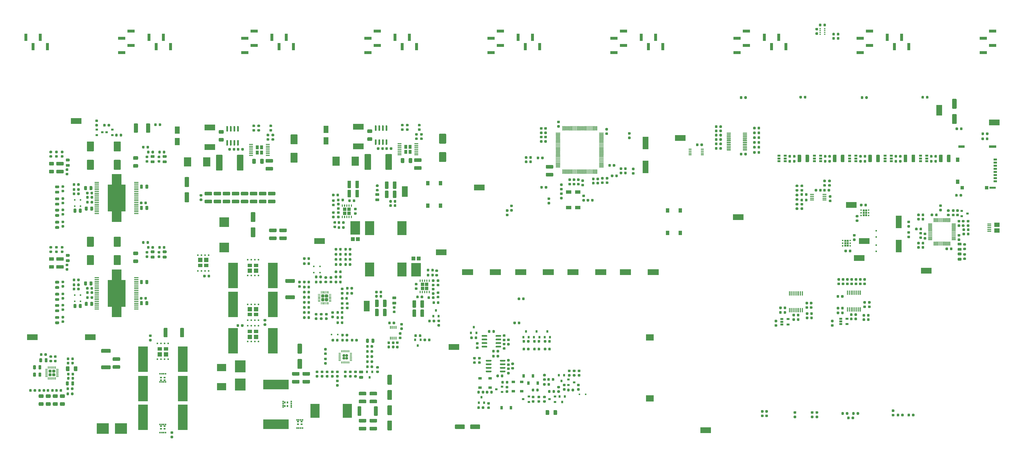
<source format=gbr>
%TF.GenerationSoftware,KiCad,Pcbnew,(5.1.9-16-g1737927814)-1*%
%TF.CreationDate,2021-03-30T22:33:32-04:00*%
%TF.ProjectId,Ventilator,56656e74-696c-4617-946f-722e6b696361,A*%
%TF.SameCoordinates,PX1312d00PY1312d00*%
%TF.FileFunction,Paste,Top*%
%TF.FilePolarity,Positive*%
%FSLAX46Y46*%
G04 Gerber Fmt 4.6, Leading zero omitted, Abs format (unit mm)*
G04 Created by KiCad (PCBNEW (5.1.9-16-g1737927814)-1) date 2021-03-30 22:33:32*
%MOMM*%
%LPD*%
G01*
G04 APERTURE LIST*
%ADD10R,1.300000X1.550000*%
%ADD11R,4.000000X2.000000*%
%ADD12R,2.790000X2.160000*%
%ADD13R,1.900000X1.500000*%
%ADD14R,1.350000X0.400000*%
%ADD15R,0.738000X0.570000*%
%ADD16R,0.500000X0.630000*%
%ADD17R,0.490000X0.630000*%
%ADD18R,0.570000X0.738000*%
%ADD19R,0.630000X0.500000*%
%ADD20R,0.630000X0.490000*%
%ADD21C,0.100000*%
%ADD22R,1.060000X0.650000*%
%ADD23R,3.500000X3.500000*%
%ADD24R,1.100000X0.400000*%
%ADD25R,1.500000X0.460000*%
%ADD26R,3.400000X4.000000*%
%ADD27R,6.300000X9.500000*%
%ADD28R,0.490000X0.490000*%
%ADD29R,1.570000X1.585000*%
%ADD30R,1.570000X1.235000*%
%ADD31R,1.200000X1.150000*%
%ADD32R,1.240000X0.800000*%
%ADD33R,2.500000X0.950000*%
%ADD34R,2.200000X0.800000*%
%ADD35R,2.200000X0.950000*%
%ADD36R,1.150000X1.500000*%
%ADD37R,9.020000X3.400000*%
%ADD38R,3.400000X9.020000*%
%ADD39R,0.500000X0.500000*%
%ADD40R,1.390000X1.400000*%
%ADD41R,3.360000X4.860000*%
%ADD42R,0.900000X1.200000*%
%ADD43R,1.200000X0.900000*%
%ADD44R,2.500000X3.300000*%
%ADD45R,1.800000X2.500000*%
%ADD46R,3.300000X2.500000*%
%ADD47R,3.810000X4.240000*%
%ADD48R,4.240000X3.810000*%
%ADD49R,1.000000X2.510000*%
%ADD50R,2.510000X1.000000*%
%ADD51R,3.250000X5.000000*%
%ADD52R,0.900000X0.800000*%
%ADD53R,0.800000X0.900000*%
%ADD54R,3.800000X2.000000*%
%ADD55R,2.000000X3.800000*%
%ADD56R,1.150000X1.150000*%
%ADD57R,0.660000X0.730000*%
%ADD58R,0.500000X0.350000*%
%ADD59R,1.450000X0.450000*%
%ADD60R,1.100000X1.400000*%
%ADD61R,0.400000X1.100000*%
%ADD62R,0.450000X1.500000*%
%ADD63R,2.000000X4.500000*%
%ADD64R,1.900000X1.300000*%
G04 APERTURE END LIST*
D10*
%TO.C,SW1*%
X150779000Y-71478000D03*
X146279000Y-71478000D03*
X150779000Y-63528000D03*
X146279000Y-63528000D03*
%TD*%
%TO.C,SW2*%
X230988000Y-73180000D03*
X235488000Y-73180000D03*
X230988000Y-81130000D03*
X235488000Y-81130000D03*
%TD*%
D11*
%TO.C,S1*%
X170150000Y-95000000D03*
X160350000Y-95000000D03*
%TD*%
%TO.C,S2*%
X225900000Y-95000000D03*
X216100000Y-95000000D03*
%TD*%
%TO.C,S3*%
X207400000Y-95000000D03*
X197600000Y-95000000D03*
%TD*%
%TO.C,S4*%
X188900000Y-95000000D03*
X179100000Y-95000000D03*
%TD*%
D12*
%TO.C,BT1*%
X224729000Y-139704000D03*
X224729000Y-118114000D03*
%TD*%
D13*
%TO.C,J50*%
X347437500Y-80250000D03*
D14*
X344737500Y-79250000D03*
X344737500Y-78600000D03*
X344737500Y-77950000D03*
X344737500Y-80550000D03*
X344737500Y-79900000D03*
D13*
X347437500Y-78250000D03*
%TD*%
D15*
%TO.C,Q21*%
X53210000Y-132310000D03*
X51990000Y-132310000D03*
X53210000Y-133260000D03*
X51990000Y-133260000D03*
D16*
X53575000Y-133840000D03*
X52925000Y-133840000D03*
X52275000Y-133840000D03*
X51625000Y-133840000D03*
D17*
X51625000Y-130960000D03*
X52275000Y-130960000D03*
X52925000Y-130960000D03*
X53575000Y-130960000D03*
%TD*%
D15*
%TO.C,Q22*%
X51990000Y-150490000D03*
X53210000Y-150490000D03*
X51990000Y-149540000D03*
X53210000Y-149540000D03*
D16*
X51625000Y-148960000D03*
X52275000Y-148960000D03*
X52925000Y-148960000D03*
X53575000Y-148960000D03*
D17*
X53575000Y-151840000D03*
X52925000Y-151840000D03*
X52275000Y-151840000D03*
X51625000Y-151840000D03*
%TD*%
D18*
%TO.C,Q24*%
X96690000Y-142410000D03*
X96690000Y-141190000D03*
X95740000Y-142410000D03*
X95740000Y-141190000D03*
D19*
X95160000Y-142775000D03*
X95160000Y-142125000D03*
X95160000Y-141475000D03*
X95160000Y-140825000D03*
D20*
X98040000Y-140825000D03*
X98040000Y-141475000D03*
X98040000Y-142125000D03*
X98040000Y-142775000D03*
%TD*%
D15*
%TO.C,Q25*%
X100390000Y-148890000D03*
X101610000Y-148890000D03*
X100390000Y-147940000D03*
X101610000Y-147940000D03*
D16*
X100025000Y-147360000D03*
X100675000Y-147360000D03*
X101325000Y-147360000D03*
X101975000Y-147360000D03*
D17*
X101975000Y-150240000D03*
X101325000Y-150240000D03*
X100675000Y-150240000D03*
X100025000Y-150240000D03*
%TD*%
%TO.C,C39*%
G36*
G01*
X212525000Y-56943750D02*
X212525000Y-57456250D01*
G75*
G02*
X212306250Y-57675000I-218750J0D01*
G01*
X211868750Y-57675000D01*
G75*
G02*
X211650000Y-57456250I0J218750D01*
G01*
X211650000Y-56943750D01*
G75*
G02*
X211868750Y-56725000I218750J0D01*
G01*
X212306250Y-56725000D01*
G75*
G02*
X212525000Y-56943750I0J-218750D01*
G01*
G37*
G36*
G01*
X210950000Y-56943750D02*
X210950000Y-57456250D01*
G75*
G02*
X210731250Y-57675000I-218750J0D01*
G01*
X210293750Y-57675000D01*
G75*
G02*
X210075000Y-57456250I0J218750D01*
G01*
X210075000Y-56943750D01*
G75*
G02*
X210293750Y-56725000I218750J0D01*
G01*
X210731250Y-56725000D01*
G75*
G02*
X210950000Y-56943750I0J-218750D01*
G01*
G37*
%TD*%
%TO.C,U25*%
G36*
G01*
X119475000Y-126187500D02*
X119475000Y-126312500D01*
G75*
G02*
X119412500Y-126375000I-62500J0D01*
G01*
X118762500Y-126375000D01*
G75*
G02*
X118700000Y-126312500I0J62500D01*
G01*
X118700000Y-126187500D01*
G75*
G02*
X118762500Y-126125000I62500J0D01*
G01*
X119412500Y-126125000D01*
G75*
G02*
X119475000Y-126187500I0J-62500D01*
G01*
G37*
G36*
G01*
X119475000Y-125687500D02*
X119475000Y-125812500D01*
G75*
G02*
X119412500Y-125875000I-62500J0D01*
G01*
X118762500Y-125875000D01*
G75*
G02*
X118700000Y-125812500I0J62500D01*
G01*
X118700000Y-125687500D01*
G75*
G02*
X118762500Y-125625000I62500J0D01*
G01*
X119412500Y-125625000D01*
G75*
G02*
X119475000Y-125687500I0J-62500D01*
G01*
G37*
G36*
G01*
X119475000Y-125187500D02*
X119475000Y-125312500D01*
G75*
G02*
X119412500Y-125375000I-62500J0D01*
G01*
X118762500Y-125375000D01*
G75*
G02*
X118700000Y-125312500I0J62500D01*
G01*
X118700000Y-125187500D01*
G75*
G02*
X118762500Y-125125000I62500J0D01*
G01*
X119412500Y-125125000D01*
G75*
G02*
X119475000Y-125187500I0J-62500D01*
G01*
G37*
G36*
G01*
X119475000Y-124687500D02*
X119475000Y-124812500D01*
G75*
G02*
X119412500Y-124875000I-62500J0D01*
G01*
X118762500Y-124875000D01*
G75*
G02*
X118700000Y-124812500I0J62500D01*
G01*
X118700000Y-124687500D01*
G75*
G02*
X118762500Y-124625000I62500J0D01*
G01*
X119412500Y-124625000D01*
G75*
G02*
X119475000Y-124687500I0J-62500D01*
G01*
G37*
G36*
G01*
X119475000Y-124187500D02*
X119475000Y-124312500D01*
G75*
G02*
X119412500Y-124375000I-62500J0D01*
G01*
X118762500Y-124375000D01*
G75*
G02*
X118700000Y-124312500I0J62500D01*
G01*
X118700000Y-124187500D01*
G75*
G02*
X118762500Y-124125000I62500J0D01*
G01*
X119412500Y-124125000D01*
G75*
G02*
X119475000Y-124187500I0J-62500D01*
G01*
G37*
G36*
G01*
X119475000Y-123687500D02*
X119475000Y-123812500D01*
G75*
G02*
X119412500Y-123875000I-62500J0D01*
G01*
X118762500Y-123875000D01*
G75*
G02*
X118700000Y-123812500I0J62500D01*
G01*
X118700000Y-123687500D01*
G75*
G02*
X118762500Y-123625000I62500J0D01*
G01*
X119412500Y-123625000D01*
G75*
G02*
X119475000Y-123687500I0J-62500D01*
G01*
G37*
G36*
G01*
X118475000Y-122687500D02*
X118475000Y-123337500D01*
G75*
G02*
X118412500Y-123400000I-62500J0D01*
G01*
X118287500Y-123400000D01*
G75*
G02*
X118225000Y-123337500I0J62500D01*
G01*
X118225000Y-122687500D01*
G75*
G02*
X118287500Y-122625000I62500J0D01*
G01*
X118412500Y-122625000D01*
G75*
G02*
X118475000Y-122687500I0J-62500D01*
G01*
G37*
G36*
G01*
X117975000Y-122687500D02*
X117975000Y-123337500D01*
G75*
G02*
X117912500Y-123400000I-62500J0D01*
G01*
X117787500Y-123400000D01*
G75*
G02*
X117725000Y-123337500I0J62500D01*
G01*
X117725000Y-122687500D01*
G75*
G02*
X117787500Y-122625000I62500J0D01*
G01*
X117912500Y-122625000D01*
G75*
G02*
X117975000Y-122687500I0J-62500D01*
G01*
G37*
G36*
G01*
X117475000Y-122687500D02*
X117475000Y-123337500D01*
G75*
G02*
X117412500Y-123400000I-62500J0D01*
G01*
X117287500Y-123400000D01*
G75*
G02*
X117225000Y-123337500I0J62500D01*
G01*
X117225000Y-122687500D01*
G75*
G02*
X117287500Y-122625000I62500J0D01*
G01*
X117412500Y-122625000D01*
G75*
G02*
X117475000Y-122687500I0J-62500D01*
G01*
G37*
G36*
G01*
X116975000Y-122687500D02*
X116975000Y-123337500D01*
G75*
G02*
X116912500Y-123400000I-62500J0D01*
G01*
X116787500Y-123400000D01*
G75*
G02*
X116725000Y-123337500I0J62500D01*
G01*
X116725000Y-122687500D01*
G75*
G02*
X116787500Y-122625000I62500J0D01*
G01*
X116912500Y-122625000D01*
G75*
G02*
X116975000Y-122687500I0J-62500D01*
G01*
G37*
G36*
G01*
X116475000Y-122687500D02*
X116475000Y-123337500D01*
G75*
G02*
X116412500Y-123400000I-62500J0D01*
G01*
X116287500Y-123400000D01*
G75*
G02*
X116225000Y-123337500I0J62500D01*
G01*
X116225000Y-122687500D01*
G75*
G02*
X116287500Y-122625000I62500J0D01*
G01*
X116412500Y-122625000D01*
G75*
G02*
X116475000Y-122687500I0J-62500D01*
G01*
G37*
G36*
G01*
X115975000Y-122687500D02*
X115975000Y-123337500D01*
G75*
G02*
X115912500Y-123400000I-62500J0D01*
G01*
X115787500Y-123400000D01*
G75*
G02*
X115725000Y-123337500I0J62500D01*
G01*
X115725000Y-122687500D01*
G75*
G02*
X115787500Y-122625000I62500J0D01*
G01*
X115912500Y-122625000D01*
G75*
G02*
X115975000Y-122687500I0J-62500D01*
G01*
G37*
G36*
G01*
X115500000Y-123687500D02*
X115500000Y-123812500D01*
G75*
G02*
X115437500Y-123875000I-62500J0D01*
G01*
X114787500Y-123875000D01*
G75*
G02*
X114725000Y-123812500I0J62500D01*
G01*
X114725000Y-123687500D01*
G75*
G02*
X114787500Y-123625000I62500J0D01*
G01*
X115437500Y-123625000D01*
G75*
G02*
X115500000Y-123687500I0J-62500D01*
G01*
G37*
G36*
G01*
X115500000Y-124187500D02*
X115500000Y-124312500D01*
G75*
G02*
X115437500Y-124375000I-62500J0D01*
G01*
X114787500Y-124375000D01*
G75*
G02*
X114725000Y-124312500I0J62500D01*
G01*
X114725000Y-124187500D01*
G75*
G02*
X114787500Y-124125000I62500J0D01*
G01*
X115437500Y-124125000D01*
G75*
G02*
X115500000Y-124187500I0J-62500D01*
G01*
G37*
G36*
G01*
X115500000Y-124687500D02*
X115500000Y-124812500D01*
G75*
G02*
X115437500Y-124875000I-62500J0D01*
G01*
X114787500Y-124875000D01*
G75*
G02*
X114725000Y-124812500I0J62500D01*
G01*
X114725000Y-124687500D01*
G75*
G02*
X114787500Y-124625000I62500J0D01*
G01*
X115437500Y-124625000D01*
G75*
G02*
X115500000Y-124687500I0J-62500D01*
G01*
G37*
G36*
G01*
X115500000Y-125187500D02*
X115500000Y-125312500D01*
G75*
G02*
X115437500Y-125375000I-62500J0D01*
G01*
X114787500Y-125375000D01*
G75*
G02*
X114725000Y-125312500I0J62500D01*
G01*
X114725000Y-125187500D01*
G75*
G02*
X114787500Y-125125000I62500J0D01*
G01*
X115437500Y-125125000D01*
G75*
G02*
X115500000Y-125187500I0J-62500D01*
G01*
G37*
G36*
G01*
X115500000Y-125687500D02*
X115500000Y-125812500D01*
G75*
G02*
X115437500Y-125875000I-62500J0D01*
G01*
X114787500Y-125875000D01*
G75*
G02*
X114725000Y-125812500I0J62500D01*
G01*
X114725000Y-125687500D01*
G75*
G02*
X114787500Y-125625000I62500J0D01*
G01*
X115437500Y-125625000D01*
G75*
G02*
X115500000Y-125687500I0J-62500D01*
G01*
G37*
G36*
G01*
X115500000Y-126187500D02*
X115500000Y-126312500D01*
G75*
G02*
X115437500Y-126375000I-62500J0D01*
G01*
X114787500Y-126375000D01*
G75*
G02*
X114725000Y-126312500I0J62500D01*
G01*
X114725000Y-126187500D01*
G75*
G02*
X114787500Y-126125000I62500J0D01*
G01*
X115437500Y-126125000D01*
G75*
G02*
X115500000Y-126187500I0J-62500D01*
G01*
G37*
G36*
G01*
X115975000Y-126662500D02*
X115975000Y-127312500D01*
G75*
G02*
X115912500Y-127375000I-62500J0D01*
G01*
X115787500Y-127375000D01*
G75*
G02*
X115725000Y-127312500I0J62500D01*
G01*
X115725000Y-126662500D01*
G75*
G02*
X115787500Y-126600000I62500J0D01*
G01*
X115912500Y-126600000D01*
G75*
G02*
X115975000Y-126662500I0J-62500D01*
G01*
G37*
G36*
G01*
X116475000Y-126662500D02*
X116475000Y-127312500D01*
G75*
G02*
X116412500Y-127375000I-62500J0D01*
G01*
X116287500Y-127375000D01*
G75*
G02*
X116225000Y-127312500I0J62500D01*
G01*
X116225000Y-126662500D01*
G75*
G02*
X116287500Y-126600000I62500J0D01*
G01*
X116412500Y-126600000D01*
G75*
G02*
X116475000Y-126662500I0J-62500D01*
G01*
G37*
G36*
G01*
X116975000Y-126662500D02*
X116975000Y-127312500D01*
G75*
G02*
X116912500Y-127375000I-62500J0D01*
G01*
X116787500Y-127375000D01*
G75*
G02*
X116725000Y-127312500I0J62500D01*
G01*
X116725000Y-126662500D01*
G75*
G02*
X116787500Y-126600000I62500J0D01*
G01*
X116912500Y-126600000D01*
G75*
G02*
X116975000Y-126662500I0J-62500D01*
G01*
G37*
G36*
G01*
X117475000Y-126662500D02*
X117475000Y-127312500D01*
G75*
G02*
X117412500Y-127375000I-62500J0D01*
G01*
X117287500Y-127375000D01*
G75*
G02*
X117225000Y-127312500I0J62500D01*
G01*
X117225000Y-126662500D01*
G75*
G02*
X117287500Y-126600000I62500J0D01*
G01*
X117412500Y-126600000D01*
G75*
G02*
X117475000Y-126662500I0J-62500D01*
G01*
G37*
G36*
G01*
X117975000Y-126662500D02*
X117975000Y-127312500D01*
G75*
G02*
X117912500Y-127375000I-62500J0D01*
G01*
X117787500Y-127375000D01*
G75*
G02*
X117725000Y-127312500I0J62500D01*
G01*
X117725000Y-126662500D01*
G75*
G02*
X117787500Y-126600000I62500J0D01*
G01*
X117912500Y-126600000D01*
G75*
G02*
X117975000Y-126662500I0J-62500D01*
G01*
G37*
G36*
G01*
X118475000Y-126662500D02*
X118475000Y-127312500D01*
G75*
G02*
X118412500Y-127375000I-62500J0D01*
G01*
X118287500Y-127375000D01*
G75*
G02*
X118225000Y-127312500I0J62500D01*
G01*
X118225000Y-126662500D01*
G75*
G02*
X118287500Y-126600000I62500J0D01*
G01*
X118412500Y-126600000D01*
G75*
G02*
X118475000Y-126662500I0J-62500D01*
G01*
G37*
D21*
G36*
X117383104Y-125938803D02*
G01*
X117354408Y-125930098D01*
X117327963Y-125915963D01*
X117304783Y-125896939D01*
X117178061Y-125770217D01*
X117159037Y-125747037D01*
X117144902Y-125720592D01*
X117136197Y-125691896D01*
X117133258Y-125662054D01*
X117133258Y-125312946D01*
X117136197Y-125283104D01*
X117144902Y-125254408D01*
X117159037Y-125227963D01*
X117178061Y-125204783D01*
X117304783Y-125078061D01*
X117327963Y-125059037D01*
X117354408Y-125044902D01*
X117383104Y-125036197D01*
X117412946Y-125033258D01*
X117762054Y-125033258D01*
X117791896Y-125036197D01*
X117820592Y-125044902D01*
X117847037Y-125059037D01*
X117870217Y-125078061D01*
X117996939Y-125204783D01*
X118015963Y-125227963D01*
X118030098Y-125254408D01*
X118038803Y-125283104D01*
X118041742Y-125312946D01*
X118041742Y-125662054D01*
X118038803Y-125691896D01*
X118030098Y-125720592D01*
X118015963Y-125747037D01*
X117996939Y-125770217D01*
X117870217Y-125896939D01*
X117847037Y-125915963D01*
X117820592Y-125930098D01*
X117791896Y-125938803D01*
X117762054Y-125941742D01*
X117412946Y-125941742D01*
X117383104Y-125938803D01*
G37*
G36*
X117383104Y-124963803D02*
G01*
X117354408Y-124955098D01*
X117327963Y-124940963D01*
X117304783Y-124921939D01*
X117178061Y-124795217D01*
X117159037Y-124772037D01*
X117144902Y-124745592D01*
X117136197Y-124716896D01*
X117133258Y-124687054D01*
X117133258Y-124337946D01*
X117136197Y-124308104D01*
X117144902Y-124279408D01*
X117159037Y-124252963D01*
X117178061Y-124229783D01*
X117304783Y-124103061D01*
X117327963Y-124084037D01*
X117354408Y-124069902D01*
X117383104Y-124061197D01*
X117412946Y-124058258D01*
X117762054Y-124058258D01*
X117791896Y-124061197D01*
X117820592Y-124069902D01*
X117847037Y-124084037D01*
X117870217Y-124103061D01*
X117996939Y-124229783D01*
X118015963Y-124252963D01*
X118030098Y-124279408D01*
X118038803Y-124308104D01*
X118041742Y-124337946D01*
X118041742Y-124687054D01*
X118038803Y-124716896D01*
X118030098Y-124745592D01*
X118015963Y-124772037D01*
X117996939Y-124795217D01*
X117870217Y-124921939D01*
X117847037Y-124940963D01*
X117820592Y-124955098D01*
X117791896Y-124963803D01*
X117762054Y-124966742D01*
X117412946Y-124966742D01*
X117383104Y-124963803D01*
G37*
G36*
X116408104Y-125938803D02*
G01*
X116379408Y-125930098D01*
X116352963Y-125915963D01*
X116329783Y-125896939D01*
X116203061Y-125770217D01*
X116184037Y-125747037D01*
X116169902Y-125720592D01*
X116161197Y-125691896D01*
X116158258Y-125662054D01*
X116158258Y-125312946D01*
X116161197Y-125283104D01*
X116169902Y-125254408D01*
X116184037Y-125227963D01*
X116203061Y-125204783D01*
X116329783Y-125078061D01*
X116352963Y-125059037D01*
X116379408Y-125044902D01*
X116408104Y-125036197D01*
X116437946Y-125033258D01*
X116787054Y-125033258D01*
X116816896Y-125036197D01*
X116845592Y-125044902D01*
X116872037Y-125059037D01*
X116895217Y-125078061D01*
X117021939Y-125204783D01*
X117040963Y-125227963D01*
X117055098Y-125254408D01*
X117063803Y-125283104D01*
X117066742Y-125312946D01*
X117066742Y-125662054D01*
X117063803Y-125691896D01*
X117055098Y-125720592D01*
X117040963Y-125747037D01*
X117021939Y-125770217D01*
X116895217Y-125896939D01*
X116872037Y-125915963D01*
X116845592Y-125930098D01*
X116816896Y-125938803D01*
X116787054Y-125941742D01*
X116437946Y-125941742D01*
X116408104Y-125938803D01*
G37*
G36*
X116408104Y-124963803D02*
G01*
X116379408Y-124955098D01*
X116352963Y-124940963D01*
X116329783Y-124921939D01*
X116203061Y-124795217D01*
X116184037Y-124772037D01*
X116169902Y-124745592D01*
X116161197Y-124716896D01*
X116158258Y-124687054D01*
X116158258Y-124337946D01*
X116161197Y-124308104D01*
X116169902Y-124279408D01*
X116184037Y-124252963D01*
X116203061Y-124229783D01*
X116329783Y-124103061D01*
X116352963Y-124084037D01*
X116379408Y-124069902D01*
X116408104Y-124061197D01*
X116437946Y-124058258D01*
X116787054Y-124058258D01*
X116816896Y-124061197D01*
X116845592Y-124069902D01*
X116872037Y-124084037D01*
X116895217Y-124103061D01*
X117021939Y-124229783D01*
X117040963Y-124252963D01*
X117055098Y-124279408D01*
X117063803Y-124308104D01*
X117066742Y-124337946D01*
X117066742Y-124687054D01*
X117063803Y-124716896D01*
X117055098Y-124745592D01*
X117040963Y-124772037D01*
X117021939Y-124795217D01*
X116895217Y-124921939D01*
X116872037Y-124940963D01*
X116845592Y-124955098D01*
X116816896Y-124963803D01*
X116787054Y-124966742D01*
X116437946Y-124966742D01*
X116408104Y-124963803D01*
G37*
%TD*%
D22*
%TO.C,U28*%
X294409000Y-111511000D03*
X294409000Y-113411000D03*
X292209000Y-113411000D03*
X292209000Y-112461000D03*
X292209000Y-111511000D03*
%TD*%
%TO.C,U23*%
G36*
G01*
X107425000Y-102950000D02*
X107425000Y-102850000D01*
G75*
G02*
X107475000Y-102800000I50000J0D01*
G01*
X108250000Y-102800000D01*
G75*
G02*
X108300000Y-102850000I0J-50000D01*
G01*
X108300000Y-102950000D01*
G75*
G02*
X108250000Y-103000000I-50000J0D01*
G01*
X107475000Y-103000000D01*
G75*
G02*
X107425000Y-102950000I0J50000D01*
G01*
G37*
G36*
G01*
X107425000Y-103350000D02*
X107425000Y-103250000D01*
G75*
G02*
X107475000Y-103200000I50000J0D01*
G01*
X108250000Y-103200000D01*
G75*
G02*
X108300000Y-103250000I0J-50000D01*
G01*
X108300000Y-103350000D01*
G75*
G02*
X108250000Y-103400000I-50000J0D01*
G01*
X107475000Y-103400000D01*
G75*
G02*
X107425000Y-103350000I0J50000D01*
G01*
G37*
G36*
G01*
X107425000Y-103750000D02*
X107425000Y-103650000D01*
G75*
G02*
X107475000Y-103600000I50000J0D01*
G01*
X108250000Y-103600000D01*
G75*
G02*
X108300000Y-103650000I0J-50000D01*
G01*
X108300000Y-103750000D01*
G75*
G02*
X108250000Y-103800000I-50000J0D01*
G01*
X107475000Y-103800000D01*
G75*
G02*
X107425000Y-103750000I0J50000D01*
G01*
G37*
G36*
G01*
X107425000Y-104150000D02*
X107425000Y-104050000D01*
G75*
G02*
X107475000Y-104000000I50000J0D01*
G01*
X108250000Y-104000000D01*
G75*
G02*
X108300000Y-104050000I0J-50000D01*
G01*
X108300000Y-104150000D01*
G75*
G02*
X108250000Y-104200000I-50000J0D01*
G01*
X107475000Y-104200000D01*
G75*
G02*
X107425000Y-104150000I0J50000D01*
G01*
G37*
G36*
G01*
X107425000Y-104550000D02*
X107425000Y-104450000D01*
G75*
G02*
X107475000Y-104400000I50000J0D01*
G01*
X108250000Y-104400000D01*
G75*
G02*
X108300000Y-104450000I0J-50000D01*
G01*
X108300000Y-104550000D01*
G75*
G02*
X108250000Y-104600000I-50000J0D01*
G01*
X107475000Y-104600000D01*
G75*
G02*
X107425000Y-104550000I0J50000D01*
G01*
G37*
G36*
G01*
X107425000Y-104950000D02*
X107425000Y-104850000D01*
G75*
G02*
X107475000Y-104800000I50000J0D01*
G01*
X108250000Y-104800000D01*
G75*
G02*
X108300000Y-104850000I0J-50000D01*
G01*
X108300000Y-104950000D01*
G75*
G02*
X108250000Y-105000000I-50000J0D01*
G01*
X107475000Y-105000000D01*
G75*
G02*
X107425000Y-104950000I0J50000D01*
G01*
G37*
G36*
G01*
X107425000Y-105350000D02*
X107425000Y-105250000D01*
G75*
G02*
X107475000Y-105200000I50000J0D01*
G01*
X108250000Y-105200000D01*
G75*
G02*
X108300000Y-105250000I0J-50000D01*
G01*
X108300000Y-105350000D01*
G75*
G02*
X108250000Y-105400000I-50000J0D01*
G01*
X107475000Y-105400000D01*
G75*
G02*
X107425000Y-105350000I0J50000D01*
G01*
G37*
G36*
G01*
X108500000Y-106425000D02*
X108500000Y-105650000D01*
G75*
G02*
X108550000Y-105600000I50000J0D01*
G01*
X108650000Y-105600000D01*
G75*
G02*
X108700000Y-105650000I0J-50000D01*
G01*
X108700000Y-106425000D01*
G75*
G02*
X108650000Y-106475000I-50000J0D01*
G01*
X108550000Y-106475000D01*
G75*
G02*
X108500000Y-106425000I0J50000D01*
G01*
G37*
G36*
G01*
X108900000Y-106425000D02*
X108900000Y-105650000D01*
G75*
G02*
X108950000Y-105600000I50000J0D01*
G01*
X109050000Y-105600000D01*
G75*
G02*
X109100000Y-105650000I0J-50000D01*
G01*
X109100000Y-106425000D01*
G75*
G02*
X109050000Y-106475000I-50000J0D01*
G01*
X108950000Y-106475000D01*
G75*
G02*
X108900000Y-106425000I0J50000D01*
G01*
G37*
G36*
G01*
X109300000Y-106425000D02*
X109300000Y-105650000D01*
G75*
G02*
X109350000Y-105600000I50000J0D01*
G01*
X109450000Y-105600000D01*
G75*
G02*
X109500000Y-105650000I0J-50000D01*
G01*
X109500000Y-106425000D01*
G75*
G02*
X109450000Y-106475000I-50000J0D01*
G01*
X109350000Y-106475000D01*
G75*
G02*
X109300000Y-106425000I0J50000D01*
G01*
G37*
G36*
G01*
X109700000Y-106425000D02*
X109700000Y-105650000D01*
G75*
G02*
X109750000Y-105600000I50000J0D01*
G01*
X109850000Y-105600000D01*
G75*
G02*
X109900000Y-105650000I0J-50000D01*
G01*
X109900000Y-106425000D01*
G75*
G02*
X109850000Y-106475000I-50000J0D01*
G01*
X109750000Y-106475000D01*
G75*
G02*
X109700000Y-106425000I0J50000D01*
G01*
G37*
G36*
G01*
X110100000Y-106425000D02*
X110100000Y-105650000D01*
G75*
G02*
X110150000Y-105600000I50000J0D01*
G01*
X110250000Y-105600000D01*
G75*
G02*
X110300000Y-105650000I0J-50000D01*
G01*
X110300000Y-106425000D01*
G75*
G02*
X110250000Y-106475000I-50000J0D01*
G01*
X110150000Y-106475000D01*
G75*
G02*
X110100000Y-106425000I0J50000D01*
G01*
G37*
G36*
G01*
X110500000Y-106425000D02*
X110500000Y-105650000D01*
G75*
G02*
X110550000Y-105600000I50000J0D01*
G01*
X110650000Y-105600000D01*
G75*
G02*
X110700000Y-105650000I0J-50000D01*
G01*
X110700000Y-106425000D01*
G75*
G02*
X110650000Y-106475000I-50000J0D01*
G01*
X110550000Y-106475000D01*
G75*
G02*
X110500000Y-106425000I0J50000D01*
G01*
G37*
G36*
G01*
X110900000Y-106425000D02*
X110900000Y-105650000D01*
G75*
G02*
X110950000Y-105600000I50000J0D01*
G01*
X111050000Y-105600000D01*
G75*
G02*
X111100000Y-105650000I0J-50000D01*
G01*
X111100000Y-106425000D01*
G75*
G02*
X111050000Y-106475000I-50000J0D01*
G01*
X110950000Y-106475000D01*
G75*
G02*
X110900000Y-106425000I0J50000D01*
G01*
G37*
G36*
G01*
X111300000Y-105350000D02*
X111300000Y-105250000D01*
G75*
G02*
X111350000Y-105200000I50000J0D01*
G01*
X112125000Y-105200000D01*
G75*
G02*
X112175000Y-105250000I0J-50000D01*
G01*
X112175000Y-105350000D01*
G75*
G02*
X112125000Y-105400000I-50000J0D01*
G01*
X111350000Y-105400000D01*
G75*
G02*
X111300000Y-105350000I0J50000D01*
G01*
G37*
G36*
G01*
X111300000Y-104950000D02*
X111300000Y-104850000D01*
G75*
G02*
X111350000Y-104800000I50000J0D01*
G01*
X112125000Y-104800000D01*
G75*
G02*
X112175000Y-104850000I0J-50000D01*
G01*
X112175000Y-104950000D01*
G75*
G02*
X112125000Y-105000000I-50000J0D01*
G01*
X111350000Y-105000000D01*
G75*
G02*
X111300000Y-104950000I0J50000D01*
G01*
G37*
G36*
G01*
X111300000Y-104550000D02*
X111300000Y-104450000D01*
G75*
G02*
X111350000Y-104400000I50000J0D01*
G01*
X112125000Y-104400000D01*
G75*
G02*
X112175000Y-104450000I0J-50000D01*
G01*
X112175000Y-104550000D01*
G75*
G02*
X112125000Y-104600000I-50000J0D01*
G01*
X111350000Y-104600000D01*
G75*
G02*
X111300000Y-104550000I0J50000D01*
G01*
G37*
G36*
G01*
X111300000Y-104150000D02*
X111300000Y-104050000D01*
G75*
G02*
X111350000Y-104000000I50000J0D01*
G01*
X112125000Y-104000000D01*
G75*
G02*
X112175000Y-104050000I0J-50000D01*
G01*
X112175000Y-104150000D01*
G75*
G02*
X112125000Y-104200000I-50000J0D01*
G01*
X111350000Y-104200000D01*
G75*
G02*
X111300000Y-104150000I0J50000D01*
G01*
G37*
G36*
G01*
X111300000Y-103750000D02*
X111300000Y-103650000D01*
G75*
G02*
X111350000Y-103600000I50000J0D01*
G01*
X112125000Y-103600000D01*
G75*
G02*
X112175000Y-103650000I0J-50000D01*
G01*
X112175000Y-103750000D01*
G75*
G02*
X112125000Y-103800000I-50000J0D01*
G01*
X111350000Y-103800000D01*
G75*
G02*
X111300000Y-103750000I0J50000D01*
G01*
G37*
G36*
G01*
X111300000Y-103350000D02*
X111300000Y-103250000D01*
G75*
G02*
X111350000Y-103200000I50000J0D01*
G01*
X112125000Y-103200000D01*
G75*
G02*
X112175000Y-103250000I0J-50000D01*
G01*
X112175000Y-103350000D01*
G75*
G02*
X112125000Y-103400000I-50000J0D01*
G01*
X111350000Y-103400000D01*
G75*
G02*
X111300000Y-103350000I0J50000D01*
G01*
G37*
G36*
G01*
X111300000Y-102950000D02*
X111300000Y-102850000D01*
G75*
G02*
X111350000Y-102800000I50000J0D01*
G01*
X112125000Y-102800000D01*
G75*
G02*
X112175000Y-102850000I0J-50000D01*
G01*
X112175000Y-102950000D01*
G75*
G02*
X112125000Y-103000000I-50000J0D01*
G01*
X111350000Y-103000000D01*
G75*
G02*
X111300000Y-102950000I0J50000D01*
G01*
G37*
G36*
G01*
X110900000Y-102550000D02*
X110900000Y-101775000D01*
G75*
G02*
X110950000Y-101725000I50000J0D01*
G01*
X111050000Y-101725000D01*
G75*
G02*
X111100000Y-101775000I0J-50000D01*
G01*
X111100000Y-102550000D01*
G75*
G02*
X111050000Y-102600000I-50000J0D01*
G01*
X110950000Y-102600000D01*
G75*
G02*
X110900000Y-102550000I0J50000D01*
G01*
G37*
G36*
G01*
X110500000Y-102550000D02*
X110500000Y-101775000D01*
G75*
G02*
X110550000Y-101725000I50000J0D01*
G01*
X110650000Y-101725000D01*
G75*
G02*
X110700000Y-101775000I0J-50000D01*
G01*
X110700000Y-102550000D01*
G75*
G02*
X110650000Y-102600000I-50000J0D01*
G01*
X110550000Y-102600000D01*
G75*
G02*
X110500000Y-102550000I0J50000D01*
G01*
G37*
G36*
G01*
X110100000Y-102550000D02*
X110100000Y-101775000D01*
G75*
G02*
X110150000Y-101725000I50000J0D01*
G01*
X110250000Y-101725000D01*
G75*
G02*
X110300000Y-101775000I0J-50000D01*
G01*
X110300000Y-102550000D01*
G75*
G02*
X110250000Y-102600000I-50000J0D01*
G01*
X110150000Y-102600000D01*
G75*
G02*
X110100000Y-102550000I0J50000D01*
G01*
G37*
G36*
G01*
X109700000Y-102550000D02*
X109700000Y-101775000D01*
G75*
G02*
X109750000Y-101725000I50000J0D01*
G01*
X109850000Y-101725000D01*
G75*
G02*
X109900000Y-101775000I0J-50000D01*
G01*
X109900000Y-102550000D01*
G75*
G02*
X109850000Y-102600000I-50000J0D01*
G01*
X109750000Y-102600000D01*
G75*
G02*
X109700000Y-102550000I0J50000D01*
G01*
G37*
G36*
G01*
X109300000Y-102550000D02*
X109300000Y-101775000D01*
G75*
G02*
X109350000Y-101725000I50000J0D01*
G01*
X109450000Y-101725000D01*
G75*
G02*
X109500000Y-101775000I0J-50000D01*
G01*
X109500000Y-102550000D01*
G75*
G02*
X109450000Y-102600000I-50000J0D01*
G01*
X109350000Y-102600000D01*
G75*
G02*
X109300000Y-102550000I0J50000D01*
G01*
G37*
G36*
G01*
X108900000Y-102550000D02*
X108900000Y-101775000D01*
G75*
G02*
X108950000Y-101725000I50000J0D01*
G01*
X109050000Y-101725000D01*
G75*
G02*
X109100000Y-101775000I0J-50000D01*
G01*
X109100000Y-102550000D01*
G75*
G02*
X109050000Y-102600000I-50000J0D01*
G01*
X108950000Y-102600000D01*
G75*
G02*
X108900000Y-102550000I0J50000D01*
G01*
G37*
G36*
G01*
X108500000Y-102550000D02*
X108500000Y-101775000D01*
G75*
G02*
X108550000Y-101725000I50000J0D01*
G01*
X108650000Y-101725000D01*
G75*
G02*
X108700000Y-101775000I0J-50000D01*
G01*
X108700000Y-102550000D01*
G75*
G02*
X108650000Y-102600000I-50000J0D01*
G01*
X108550000Y-102600000D01*
G75*
G02*
X108500000Y-102550000I0J50000D01*
G01*
G37*
G36*
G01*
X108585000Y-103765000D02*
X108585000Y-103135000D01*
G75*
G02*
X108835000Y-102885000I250000J0D01*
G01*
X109465000Y-102885000D01*
G75*
G02*
X109715000Y-103135000I0J-250000D01*
G01*
X109715000Y-103765000D01*
G75*
G02*
X109465000Y-104015000I-250000J0D01*
G01*
X108835000Y-104015000D01*
G75*
G02*
X108585000Y-103765000I0J250000D01*
G01*
G37*
G36*
G01*
X108585000Y-105065000D02*
X108585000Y-104435000D01*
G75*
G02*
X108835000Y-104185000I250000J0D01*
G01*
X109465000Y-104185000D01*
G75*
G02*
X109715000Y-104435000I0J-250000D01*
G01*
X109715000Y-105065000D01*
G75*
G02*
X109465000Y-105315000I-250000J0D01*
G01*
X108835000Y-105315000D01*
G75*
G02*
X108585000Y-105065000I0J250000D01*
G01*
G37*
G36*
G01*
X109885000Y-103765000D02*
X109885000Y-103135000D01*
G75*
G02*
X110135000Y-102885000I250000J0D01*
G01*
X110765000Y-102885000D01*
G75*
G02*
X111015000Y-103135000I0J-250000D01*
G01*
X111015000Y-103765000D01*
G75*
G02*
X110765000Y-104015000I-250000J0D01*
G01*
X110135000Y-104015000D01*
G75*
G02*
X109885000Y-103765000I0J250000D01*
G01*
G37*
G36*
G01*
X109885000Y-105065000D02*
X109885000Y-104435000D01*
G75*
G02*
X110135000Y-104185000I250000J0D01*
G01*
X110765000Y-104185000D01*
G75*
G02*
X111015000Y-104435000I0J-250000D01*
G01*
X111015000Y-105065000D01*
G75*
G02*
X110765000Y-105315000I-250000J0D01*
G01*
X110135000Y-105315000D01*
G75*
G02*
X109885000Y-105065000I0J250000D01*
G01*
G37*
%TD*%
%TO.C,U21*%
X273581000Y-111638000D03*
X273581000Y-113538000D03*
X271381000Y-113538000D03*
X271381000Y-112588000D03*
X271381000Y-111638000D03*
%TD*%
%TO.C,U15*%
X282900000Y-53800000D03*
X282900000Y-54750000D03*
X282900000Y-55700000D03*
X285100000Y-55700000D03*
X285100000Y-53800000D03*
X285100000Y-54750000D03*
%TD*%
%TO.C,U14*%
X295400000Y-53800000D03*
X295400000Y-54750000D03*
X295400000Y-55700000D03*
X297600000Y-55700000D03*
X297600000Y-53800000D03*
X297600000Y-54750000D03*
%TD*%
%TO.C,U13*%
X307900000Y-53800000D03*
X307900000Y-54750000D03*
X307900000Y-55700000D03*
X310100000Y-55700000D03*
X310100000Y-53800000D03*
X310100000Y-54750000D03*
%TD*%
%TO.C,U12*%
X270400000Y-53800000D03*
X270400000Y-54750000D03*
X270400000Y-55700000D03*
X272600000Y-55700000D03*
X272600000Y-53800000D03*
X272600000Y-54750000D03*
%TD*%
%TO.C,U11*%
X320400000Y-53800000D03*
X320400000Y-54750000D03*
X320400000Y-55700000D03*
X322600000Y-55700000D03*
X322600000Y-53800000D03*
X322600000Y-54750000D03*
%TD*%
%TO.C,R211*%
G36*
G01*
X122775000Y-142774750D02*
X122775000Y-145625250D01*
G75*
G02*
X122525250Y-145875000I-249750J0D01*
G01*
X121674750Y-145875000D01*
G75*
G02*
X121425000Y-145625250I0J249750D01*
G01*
X121425000Y-142774750D01*
G75*
G02*
X121674750Y-142525000I249750J0D01*
G01*
X122525250Y-142525000D01*
G75*
G02*
X122775000Y-142774750I0J-249750D01*
G01*
G37*
G36*
G01*
X128575000Y-142774750D02*
X128575000Y-145625250D01*
G75*
G02*
X128325250Y-145875000I-249750J0D01*
G01*
X127474750Y-145875000D01*
G75*
G02*
X127225000Y-145625250I0J249750D01*
G01*
X127225000Y-142774750D01*
G75*
G02*
X127474750Y-142525000I249750J0D01*
G01*
X128325250Y-142525000D01*
G75*
G02*
X128575000Y-142774750I0J-249750D01*
G01*
G37*
%TD*%
%TO.C,R194*%
G36*
G01*
X33925250Y-123575000D02*
X31074750Y-123575000D01*
G75*
G02*
X30825000Y-123325250I0J249750D01*
G01*
X30825000Y-122474750D01*
G75*
G02*
X31074750Y-122225000I249750J0D01*
G01*
X33925250Y-122225000D01*
G75*
G02*
X34175000Y-122474750I0J-249750D01*
G01*
X34175000Y-123325250D01*
G75*
G02*
X33925250Y-123575000I-249750J0D01*
G01*
G37*
G36*
G01*
X33925250Y-129375000D02*
X31074750Y-129375000D01*
G75*
G02*
X30825000Y-129125250I0J249750D01*
G01*
X30825000Y-128274750D01*
G75*
G02*
X31074750Y-128025000I249750J0D01*
G01*
X33925250Y-128025000D01*
G75*
G02*
X34175000Y-128274750I0J-249750D01*
G01*
X34175000Y-129125250D01*
G75*
G02*
X33925250Y-129375000I-249750J0D01*
G01*
G37*
%TD*%
%TO.C,R188*%
G36*
G01*
X58725000Y-117825250D02*
X58725000Y-114974750D01*
G75*
G02*
X58974750Y-114725000I249750J0D01*
G01*
X59825250Y-114725000D01*
G75*
G02*
X60075000Y-114974750I0J-249750D01*
G01*
X60075000Y-117825250D01*
G75*
G02*
X59825250Y-118075000I-249750J0D01*
G01*
X58974750Y-118075000D01*
G75*
G02*
X58725000Y-117825250I0J249750D01*
G01*
G37*
G36*
G01*
X52925000Y-117825250D02*
X52925000Y-114974750D01*
G75*
G02*
X53174750Y-114725000I249750J0D01*
G01*
X54025250Y-114725000D01*
G75*
G02*
X54275000Y-114974750I0J-249750D01*
G01*
X54275000Y-117825250D01*
G75*
G02*
X54025250Y-118075000I-249750J0D01*
G01*
X53174750Y-118075000D01*
G75*
G02*
X52925000Y-117825250I0J249750D01*
G01*
G37*
%TD*%
%TO.C,R173*%
G36*
G01*
X96174750Y-103225000D02*
X99025250Y-103225000D01*
G75*
G02*
X99275000Y-103474750I0J-249750D01*
G01*
X99275000Y-104325250D01*
G75*
G02*
X99025250Y-104575000I-249750J0D01*
G01*
X96174750Y-104575000D01*
G75*
G02*
X95925000Y-104325250I0J249750D01*
G01*
X95925000Y-103474750D01*
G75*
G02*
X96174750Y-103225000I249750J0D01*
G01*
G37*
G36*
G01*
X96174750Y-97425000D02*
X99025250Y-97425000D01*
G75*
G02*
X99275000Y-97674750I0J-249750D01*
G01*
X99275000Y-98525250D01*
G75*
G02*
X99025250Y-98775000I-249750J0D01*
G01*
X96174750Y-98775000D01*
G75*
G02*
X95925000Y-98525250I0J249750D01*
G01*
X95925000Y-97674750D01*
G75*
G02*
X96174750Y-97425000I249750J0D01*
G01*
G37*
%TD*%
D23*
%TO.C,L3*%
X74300000Y-77350000D03*
X74300000Y-86250000D03*
%TD*%
%TO.C,C85*%
G36*
G01*
X242650000Y-50156250D02*
X242650000Y-49643750D01*
G75*
G02*
X242868750Y-49425000I218750J0D01*
G01*
X243306250Y-49425000D01*
G75*
G02*
X243525000Y-49643750I0J-218750D01*
G01*
X243525000Y-50156250D01*
G75*
G02*
X243306250Y-50375000I-218750J0D01*
G01*
X242868750Y-50375000D01*
G75*
G02*
X242650000Y-50156250I0J218750D01*
G01*
G37*
G36*
G01*
X241075000Y-50156250D02*
X241075000Y-49643750D01*
G75*
G02*
X241293750Y-49425000I218750J0D01*
G01*
X241731250Y-49425000D01*
G75*
G02*
X241950000Y-49643750I0J-218750D01*
G01*
X241950000Y-50156250D01*
G75*
G02*
X241731250Y-50375000I-218750J0D01*
G01*
X241293750Y-50375000D01*
G75*
G02*
X241075000Y-50156250I0J218750D01*
G01*
G37*
%TD*%
D24*
%TO.C,U18*%
X238975001Y-51515001D03*
X238975001Y-52165001D03*
X238975001Y-52815001D03*
X238975001Y-53465001D03*
X243275001Y-53465001D03*
X243275001Y-52815001D03*
X243275001Y-52165001D03*
X243275001Y-51515001D03*
%TD*%
D25*
%TO.C,U17*%
X43250000Y-96975000D03*
X43250000Y-97625000D03*
X43250000Y-98275000D03*
X43250000Y-98925000D03*
X43250000Y-99575000D03*
X43250000Y-100225000D03*
X43250000Y-100875000D03*
X43250000Y-101525000D03*
X43250000Y-102175000D03*
X43250000Y-102825000D03*
X43250000Y-103475000D03*
X43250000Y-104125000D03*
X43250000Y-104775000D03*
X43250000Y-105425000D03*
X43250000Y-106075000D03*
X43250000Y-106725000D03*
X43250000Y-107375000D03*
X43250000Y-108025000D03*
X29250000Y-108025000D03*
X29250000Y-107375000D03*
X29250000Y-106725000D03*
X29250000Y-106075000D03*
X29250000Y-105425000D03*
X29250000Y-104775000D03*
X29250000Y-104125000D03*
X29250000Y-103475000D03*
X29250000Y-102825000D03*
X29250000Y-102175000D03*
X29250000Y-101525000D03*
X29250000Y-100875000D03*
X29250000Y-100225000D03*
X29250000Y-99575000D03*
X29250000Y-98925000D03*
X29250000Y-98275000D03*
X29250000Y-97625000D03*
D26*
X36250000Y-109000000D03*
X36250000Y-96000000D03*
D27*
X36250000Y-102500000D03*
D25*
X29250000Y-96975000D03*
%TD*%
%TO.C,U27*%
X43250000Y-63225000D03*
X43250000Y-63875000D03*
X43250000Y-64525000D03*
X43250000Y-65175000D03*
X43250000Y-65825000D03*
X43250000Y-66475000D03*
X43250000Y-67125000D03*
X43250000Y-67775000D03*
X43250000Y-68425000D03*
X43250000Y-69075000D03*
X43250000Y-69725000D03*
X43250000Y-70375000D03*
X43250000Y-71025000D03*
X43250000Y-71675000D03*
X43250000Y-72325000D03*
X43250000Y-72975000D03*
X43250000Y-73625000D03*
X43250000Y-74275000D03*
X29250000Y-74275000D03*
X29250000Y-73625000D03*
X29250000Y-72975000D03*
X29250000Y-72325000D03*
X29250000Y-71675000D03*
X29250000Y-71025000D03*
X29250000Y-70375000D03*
X29250000Y-69725000D03*
X29250000Y-69075000D03*
X29250000Y-68425000D03*
X29250000Y-67775000D03*
X29250000Y-67125000D03*
X29250000Y-66475000D03*
X29250000Y-65825000D03*
X29250000Y-65175000D03*
X29250000Y-64525000D03*
X29250000Y-63875000D03*
D26*
X36250000Y-75250000D03*
X36250000Y-62250000D03*
D27*
X36250000Y-68750000D03*
D25*
X29250000Y-63225000D03*
%TD*%
D28*
%TO.C,Q16*%
X83865000Y-119600000D03*
X85135000Y-119600000D03*
X86405000Y-119600000D03*
X82595000Y-119600000D03*
X82595000Y-114000000D03*
X86405000Y-114000000D03*
X85135000Y-114000000D03*
X83865000Y-114000000D03*
D29*
X83405000Y-117912500D03*
X85595000Y-117912500D03*
D30*
X83405000Y-116002500D03*
X85595000Y-116002500D03*
%TD*%
D28*
%TO.C,Q17*%
X85135000Y-106400000D03*
X83865000Y-106400000D03*
X82595000Y-106400000D03*
X86405000Y-106400000D03*
X86405000Y-112000000D03*
X82595000Y-112000000D03*
X83865000Y-112000000D03*
X85135000Y-112000000D03*
D29*
X85595000Y-108087500D03*
X83405000Y-108087500D03*
D30*
X85595000Y-109997500D03*
X83405000Y-109997500D03*
%TD*%
D28*
%TO.C,Q18*%
X83865000Y-96200000D03*
X85135000Y-96200000D03*
X86405000Y-96200000D03*
X82595000Y-96200000D03*
X82595000Y-90600000D03*
X86405000Y-90600000D03*
X85135000Y-90600000D03*
X83865000Y-90600000D03*
D29*
X83405000Y-94512500D03*
X85595000Y-94512500D03*
D30*
X83405000Y-92602500D03*
X85595000Y-92602500D03*
%TD*%
D28*
%TO.C,Q19*%
X67535000Y-89000000D03*
X66265000Y-89000000D03*
X64995000Y-89000000D03*
X68805000Y-89000000D03*
X68805000Y-94600000D03*
X64995000Y-94600000D03*
X66265000Y-94600000D03*
X67535000Y-94600000D03*
D29*
X67995000Y-90687500D03*
X65805000Y-90687500D03*
D30*
X67995000Y-92597500D03*
X65805000Y-92597500D03*
%TD*%
D28*
%TO.C,Q20*%
X51965000Y-125800000D03*
X53235000Y-125800000D03*
X54505000Y-125800000D03*
X50695000Y-125800000D03*
X50695000Y-120200000D03*
X54505000Y-120200000D03*
X53235000Y-120200000D03*
X51965000Y-120200000D03*
D29*
X51505000Y-124112500D03*
X53695000Y-124112500D03*
D30*
X51505000Y-122202500D03*
X53695000Y-122202500D03*
%TD*%
D31*
%TO.C,J3*%
X343780000Y-65100000D03*
D32*
X346805000Y-55150000D03*
X346805000Y-56250000D03*
X346805000Y-57350000D03*
X346805000Y-58450000D03*
X346805000Y-59550000D03*
X346805000Y-60650000D03*
X346805000Y-61750000D03*
X346805000Y-62850000D03*
D33*
X345930000Y-50555000D03*
D34*
X345930000Y-65120000D03*
D35*
X334880000Y-50555000D03*
D36*
X333530000Y-55205000D03*
X333530000Y-62985000D03*
D31*
X335170000Y-65100000D03*
%TD*%
%TO.C,U5*%
G36*
G01*
X194039000Y-60230000D02*
X193889000Y-60230000D01*
G75*
G02*
X193814000Y-60155000I0J75000D01*
G01*
X193814000Y-58705000D01*
G75*
G02*
X193889000Y-58630000I75000J0D01*
G01*
X194039000Y-58630000D01*
G75*
G02*
X194114000Y-58705000I0J-75000D01*
G01*
X194114000Y-60155000D01*
G75*
G02*
X194039000Y-60230000I-75000J0D01*
G01*
G37*
G36*
G01*
X194539000Y-60230000D02*
X194389000Y-60230000D01*
G75*
G02*
X194314000Y-60155000I0J75000D01*
G01*
X194314000Y-58705000D01*
G75*
G02*
X194389000Y-58630000I75000J0D01*
G01*
X194539000Y-58630000D01*
G75*
G02*
X194614000Y-58705000I0J-75000D01*
G01*
X194614000Y-60155000D01*
G75*
G02*
X194539000Y-60230000I-75000J0D01*
G01*
G37*
G36*
G01*
X195039000Y-60230000D02*
X194889000Y-60230000D01*
G75*
G02*
X194814000Y-60155000I0J75000D01*
G01*
X194814000Y-58705000D01*
G75*
G02*
X194889000Y-58630000I75000J0D01*
G01*
X195039000Y-58630000D01*
G75*
G02*
X195114000Y-58705000I0J-75000D01*
G01*
X195114000Y-60155000D01*
G75*
G02*
X195039000Y-60230000I-75000J0D01*
G01*
G37*
G36*
G01*
X195539000Y-60230000D02*
X195389000Y-60230000D01*
G75*
G02*
X195314000Y-60155000I0J75000D01*
G01*
X195314000Y-58705000D01*
G75*
G02*
X195389000Y-58630000I75000J0D01*
G01*
X195539000Y-58630000D01*
G75*
G02*
X195614000Y-58705000I0J-75000D01*
G01*
X195614000Y-60155000D01*
G75*
G02*
X195539000Y-60230000I-75000J0D01*
G01*
G37*
G36*
G01*
X196039000Y-60230000D02*
X195889000Y-60230000D01*
G75*
G02*
X195814000Y-60155000I0J75000D01*
G01*
X195814000Y-58705000D01*
G75*
G02*
X195889000Y-58630000I75000J0D01*
G01*
X196039000Y-58630000D01*
G75*
G02*
X196114000Y-58705000I0J-75000D01*
G01*
X196114000Y-60155000D01*
G75*
G02*
X196039000Y-60230000I-75000J0D01*
G01*
G37*
G36*
G01*
X196539000Y-60230000D02*
X196389000Y-60230000D01*
G75*
G02*
X196314000Y-60155000I0J75000D01*
G01*
X196314000Y-58705000D01*
G75*
G02*
X196389000Y-58630000I75000J0D01*
G01*
X196539000Y-58630000D01*
G75*
G02*
X196614000Y-58705000I0J-75000D01*
G01*
X196614000Y-60155000D01*
G75*
G02*
X196539000Y-60230000I-75000J0D01*
G01*
G37*
G36*
G01*
X197039000Y-60230000D02*
X196889000Y-60230000D01*
G75*
G02*
X196814000Y-60155000I0J75000D01*
G01*
X196814000Y-58705000D01*
G75*
G02*
X196889000Y-58630000I75000J0D01*
G01*
X197039000Y-58630000D01*
G75*
G02*
X197114000Y-58705000I0J-75000D01*
G01*
X197114000Y-60155000D01*
G75*
G02*
X197039000Y-60230000I-75000J0D01*
G01*
G37*
G36*
G01*
X197539000Y-60230000D02*
X197389000Y-60230000D01*
G75*
G02*
X197314000Y-60155000I0J75000D01*
G01*
X197314000Y-58705000D01*
G75*
G02*
X197389000Y-58630000I75000J0D01*
G01*
X197539000Y-58630000D01*
G75*
G02*
X197614000Y-58705000I0J-75000D01*
G01*
X197614000Y-60155000D01*
G75*
G02*
X197539000Y-60230000I-75000J0D01*
G01*
G37*
G36*
G01*
X198039000Y-60230000D02*
X197889000Y-60230000D01*
G75*
G02*
X197814000Y-60155000I0J75000D01*
G01*
X197814000Y-58705000D01*
G75*
G02*
X197889000Y-58630000I75000J0D01*
G01*
X198039000Y-58630000D01*
G75*
G02*
X198114000Y-58705000I0J-75000D01*
G01*
X198114000Y-60155000D01*
G75*
G02*
X198039000Y-60230000I-75000J0D01*
G01*
G37*
G36*
G01*
X198539000Y-60230000D02*
X198389000Y-60230000D01*
G75*
G02*
X198314000Y-60155000I0J75000D01*
G01*
X198314000Y-58705000D01*
G75*
G02*
X198389000Y-58630000I75000J0D01*
G01*
X198539000Y-58630000D01*
G75*
G02*
X198614000Y-58705000I0J-75000D01*
G01*
X198614000Y-60155000D01*
G75*
G02*
X198539000Y-60230000I-75000J0D01*
G01*
G37*
G36*
G01*
X199039000Y-60230000D02*
X198889000Y-60230000D01*
G75*
G02*
X198814000Y-60155000I0J75000D01*
G01*
X198814000Y-58705000D01*
G75*
G02*
X198889000Y-58630000I75000J0D01*
G01*
X199039000Y-58630000D01*
G75*
G02*
X199114000Y-58705000I0J-75000D01*
G01*
X199114000Y-60155000D01*
G75*
G02*
X199039000Y-60230000I-75000J0D01*
G01*
G37*
G36*
G01*
X199539000Y-60230000D02*
X199389000Y-60230000D01*
G75*
G02*
X199314000Y-60155000I0J75000D01*
G01*
X199314000Y-58705000D01*
G75*
G02*
X199389000Y-58630000I75000J0D01*
G01*
X199539000Y-58630000D01*
G75*
G02*
X199614000Y-58705000I0J-75000D01*
G01*
X199614000Y-60155000D01*
G75*
G02*
X199539000Y-60230000I-75000J0D01*
G01*
G37*
G36*
G01*
X200039000Y-60230000D02*
X199889000Y-60230000D01*
G75*
G02*
X199814000Y-60155000I0J75000D01*
G01*
X199814000Y-58705000D01*
G75*
G02*
X199889000Y-58630000I75000J0D01*
G01*
X200039000Y-58630000D01*
G75*
G02*
X200114000Y-58705000I0J-75000D01*
G01*
X200114000Y-60155000D01*
G75*
G02*
X200039000Y-60230000I-75000J0D01*
G01*
G37*
G36*
G01*
X200539000Y-60230000D02*
X200389000Y-60230000D01*
G75*
G02*
X200314000Y-60155000I0J75000D01*
G01*
X200314000Y-58705000D01*
G75*
G02*
X200389000Y-58630000I75000J0D01*
G01*
X200539000Y-58630000D01*
G75*
G02*
X200614000Y-58705000I0J-75000D01*
G01*
X200614000Y-60155000D01*
G75*
G02*
X200539000Y-60230000I-75000J0D01*
G01*
G37*
G36*
G01*
X201039000Y-60230000D02*
X200889000Y-60230000D01*
G75*
G02*
X200814000Y-60155000I0J75000D01*
G01*
X200814000Y-58705000D01*
G75*
G02*
X200889000Y-58630000I75000J0D01*
G01*
X201039000Y-58630000D01*
G75*
G02*
X201114000Y-58705000I0J-75000D01*
G01*
X201114000Y-60155000D01*
G75*
G02*
X201039000Y-60230000I-75000J0D01*
G01*
G37*
G36*
G01*
X201539000Y-60230000D02*
X201389000Y-60230000D01*
G75*
G02*
X201314000Y-60155000I0J75000D01*
G01*
X201314000Y-58705000D01*
G75*
G02*
X201389000Y-58630000I75000J0D01*
G01*
X201539000Y-58630000D01*
G75*
G02*
X201614000Y-58705000I0J-75000D01*
G01*
X201614000Y-60155000D01*
G75*
G02*
X201539000Y-60230000I-75000J0D01*
G01*
G37*
G36*
G01*
X202039000Y-60230000D02*
X201889000Y-60230000D01*
G75*
G02*
X201814000Y-60155000I0J75000D01*
G01*
X201814000Y-58705000D01*
G75*
G02*
X201889000Y-58630000I75000J0D01*
G01*
X202039000Y-58630000D01*
G75*
G02*
X202114000Y-58705000I0J-75000D01*
G01*
X202114000Y-60155000D01*
G75*
G02*
X202039000Y-60230000I-75000J0D01*
G01*
G37*
G36*
G01*
X202539000Y-60230000D02*
X202389000Y-60230000D01*
G75*
G02*
X202314000Y-60155000I0J75000D01*
G01*
X202314000Y-58705000D01*
G75*
G02*
X202389000Y-58630000I75000J0D01*
G01*
X202539000Y-58630000D01*
G75*
G02*
X202614000Y-58705000I0J-75000D01*
G01*
X202614000Y-60155000D01*
G75*
G02*
X202539000Y-60230000I-75000J0D01*
G01*
G37*
G36*
G01*
X203039000Y-60230000D02*
X202889000Y-60230000D01*
G75*
G02*
X202814000Y-60155000I0J75000D01*
G01*
X202814000Y-58705000D01*
G75*
G02*
X202889000Y-58630000I75000J0D01*
G01*
X203039000Y-58630000D01*
G75*
G02*
X203114000Y-58705000I0J-75000D01*
G01*
X203114000Y-60155000D01*
G75*
G02*
X203039000Y-60230000I-75000J0D01*
G01*
G37*
G36*
G01*
X203539000Y-60230000D02*
X203389000Y-60230000D01*
G75*
G02*
X203314000Y-60155000I0J75000D01*
G01*
X203314000Y-58705000D01*
G75*
G02*
X203389000Y-58630000I75000J0D01*
G01*
X203539000Y-58630000D01*
G75*
G02*
X203614000Y-58705000I0J-75000D01*
G01*
X203614000Y-60155000D01*
G75*
G02*
X203539000Y-60230000I-75000J0D01*
G01*
G37*
G36*
G01*
X204039000Y-60230000D02*
X203889000Y-60230000D01*
G75*
G02*
X203814000Y-60155000I0J75000D01*
G01*
X203814000Y-58705000D01*
G75*
G02*
X203889000Y-58630000I75000J0D01*
G01*
X204039000Y-58630000D01*
G75*
G02*
X204114000Y-58705000I0J-75000D01*
G01*
X204114000Y-60155000D01*
G75*
G02*
X204039000Y-60230000I-75000J0D01*
G01*
G37*
G36*
G01*
X204539000Y-60230000D02*
X204389000Y-60230000D01*
G75*
G02*
X204314000Y-60155000I0J75000D01*
G01*
X204314000Y-58705000D01*
G75*
G02*
X204389000Y-58630000I75000J0D01*
G01*
X204539000Y-58630000D01*
G75*
G02*
X204614000Y-58705000I0J-75000D01*
G01*
X204614000Y-60155000D01*
G75*
G02*
X204539000Y-60230000I-75000J0D01*
G01*
G37*
G36*
G01*
X205039000Y-60230000D02*
X204889000Y-60230000D01*
G75*
G02*
X204814000Y-60155000I0J75000D01*
G01*
X204814000Y-58705000D01*
G75*
G02*
X204889000Y-58630000I75000J0D01*
G01*
X205039000Y-58630000D01*
G75*
G02*
X205114000Y-58705000I0J-75000D01*
G01*
X205114000Y-60155000D01*
G75*
G02*
X205039000Y-60230000I-75000J0D01*
G01*
G37*
G36*
G01*
X205539000Y-60230000D02*
X205389000Y-60230000D01*
G75*
G02*
X205314000Y-60155000I0J75000D01*
G01*
X205314000Y-58705000D01*
G75*
G02*
X205389000Y-58630000I75000J0D01*
G01*
X205539000Y-58630000D01*
G75*
G02*
X205614000Y-58705000I0J-75000D01*
G01*
X205614000Y-60155000D01*
G75*
G02*
X205539000Y-60230000I-75000J0D01*
G01*
G37*
G36*
G01*
X206039000Y-60230000D02*
X205889000Y-60230000D01*
G75*
G02*
X205814000Y-60155000I0J75000D01*
G01*
X205814000Y-58705000D01*
G75*
G02*
X205889000Y-58630000I75000J0D01*
G01*
X206039000Y-58630000D01*
G75*
G02*
X206114000Y-58705000I0J-75000D01*
G01*
X206114000Y-60155000D01*
G75*
G02*
X206039000Y-60230000I-75000J0D01*
G01*
G37*
G36*
G01*
X208364000Y-57905000D02*
X206914000Y-57905000D01*
G75*
G02*
X206839000Y-57830000I0J75000D01*
G01*
X206839000Y-57680000D01*
G75*
G02*
X206914000Y-57605000I75000J0D01*
G01*
X208364000Y-57605000D01*
G75*
G02*
X208439000Y-57680000I0J-75000D01*
G01*
X208439000Y-57830000D01*
G75*
G02*
X208364000Y-57905000I-75000J0D01*
G01*
G37*
G36*
G01*
X208364000Y-57405000D02*
X206914000Y-57405000D01*
G75*
G02*
X206839000Y-57330000I0J75000D01*
G01*
X206839000Y-57180000D01*
G75*
G02*
X206914000Y-57105000I75000J0D01*
G01*
X208364000Y-57105000D01*
G75*
G02*
X208439000Y-57180000I0J-75000D01*
G01*
X208439000Y-57330000D01*
G75*
G02*
X208364000Y-57405000I-75000J0D01*
G01*
G37*
G36*
G01*
X208364000Y-56905000D02*
X206914000Y-56905000D01*
G75*
G02*
X206839000Y-56830000I0J75000D01*
G01*
X206839000Y-56680000D01*
G75*
G02*
X206914000Y-56605000I75000J0D01*
G01*
X208364000Y-56605000D01*
G75*
G02*
X208439000Y-56680000I0J-75000D01*
G01*
X208439000Y-56830000D01*
G75*
G02*
X208364000Y-56905000I-75000J0D01*
G01*
G37*
G36*
G01*
X208364000Y-56405000D02*
X206914000Y-56405000D01*
G75*
G02*
X206839000Y-56330000I0J75000D01*
G01*
X206839000Y-56180000D01*
G75*
G02*
X206914000Y-56105000I75000J0D01*
G01*
X208364000Y-56105000D01*
G75*
G02*
X208439000Y-56180000I0J-75000D01*
G01*
X208439000Y-56330000D01*
G75*
G02*
X208364000Y-56405000I-75000J0D01*
G01*
G37*
G36*
G01*
X208364000Y-55905000D02*
X206914000Y-55905000D01*
G75*
G02*
X206839000Y-55830000I0J75000D01*
G01*
X206839000Y-55680000D01*
G75*
G02*
X206914000Y-55605000I75000J0D01*
G01*
X208364000Y-55605000D01*
G75*
G02*
X208439000Y-55680000I0J-75000D01*
G01*
X208439000Y-55830000D01*
G75*
G02*
X208364000Y-55905000I-75000J0D01*
G01*
G37*
G36*
G01*
X208364000Y-55405000D02*
X206914000Y-55405000D01*
G75*
G02*
X206839000Y-55330000I0J75000D01*
G01*
X206839000Y-55180000D01*
G75*
G02*
X206914000Y-55105000I75000J0D01*
G01*
X208364000Y-55105000D01*
G75*
G02*
X208439000Y-55180000I0J-75000D01*
G01*
X208439000Y-55330000D01*
G75*
G02*
X208364000Y-55405000I-75000J0D01*
G01*
G37*
G36*
G01*
X208364000Y-54905000D02*
X206914000Y-54905000D01*
G75*
G02*
X206839000Y-54830000I0J75000D01*
G01*
X206839000Y-54680000D01*
G75*
G02*
X206914000Y-54605000I75000J0D01*
G01*
X208364000Y-54605000D01*
G75*
G02*
X208439000Y-54680000I0J-75000D01*
G01*
X208439000Y-54830000D01*
G75*
G02*
X208364000Y-54905000I-75000J0D01*
G01*
G37*
G36*
G01*
X208364000Y-54405000D02*
X206914000Y-54405000D01*
G75*
G02*
X206839000Y-54330000I0J75000D01*
G01*
X206839000Y-54180000D01*
G75*
G02*
X206914000Y-54105000I75000J0D01*
G01*
X208364000Y-54105000D01*
G75*
G02*
X208439000Y-54180000I0J-75000D01*
G01*
X208439000Y-54330000D01*
G75*
G02*
X208364000Y-54405000I-75000J0D01*
G01*
G37*
G36*
G01*
X208364000Y-53905000D02*
X206914000Y-53905000D01*
G75*
G02*
X206839000Y-53830000I0J75000D01*
G01*
X206839000Y-53680000D01*
G75*
G02*
X206914000Y-53605000I75000J0D01*
G01*
X208364000Y-53605000D01*
G75*
G02*
X208439000Y-53680000I0J-75000D01*
G01*
X208439000Y-53830000D01*
G75*
G02*
X208364000Y-53905000I-75000J0D01*
G01*
G37*
G36*
G01*
X208364000Y-53405000D02*
X206914000Y-53405000D01*
G75*
G02*
X206839000Y-53330000I0J75000D01*
G01*
X206839000Y-53180000D01*
G75*
G02*
X206914000Y-53105000I75000J0D01*
G01*
X208364000Y-53105000D01*
G75*
G02*
X208439000Y-53180000I0J-75000D01*
G01*
X208439000Y-53330000D01*
G75*
G02*
X208364000Y-53405000I-75000J0D01*
G01*
G37*
G36*
G01*
X208364000Y-52905000D02*
X206914000Y-52905000D01*
G75*
G02*
X206839000Y-52830000I0J75000D01*
G01*
X206839000Y-52680000D01*
G75*
G02*
X206914000Y-52605000I75000J0D01*
G01*
X208364000Y-52605000D01*
G75*
G02*
X208439000Y-52680000I0J-75000D01*
G01*
X208439000Y-52830000D01*
G75*
G02*
X208364000Y-52905000I-75000J0D01*
G01*
G37*
G36*
G01*
X208364000Y-52405000D02*
X206914000Y-52405000D01*
G75*
G02*
X206839000Y-52330000I0J75000D01*
G01*
X206839000Y-52180000D01*
G75*
G02*
X206914000Y-52105000I75000J0D01*
G01*
X208364000Y-52105000D01*
G75*
G02*
X208439000Y-52180000I0J-75000D01*
G01*
X208439000Y-52330000D01*
G75*
G02*
X208364000Y-52405000I-75000J0D01*
G01*
G37*
G36*
G01*
X208364000Y-51905000D02*
X206914000Y-51905000D01*
G75*
G02*
X206839000Y-51830000I0J75000D01*
G01*
X206839000Y-51680000D01*
G75*
G02*
X206914000Y-51605000I75000J0D01*
G01*
X208364000Y-51605000D01*
G75*
G02*
X208439000Y-51680000I0J-75000D01*
G01*
X208439000Y-51830000D01*
G75*
G02*
X208364000Y-51905000I-75000J0D01*
G01*
G37*
G36*
G01*
X208364000Y-51405000D02*
X206914000Y-51405000D01*
G75*
G02*
X206839000Y-51330000I0J75000D01*
G01*
X206839000Y-51180000D01*
G75*
G02*
X206914000Y-51105000I75000J0D01*
G01*
X208364000Y-51105000D01*
G75*
G02*
X208439000Y-51180000I0J-75000D01*
G01*
X208439000Y-51330000D01*
G75*
G02*
X208364000Y-51405000I-75000J0D01*
G01*
G37*
G36*
G01*
X208364000Y-50905000D02*
X206914000Y-50905000D01*
G75*
G02*
X206839000Y-50830000I0J75000D01*
G01*
X206839000Y-50680000D01*
G75*
G02*
X206914000Y-50605000I75000J0D01*
G01*
X208364000Y-50605000D01*
G75*
G02*
X208439000Y-50680000I0J-75000D01*
G01*
X208439000Y-50830000D01*
G75*
G02*
X208364000Y-50905000I-75000J0D01*
G01*
G37*
G36*
G01*
X208364000Y-50405000D02*
X206914000Y-50405000D01*
G75*
G02*
X206839000Y-50330000I0J75000D01*
G01*
X206839000Y-50180000D01*
G75*
G02*
X206914000Y-50105000I75000J0D01*
G01*
X208364000Y-50105000D01*
G75*
G02*
X208439000Y-50180000I0J-75000D01*
G01*
X208439000Y-50330000D01*
G75*
G02*
X208364000Y-50405000I-75000J0D01*
G01*
G37*
G36*
G01*
X208364000Y-49905000D02*
X206914000Y-49905000D01*
G75*
G02*
X206839000Y-49830000I0J75000D01*
G01*
X206839000Y-49680000D01*
G75*
G02*
X206914000Y-49605000I75000J0D01*
G01*
X208364000Y-49605000D01*
G75*
G02*
X208439000Y-49680000I0J-75000D01*
G01*
X208439000Y-49830000D01*
G75*
G02*
X208364000Y-49905000I-75000J0D01*
G01*
G37*
G36*
G01*
X208364000Y-49405000D02*
X206914000Y-49405000D01*
G75*
G02*
X206839000Y-49330000I0J75000D01*
G01*
X206839000Y-49180000D01*
G75*
G02*
X206914000Y-49105000I75000J0D01*
G01*
X208364000Y-49105000D01*
G75*
G02*
X208439000Y-49180000I0J-75000D01*
G01*
X208439000Y-49330000D01*
G75*
G02*
X208364000Y-49405000I-75000J0D01*
G01*
G37*
G36*
G01*
X208364000Y-48905000D02*
X206914000Y-48905000D01*
G75*
G02*
X206839000Y-48830000I0J75000D01*
G01*
X206839000Y-48680000D01*
G75*
G02*
X206914000Y-48605000I75000J0D01*
G01*
X208364000Y-48605000D01*
G75*
G02*
X208439000Y-48680000I0J-75000D01*
G01*
X208439000Y-48830000D01*
G75*
G02*
X208364000Y-48905000I-75000J0D01*
G01*
G37*
G36*
G01*
X208364000Y-48405000D02*
X206914000Y-48405000D01*
G75*
G02*
X206839000Y-48330000I0J75000D01*
G01*
X206839000Y-48180000D01*
G75*
G02*
X206914000Y-48105000I75000J0D01*
G01*
X208364000Y-48105000D01*
G75*
G02*
X208439000Y-48180000I0J-75000D01*
G01*
X208439000Y-48330000D01*
G75*
G02*
X208364000Y-48405000I-75000J0D01*
G01*
G37*
G36*
G01*
X208364000Y-47905000D02*
X206914000Y-47905000D01*
G75*
G02*
X206839000Y-47830000I0J75000D01*
G01*
X206839000Y-47680000D01*
G75*
G02*
X206914000Y-47605000I75000J0D01*
G01*
X208364000Y-47605000D01*
G75*
G02*
X208439000Y-47680000I0J-75000D01*
G01*
X208439000Y-47830000D01*
G75*
G02*
X208364000Y-47905000I-75000J0D01*
G01*
G37*
G36*
G01*
X208364000Y-47405000D02*
X206914000Y-47405000D01*
G75*
G02*
X206839000Y-47330000I0J75000D01*
G01*
X206839000Y-47180000D01*
G75*
G02*
X206914000Y-47105000I75000J0D01*
G01*
X208364000Y-47105000D01*
G75*
G02*
X208439000Y-47180000I0J-75000D01*
G01*
X208439000Y-47330000D01*
G75*
G02*
X208364000Y-47405000I-75000J0D01*
G01*
G37*
G36*
G01*
X208364000Y-46905000D02*
X206914000Y-46905000D01*
G75*
G02*
X206839000Y-46830000I0J75000D01*
G01*
X206839000Y-46680000D01*
G75*
G02*
X206914000Y-46605000I75000J0D01*
G01*
X208364000Y-46605000D01*
G75*
G02*
X208439000Y-46680000I0J-75000D01*
G01*
X208439000Y-46830000D01*
G75*
G02*
X208364000Y-46905000I-75000J0D01*
G01*
G37*
G36*
G01*
X208364000Y-46405000D02*
X206914000Y-46405000D01*
G75*
G02*
X206839000Y-46330000I0J75000D01*
G01*
X206839000Y-46180000D01*
G75*
G02*
X206914000Y-46105000I75000J0D01*
G01*
X208364000Y-46105000D01*
G75*
G02*
X208439000Y-46180000I0J-75000D01*
G01*
X208439000Y-46330000D01*
G75*
G02*
X208364000Y-46405000I-75000J0D01*
G01*
G37*
G36*
G01*
X208364000Y-45905000D02*
X206914000Y-45905000D01*
G75*
G02*
X206839000Y-45830000I0J75000D01*
G01*
X206839000Y-45680000D01*
G75*
G02*
X206914000Y-45605000I75000J0D01*
G01*
X208364000Y-45605000D01*
G75*
G02*
X208439000Y-45680000I0J-75000D01*
G01*
X208439000Y-45830000D01*
G75*
G02*
X208364000Y-45905000I-75000J0D01*
G01*
G37*
G36*
G01*
X206039000Y-44880000D02*
X205889000Y-44880000D01*
G75*
G02*
X205814000Y-44805000I0J75000D01*
G01*
X205814000Y-43355000D01*
G75*
G02*
X205889000Y-43280000I75000J0D01*
G01*
X206039000Y-43280000D01*
G75*
G02*
X206114000Y-43355000I0J-75000D01*
G01*
X206114000Y-44805000D01*
G75*
G02*
X206039000Y-44880000I-75000J0D01*
G01*
G37*
G36*
G01*
X205539000Y-44880000D02*
X205389000Y-44880000D01*
G75*
G02*
X205314000Y-44805000I0J75000D01*
G01*
X205314000Y-43355000D01*
G75*
G02*
X205389000Y-43280000I75000J0D01*
G01*
X205539000Y-43280000D01*
G75*
G02*
X205614000Y-43355000I0J-75000D01*
G01*
X205614000Y-44805000D01*
G75*
G02*
X205539000Y-44880000I-75000J0D01*
G01*
G37*
G36*
G01*
X205039000Y-44880000D02*
X204889000Y-44880000D01*
G75*
G02*
X204814000Y-44805000I0J75000D01*
G01*
X204814000Y-43355000D01*
G75*
G02*
X204889000Y-43280000I75000J0D01*
G01*
X205039000Y-43280000D01*
G75*
G02*
X205114000Y-43355000I0J-75000D01*
G01*
X205114000Y-44805000D01*
G75*
G02*
X205039000Y-44880000I-75000J0D01*
G01*
G37*
G36*
G01*
X204539000Y-44880000D02*
X204389000Y-44880000D01*
G75*
G02*
X204314000Y-44805000I0J75000D01*
G01*
X204314000Y-43355000D01*
G75*
G02*
X204389000Y-43280000I75000J0D01*
G01*
X204539000Y-43280000D01*
G75*
G02*
X204614000Y-43355000I0J-75000D01*
G01*
X204614000Y-44805000D01*
G75*
G02*
X204539000Y-44880000I-75000J0D01*
G01*
G37*
G36*
G01*
X204039000Y-44880000D02*
X203889000Y-44880000D01*
G75*
G02*
X203814000Y-44805000I0J75000D01*
G01*
X203814000Y-43355000D01*
G75*
G02*
X203889000Y-43280000I75000J0D01*
G01*
X204039000Y-43280000D01*
G75*
G02*
X204114000Y-43355000I0J-75000D01*
G01*
X204114000Y-44805000D01*
G75*
G02*
X204039000Y-44880000I-75000J0D01*
G01*
G37*
G36*
G01*
X203539000Y-44880000D02*
X203389000Y-44880000D01*
G75*
G02*
X203314000Y-44805000I0J75000D01*
G01*
X203314000Y-43355000D01*
G75*
G02*
X203389000Y-43280000I75000J0D01*
G01*
X203539000Y-43280000D01*
G75*
G02*
X203614000Y-43355000I0J-75000D01*
G01*
X203614000Y-44805000D01*
G75*
G02*
X203539000Y-44880000I-75000J0D01*
G01*
G37*
G36*
G01*
X203039000Y-44880000D02*
X202889000Y-44880000D01*
G75*
G02*
X202814000Y-44805000I0J75000D01*
G01*
X202814000Y-43355000D01*
G75*
G02*
X202889000Y-43280000I75000J0D01*
G01*
X203039000Y-43280000D01*
G75*
G02*
X203114000Y-43355000I0J-75000D01*
G01*
X203114000Y-44805000D01*
G75*
G02*
X203039000Y-44880000I-75000J0D01*
G01*
G37*
G36*
G01*
X202539000Y-44880000D02*
X202389000Y-44880000D01*
G75*
G02*
X202314000Y-44805000I0J75000D01*
G01*
X202314000Y-43355000D01*
G75*
G02*
X202389000Y-43280000I75000J0D01*
G01*
X202539000Y-43280000D01*
G75*
G02*
X202614000Y-43355000I0J-75000D01*
G01*
X202614000Y-44805000D01*
G75*
G02*
X202539000Y-44880000I-75000J0D01*
G01*
G37*
G36*
G01*
X202039000Y-44880000D02*
X201889000Y-44880000D01*
G75*
G02*
X201814000Y-44805000I0J75000D01*
G01*
X201814000Y-43355000D01*
G75*
G02*
X201889000Y-43280000I75000J0D01*
G01*
X202039000Y-43280000D01*
G75*
G02*
X202114000Y-43355000I0J-75000D01*
G01*
X202114000Y-44805000D01*
G75*
G02*
X202039000Y-44880000I-75000J0D01*
G01*
G37*
G36*
G01*
X201539000Y-44880000D02*
X201389000Y-44880000D01*
G75*
G02*
X201314000Y-44805000I0J75000D01*
G01*
X201314000Y-43355000D01*
G75*
G02*
X201389000Y-43280000I75000J0D01*
G01*
X201539000Y-43280000D01*
G75*
G02*
X201614000Y-43355000I0J-75000D01*
G01*
X201614000Y-44805000D01*
G75*
G02*
X201539000Y-44880000I-75000J0D01*
G01*
G37*
G36*
G01*
X201039000Y-44880000D02*
X200889000Y-44880000D01*
G75*
G02*
X200814000Y-44805000I0J75000D01*
G01*
X200814000Y-43355000D01*
G75*
G02*
X200889000Y-43280000I75000J0D01*
G01*
X201039000Y-43280000D01*
G75*
G02*
X201114000Y-43355000I0J-75000D01*
G01*
X201114000Y-44805000D01*
G75*
G02*
X201039000Y-44880000I-75000J0D01*
G01*
G37*
G36*
G01*
X200539000Y-44880000D02*
X200389000Y-44880000D01*
G75*
G02*
X200314000Y-44805000I0J75000D01*
G01*
X200314000Y-43355000D01*
G75*
G02*
X200389000Y-43280000I75000J0D01*
G01*
X200539000Y-43280000D01*
G75*
G02*
X200614000Y-43355000I0J-75000D01*
G01*
X200614000Y-44805000D01*
G75*
G02*
X200539000Y-44880000I-75000J0D01*
G01*
G37*
G36*
G01*
X200039000Y-44880000D02*
X199889000Y-44880000D01*
G75*
G02*
X199814000Y-44805000I0J75000D01*
G01*
X199814000Y-43355000D01*
G75*
G02*
X199889000Y-43280000I75000J0D01*
G01*
X200039000Y-43280000D01*
G75*
G02*
X200114000Y-43355000I0J-75000D01*
G01*
X200114000Y-44805000D01*
G75*
G02*
X200039000Y-44880000I-75000J0D01*
G01*
G37*
G36*
G01*
X199539000Y-44880000D02*
X199389000Y-44880000D01*
G75*
G02*
X199314000Y-44805000I0J75000D01*
G01*
X199314000Y-43355000D01*
G75*
G02*
X199389000Y-43280000I75000J0D01*
G01*
X199539000Y-43280000D01*
G75*
G02*
X199614000Y-43355000I0J-75000D01*
G01*
X199614000Y-44805000D01*
G75*
G02*
X199539000Y-44880000I-75000J0D01*
G01*
G37*
G36*
G01*
X199039000Y-44880000D02*
X198889000Y-44880000D01*
G75*
G02*
X198814000Y-44805000I0J75000D01*
G01*
X198814000Y-43355000D01*
G75*
G02*
X198889000Y-43280000I75000J0D01*
G01*
X199039000Y-43280000D01*
G75*
G02*
X199114000Y-43355000I0J-75000D01*
G01*
X199114000Y-44805000D01*
G75*
G02*
X199039000Y-44880000I-75000J0D01*
G01*
G37*
G36*
G01*
X198539000Y-44880000D02*
X198389000Y-44880000D01*
G75*
G02*
X198314000Y-44805000I0J75000D01*
G01*
X198314000Y-43355000D01*
G75*
G02*
X198389000Y-43280000I75000J0D01*
G01*
X198539000Y-43280000D01*
G75*
G02*
X198614000Y-43355000I0J-75000D01*
G01*
X198614000Y-44805000D01*
G75*
G02*
X198539000Y-44880000I-75000J0D01*
G01*
G37*
G36*
G01*
X198039000Y-44880000D02*
X197889000Y-44880000D01*
G75*
G02*
X197814000Y-44805000I0J75000D01*
G01*
X197814000Y-43355000D01*
G75*
G02*
X197889000Y-43280000I75000J0D01*
G01*
X198039000Y-43280000D01*
G75*
G02*
X198114000Y-43355000I0J-75000D01*
G01*
X198114000Y-44805000D01*
G75*
G02*
X198039000Y-44880000I-75000J0D01*
G01*
G37*
G36*
G01*
X197539000Y-44880000D02*
X197389000Y-44880000D01*
G75*
G02*
X197314000Y-44805000I0J75000D01*
G01*
X197314000Y-43355000D01*
G75*
G02*
X197389000Y-43280000I75000J0D01*
G01*
X197539000Y-43280000D01*
G75*
G02*
X197614000Y-43355000I0J-75000D01*
G01*
X197614000Y-44805000D01*
G75*
G02*
X197539000Y-44880000I-75000J0D01*
G01*
G37*
G36*
G01*
X197039000Y-44880000D02*
X196889000Y-44880000D01*
G75*
G02*
X196814000Y-44805000I0J75000D01*
G01*
X196814000Y-43355000D01*
G75*
G02*
X196889000Y-43280000I75000J0D01*
G01*
X197039000Y-43280000D01*
G75*
G02*
X197114000Y-43355000I0J-75000D01*
G01*
X197114000Y-44805000D01*
G75*
G02*
X197039000Y-44880000I-75000J0D01*
G01*
G37*
G36*
G01*
X196539000Y-44880000D02*
X196389000Y-44880000D01*
G75*
G02*
X196314000Y-44805000I0J75000D01*
G01*
X196314000Y-43355000D01*
G75*
G02*
X196389000Y-43280000I75000J0D01*
G01*
X196539000Y-43280000D01*
G75*
G02*
X196614000Y-43355000I0J-75000D01*
G01*
X196614000Y-44805000D01*
G75*
G02*
X196539000Y-44880000I-75000J0D01*
G01*
G37*
G36*
G01*
X196039000Y-44880000D02*
X195889000Y-44880000D01*
G75*
G02*
X195814000Y-44805000I0J75000D01*
G01*
X195814000Y-43355000D01*
G75*
G02*
X195889000Y-43280000I75000J0D01*
G01*
X196039000Y-43280000D01*
G75*
G02*
X196114000Y-43355000I0J-75000D01*
G01*
X196114000Y-44805000D01*
G75*
G02*
X196039000Y-44880000I-75000J0D01*
G01*
G37*
G36*
G01*
X195539000Y-44880000D02*
X195389000Y-44880000D01*
G75*
G02*
X195314000Y-44805000I0J75000D01*
G01*
X195314000Y-43355000D01*
G75*
G02*
X195389000Y-43280000I75000J0D01*
G01*
X195539000Y-43280000D01*
G75*
G02*
X195614000Y-43355000I0J-75000D01*
G01*
X195614000Y-44805000D01*
G75*
G02*
X195539000Y-44880000I-75000J0D01*
G01*
G37*
G36*
G01*
X195039000Y-44880000D02*
X194889000Y-44880000D01*
G75*
G02*
X194814000Y-44805000I0J75000D01*
G01*
X194814000Y-43355000D01*
G75*
G02*
X194889000Y-43280000I75000J0D01*
G01*
X195039000Y-43280000D01*
G75*
G02*
X195114000Y-43355000I0J-75000D01*
G01*
X195114000Y-44805000D01*
G75*
G02*
X195039000Y-44880000I-75000J0D01*
G01*
G37*
G36*
G01*
X194539000Y-44880000D02*
X194389000Y-44880000D01*
G75*
G02*
X194314000Y-44805000I0J75000D01*
G01*
X194314000Y-43355000D01*
G75*
G02*
X194389000Y-43280000I75000J0D01*
G01*
X194539000Y-43280000D01*
G75*
G02*
X194614000Y-43355000I0J-75000D01*
G01*
X194614000Y-44805000D01*
G75*
G02*
X194539000Y-44880000I-75000J0D01*
G01*
G37*
G36*
G01*
X194039000Y-44880000D02*
X193889000Y-44880000D01*
G75*
G02*
X193814000Y-44805000I0J75000D01*
G01*
X193814000Y-43355000D01*
G75*
G02*
X193889000Y-43280000I75000J0D01*
G01*
X194039000Y-43280000D01*
G75*
G02*
X194114000Y-43355000I0J-75000D01*
G01*
X194114000Y-44805000D01*
G75*
G02*
X194039000Y-44880000I-75000J0D01*
G01*
G37*
G36*
G01*
X193014000Y-45905000D02*
X191564000Y-45905000D01*
G75*
G02*
X191489000Y-45830000I0J75000D01*
G01*
X191489000Y-45680000D01*
G75*
G02*
X191564000Y-45605000I75000J0D01*
G01*
X193014000Y-45605000D01*
G75*
G02*
X193089000Y-45680000I0J-75000D01*
G01*
X193089000Y-45830000D01*
G75*
G02*
X193014000Y-45905000I-75000J0D01*
G01*
G37*
G36*
G01*
X193014000Y-46405000D02*
X191564000Y-46405000D01*
G75*
G02*
X191489000Y-46330000I0J75000D01*
G01*
X191489000Y-46180000D01*
G75*
G02*
X191564000Y-46105000I75000J0D01*
G01*
X193014000Y-46105000D01*
G75*
G02*
X193089000Y-46180000I0J-75000D01*
G01*
X193089000Y-46330000D01*
G75*
G02*
X193014000Y-46405000I-75000J0D01*
G01*
G37*
G36*
G01*
X193014000Y-46905000D02*
X191564000Y-46905000D01*
G75*
G02*
X191489000Y-46830000I0J75000D01*
G01*
X191489000Y-46680000D01*
G75*
G02*
X191564000Y-46605000I75000J0D01*
G01*
X193014000Y-46605000D01*
G75*
G02*
X193089000Y-46680000I0J-75000D01*
G01*
X193089000Y-46830000D01*
G75*
G02*
X193014000Y-46905000I-75000J0D01*
G01*
G37*
G36*
G01*
X193014000Y-47405000D02*
X191564000Y-47405000D01*
G75*
G02*
X191489000Y-47330000I0J75000D01*
G01*
X191489000Y-47180000D01*
G75*
G02*
X191564000Y-47105000I75000J0D01*
G01*
X193014000Y-47105000D01*
G75*
G02*
X193089000Y-47180000I0J-75000D01*
G01*
X193089000Y-47330000D01*
G75*
G02*
X193014000Y-47405000I-75000J0D01*
G01*
G37*
G36*
G01*
X193014000Y-47905000D02*
X191564000Y-47905000D01*
G75*
G02*
X191489000Y-47830000I0J75000D01*
G01*
X191489000Y-47680000D01*
G75*
G02*
X191564000Y-47605000I75000J0D01*
G01*
X193014000Y-47605000D01*
G75*
G02*
X193089000Y-47680000I0J-75000D01*
G01*
X193089000Y-47830000D01*
G75*
G02*
X193014000Y-47905000I-75000J0D01*
G01*
G37*
G36*
G01*
X193014000Y-48405000D02*
X191564000Y-48405000D01*
G75*
G02*
X191489000Y-48330000I0J75000D01*
G01*
X191489000Y-48180000D01*
G75*
G02*
X191564000Y-48105000I75000J0D01*
G01*
X193014000Y-48105000D01*
G75*
G02*
X193089000Y-48180000I0J-75000D01*
G01*
X193089000Y-48330000D01*
G75*
G02*
X193014000Y-48405000I-75000J0D01*
G01*
G37*
G36*
G01*
X193014000Y-48905000D02*
X191564000Y-48905000D01*
G75*
G02*
X191489000Y-48830000I0J75000D01*
G01*
X191489000Y-48680000D01*
G75*
G02*
X191564000Y-48605000I75000J0D01*
G01*
X193014000Y-48605000D01*
G75*
G02*
X193089000Y-48680000I0J-75000D01*
G01*
X193089000Y-48830000D01*
G75*
G02*
X193014000Y-48905000I-75000J0D01*
G01*
G37*
G36*
G01*
X193014000Y-49405000D02*
X191564000Y-49405000D01*
G75*
G02*
X191489000Y-49330000I0J75000D01*
G01*
X191489000Y-49180000D01*
G75*
G02*
X191564000Y-49105000I75000J0D01*
G01*
X193014000Y-49105000D01*
G75*
G02*
X193089000Y-49180000I0J-75000D01*
G01*
X193089000Y-49330000D01*
G75*
G02*
X193014000Y-49405000I-75000J0D01*
G01*
G37*
G36*
G01*
X193014000Y-49905000D02*
X191564000Y-49905000D01*
G75*
G02*
X191489000Y-49830000I0J75000D01*
G01*
X191489000Y-49680000D01*
G75*
G02*
X191564000Y-49605000I75000J0D01*
G01*
X193014000Y-49605000D01*
G75*
G02*
X193089000Y-49680000I0J-75000D01*
G01*
X193089000Y-49830000D01*
G75*
G02*
X193014000Y-49905000I-75000J0D01*
G01*
G37*
G36*
G01*
X193014000Y-50405000D02*
X191564000Y-50405000D01*
G75*
G02*
X191489000Y-50330000I0J75000D01*
G01*
X191489000Y-50180000D01*
G75*
G02*
X191564000Y-50105000I75000J0D01*
G01*
X193014000Y-50105000D01*
G75*
G02*
X193089000Y-50180000I0J-75000D01*
G01*
X193089000Y-50330000D01*
G75*
G02*
X193014000Y-50405000I-75000J0D01*
G01*
G37*
G36*
G01*
X193014000Y-50905000D02*
X191564000Y-50905000D01*
G75*
G02*
X191489000Y-50830000I0J75000D01*
G01*
X191489000Y-50680000D01*
G75*
G02*
X191564000Y-50605000I75000J0D01*
G01*
X193014000Y-50605000D01*
G75*
G02*
X193089000Y-50680000I0J-75000D01*
G01*
X193089000Y-50830000D01*
G75*
G02*
X193014000Y-50905000I-75000J0D01*
G01*
G37*
G36*
G01*
X193014000Y-51405000D02*
X191564000Y-51405000D01*
G75*
G02*
X191489000Y-51330000I0J75000D01*
G01*
X191489000Y-51180000D01*
G75*
G02*
X191564000Y-51105000I75000J0D01*
G01*
X193014000Y-51105000D01*
G75*
G02*
X193089000Y-51180000I0J-75000D01*
G01*
X193089000Y-51330000D01*
G75*
G02*
X193014000Y-51405000I-75000J0D01*
G01*
G37*
G36*
G01*
X193014000Y-51905000D02*
X191564000Y-51905000D01*
G75*
G02*
X191489000Y-51830000I0J75000D01*
G01*
X191489000Y-51680000D01*
G75*
G02*
X191564000Y-51605000I75000J0D01*
G01*
X193014000Y-51605000D01*
G75*
G02*
X193089000Y-51680000I0J-75000D01*
G01*
X193089000Y-51830000D01*
G75*
G02*
X193014000Y-51905000I-75000J0D01*
G01*
G37*
G36*
G01*
X193014000Y-52405000D02*
X191564000Y-52405000D01*
G75*
G02*
X191489000Y-52330000I0J75000D01*
G01*
X191489000Y-52180000D01*
G75*
G02*
X191564000Y-52105000I75000J0D01*
G01*
X193014000Y-52105000D01*
G75*
G02*
X193089000Y-52180000I0J-75000D01*
G01*
X193089000Y-52330000D01*
G75*
G02*
X193014000Y-52405000I-75000J0D01*
G01*
G37*
G36*
G01*
X193014000Y-52905000D02*
X191564000Y-52905000D01*
G75*
G02*
X191489000Y-52830000I0J75000D01*
G01*
X191489000Y-52680000D01*
G75*
G02*
X191564000Y-52605000I75000J0D01*
G01*
X193014000Y-52605000D01*
G75*
G02*
X193089000Y-52680000I0J-75000D01*
G01*
X193089000Y-52830000D01*
G75*
G02*
X193014000Y-52905000I-75000J0D01*
G01*
G37*
G36*
G01*
X193014000Y-53405000D02*
X191564000Y-53405000D01*
G75*
G02*
X191489000Y-53330000I0J75000D01*
G01*
X191489000Y-53180000D01*
G75*
G02*
X191564000Y-53105000I75000J0D01*
G01*
X193014000Y-53105000D01*
G75*
G02*
X193089000Y-53180000I0J-75000D01*
G01*
X193089000Y-53330000D01*
G75*
G02*
X193014000Y-53405000I-75000J0D01*
G01*
G37*
G36*
G01*
X193014000Y-53905000D02*
X191564000Y-53905000D01*
G75*
G02*
X191489000Y-53830000I0J75000D01*
G01*
X191489000Y-53680000D01*
G75*
G02*
X191564000Y-53605000I75000J0D01*
G01*
X193014000Y-53605000D01*
G75*
G02*
X193089000Y-53680000I0J-75000D01*
G01*
X193089000Y-53830000D01*
G75*
G02*
X193014000Y-53905000I-75000J0D01*
G01*
G37*
G36*
G01*
X193014000Y-54405000D02*
X191564000Y-54405000D01*
G75*
G02*
X191489000Y-54330000I0J75000D01*
G01*
X191489000Y-54180000D01*
G75*
G02*
X191564000Y-54105000I75000J0D01*
G01*
X193014000Y-54105000D01*
G75*
G02*
X193089000Y-54180000I0J-75000D01*
G01*
X193089000Y-54330000D01*
G75*
G02*
X193014000Y-54405000I-75000J0D01*
G01*
G37*
G36*
G01*
X193014000Y-54905000D02*
X191564000Y-54905000D01*
G75*
G02*
X191489000Y-54830000I0J75000D01*
G01*
X191489000Y-54680000D01*
G75*
G02*
X191564000Y-54605000I75000J0D01*
G01*
X193014000Y-54605000D01*
G75*
G02*
X193089000Y-54680000I0J-75000D01*
G01*
X193089000Y-54830000D01*
G75*
G02*
X193014000Y-54905000I-75000J0D01*
G01*
G37*
G36*
G01*
X193014000Y-55405000D02*
X191564000Y-55405000D01*
G75*
G02*
X191489000Y-55330000I0J75000D01*
G01*
X191489000Y-55180000D01*
G75*
G02*
X191564000Y-55105000I75000J0D01*
G01*
X193014000Y-55105000D01*
G75*
G02*
X193089000Y-55180000I0J-75000D01*
G01*
X193089000Y-55330000D01*
G75*
G02*
X193014000Y-55405000I-75000J0D01*
G01*
G37*
G36*
G01*
X193014000Y-55905000D02*
X191564000Y-55905000D01*
G75*
G02*
X191489000Y-55830000I0J75000D01*
G01*
X191489000Y-55680000D01*
G75*
G02*
X191564000Y-55605000I75000J0D01*
G01*
X193014000Y-55605000D01*
G75*
G02*
X193089000Y-55680000I0J-75000D01*
G01*
X193089000Y-55830000D01*
G75*
G02*
X193014000Y-55905000I-75000J0D01*
G01*
G37*
G36*
G01*
X193014000Y-56405000D02*
X191564000Y-56405000D01*
G75*
G02*
X191489000Y-56330000I0J75000D01*
G01*
X191489000Y-56180000D01*
G75*
G02*
X191564000Y-56105000I75000J0D01*
G01*
X193014000Y-56105000D01*
G75*
G02*
X193089000Y-56180000I0J-75000D01*
G01*
X193089000Y-56330000D01*
G75*
G02*
X193014000Y-56405000I-75000J0D01*
G01*
G37*
G36*
G01*
X193014000Y-56905000D02*
X191564000Y-56905000D01*
G75*
G02*
X191489000Y-56830000I0J75000D01*
G01*
X191489000Y-56680000D01*
G75*
G02*
X191564000Y-56605000I75000J0D01*
G01*
X193014000Y-56605000D01*
G75*
G02*
X193089000Y-56680000I0J-75000D01*
G01*
X193089000Y-56830000D01*
G75*
G02*
X193014000Y-56905000I-75000J0D01*
G01*
G37*
G36*
G01*
X193014000Y-57405000D02*
X191564000Y-57405000D01*
G75*
G02*
X191489000Y-57330000I0J75000D01*
G01*
X191489000Y-57180000D01*
G75*
G02*
X191564000Y-57105000I75000J0D01*
G01*
X193014000Y-57105000D01*
G75*
G02*
X193089000Y-57180000I0J-75000D01*
G01*
X193089000Y-57330000D01*
G75*
G02*
X193014000Y-57405000I-75000J0D01*
G01*
G37*
G36*
G01*
X193014000Y-57905000D02*
X191564000Y-57905000D01*
G75*
G02*
X191489000Y-57830000I0J75000D01*
G01*
X191489000Y-57680000D01*
G75*
G02*
X191564000Y-57605000I75000J0D01*
G01*
X193014000Y-57605000D01*
G75*
G02*
X193089000Y-57680000I0J-75000D01*
G01*
X193089000Y-57830000D01*
G75*
G02*
X193014000Y-57905000I-75000J0D01*
G01*
G37*
%TD*%
%TO.C,C74*%
G36*
G01*
X133350000Y-134850000D02*
X132250000Y-134850000D01*
G75*
G02*
X132000000Y-134600000I0J250000D01*
G01*
X132000000Y-131600000D01*
G75*
G02*
X132250000Y-131350000I250000J0D01*
G01*
X133350000Y-131350000D01*
G75*
G02*
X133600000Y-131600000I0J-250000D01*
G01*
X133600000Y-134600000D01*
G75*
G02*
X133350000Y-134850000I-250000J0D01*
G01*
G37*
G36*
G01*
X133350000Y-140250000D02*
X132250000Y-140250000D01*
G75*
G02*
X132000000Y-140000000I0J250000D01*
G01*
X132000000Y-137000000D01*
G75*
G02*
X132250000Y-136750000I250000J0D01*
G01*
X133350000Y-136750000D01*
G75*
G02*
X133600000Y-137000000I0J-250000D01*
G01*
X133600000Y-140000000D01*
G75*
G02*
X133350000Y-140250000I-250000J0D01*
G01*
G37*
%TD*%
%TO.C,C71*%
G36*
G01*
X132250000Y-147550000D02*
X133350000Y-147550000D01*
G75*
G02*
X133600000Y-147800000I0J-250000D01*
G01*
X133600000Y-150800000D01*
G75*
G02*
X133350000Y-151050000I-250000J0D01*
G01*
X132250000Y-151050000D01*
G75*
G02*
X132000000Y-150800000I0J250000D01*
G01*
X132000000Y-147800000D01*
G75*
G02*
X132250000Y-147550000I250000J0D01*
G01*
G37*
G36*
G01*
X132250000Y-142150000D02*
X133350000Y-142150000D01*
G75*
G02*
X133600000Y-142400000I0J-250000D01*
G01*
X133600000Y-145400000D01*
G75*
G02*
X133350000Y-145650000I-250000J0D01*
G01*
X132250000Y-145650000D01*
G75*
G02*
X132000000Y-145400000I0J250000D01*
G01*
X132000000Y-142400000D01*
G75*
G02*
X132250000Y-142150000I250000J0D01*
G01*
G37*
%TD*%
D37*
%TO.C,HS7*%
X92600000Y-134770000D03*
X92600000Y-148830000D03*
%TD*%
D38*
%TO.C,HS6*%
X45570000Y-146400000D03*
X59630000Y-146400000D03*
%TD*%
%TO.C,HS5*%
X45570000Y-136200000D03*
X59630000Y-136200000D03*
%TD*%
%TO.C,HS4*%
X45570000Y-125800000D03*
X59630000Y-125800000D03*
%TD*%
%TO.C,HS3*%
X77470000Y-96200000D03*
X91530000Y-96200000D03*
%TD*%
%TO.C,HS2*%
X77470000Y-106400000D03*
X91530000Y-106400000D03*
%TD*%
%TO.C,HS1*%
X77470000Y-119270000D03*
X91530000Y-119270000D03*
%TD*%
%TO.C,C188*%
G36*
G01*
X133925000Y-65275000D02*
X133925000Y-63125000D01*
G75*
G02*
X134175000Y-62875000I250000J0D01*
G01*
X134925000Y-62875000D01*
G75*
G02*
X135175000Y-63125000I0J-250000D01*
G01*
X135175000Y-65275000D01*
G75*
G02*
X134925000Y-65525000I-250000J0D01*
G01*
X134175000Y-65525000D01*
G75*
G02*
X133925000Y-65275000I0J250000D01*
G01*
G37*
G36*
G01*
X131125000Y-65275000D02*
X131125000Y-63125000D01*
G75*
G02*
X131375000Y-62875000I250000J0D01*
G01*
X132125000Y-62875000D01*
G75*
G02*
X132375000Y-63125000I0J-250000D01*
G01*
X132375000Y-65275000D01*
G75*
G02*
X132125000Y-65525000I-250000J0D01*
G01*
X131375000Y-65525000D01*
G75*
G02*
X131125000Y-65275000I0J250000D01*
G01*
G37*
%TD*%
%TO.C,C187*%
G36*
G01*
X128875000Y-108225000D02*
X128875000Y-110375000D01*
G75*
G02*
X128625000Y-110625000I-250000J0D01*
G01*
X127875000Y-110625000D01*
G75*
G02*
X127625000Y-110375000I0J250000D01*
G01*
X127625000Y-108225000D01*
G75*
G02*
X127875000Y-107975000I250000J0D01*
G01*
X128625000Y-107975000D01*
G75*
G02*
X128875000Y-108225000I0J-250000D01*
G01*
G37*
G36*
G01*
X131675000Y-108225000D02*
X131675000Y-110375000D01*
G75*
G02*
X131425000Y-110625000I-250000J0D01*
G01*
X130675000Y-110625000D01*
G75*
G02*
X130425000Y-110375000I0J250000D01*
G01*
X130425000Y-108225000D01*
G75*
G02*
X130675000Y-107975000I250000J0D01*
G01*
X131425000Y-107975000D01*
G75*
G02*
X131675000Y-108225000I0J-250000D01*
G01*
G37*
%TD*%
%TO.C,F5*%
G36*
G01*
X42350000Y-45400000D02*
X42350000Y-42600000D01*
G75*
G02*
X42600000Y-42350000I250000J0D01*
G01*
X43575000Y-42350000D01*
G75*
G02*
X43825000Y-42600000I0J-250000D01*
G01*
X43825000Y-45400000D01*
G75*
G02*
X43575000Y-45650000I-250000J0D01*
G01*
X42600000Y-45650000D01*
G75*
G02*
X42350000Y-45400000I0J250000D01*
G01*
G37*
G36*
G01*
X46675000Y-45400000D02*
X46675000Y-42600000D01*
G75*
G02*
X46925000Y-42350000I250000J0D01*
G01*
X47900000Y-42350000D01*
G75*
G02*
X48150000Y-42600000I0J-250000D01*
G01*
X48150000Y-45400000D01*
G75*
G02*
X47900000Y-45650000I-250000J0D01*
G01*
X46925000Y-45650000D01*
G75*
G02*
X46675000Y-45400000I0J250000D01*
G01*
G37*
%TD*%
%TO.C,C186*%
G36*
G01*
X51150000Y-43056250D02*
X51150000Y-42543750D01*
G75*
G02*
X51368750Y-42325000I218750J0D01*
G01*
X51806250Y-42325000D01*
G75*
G02*
X52025000Y-42543750I0J-218750D01*
G01*
X52025000Y-43056250D01*
G75*
G02*
X51806250Y-43275000I-218750J0D01*
G01*
X51368750Y-43275000D01*
G75*
G02*
X51150000Y-43056250I0J218750D01*
G01*
G37*
G36*
G01*
X49575000Y-43056250D02*
X49575000Y-42543750D01*
G75*
G02*
X49793750Y-42325000I218750J0D01*
G01*
X50231250Y-42325000D01*
G75*
G02*
X50450000Y-42543750I0J-218750D01*
G01*
X50450000Y-43056250D01*
G75*
G02*
X50231250Y-43275000I-218750J0D01*
G01*
X49793750Y-43275000D01*
G75*
G02*
X49575000Y-43056250I0J218750D01*
G01*
G37*
%TD*%
%TO.C,C1*%
G36*
G01*
X331850000Y-33650000D02*
X332950000Y-33650000D01*
G75*
G02*
X333200000Y-33900000I0J-250000D01*
G01*
X333200000Y-36900000D01*
G75*
G02*
X332950000Y-37150000I-250000J0D01*
G01*
X331850000Y-37150000D01*
G75*
G02*
X331600000Y-36900000I0J250000D01*
G01*
X331600000Y-33900000D01*
G75*
G02*
X331850000Y-33650000I250000J0D01*
G01*
G37*
G36*
G01*
X331850000Y-39050000D02*
X332950000Y-39050000D01*
G75*
G02*
X333200000Y-39300000I0J-250000D01*
G01*
X333200000Y-42300000D01*
G75*
G02*
X332950000Y-42550000I-250000J0D01*
G01*
X331850000Y-42550000D01*
G75*
G02*
X331600000Y-42300000I0J250000D01*
G01*
X331600000Y-39300000D01*
G75*
G02*
X331850000Y-39050000I250000J0D01*
G01*
G37*
%TD*%
%TO.C,C2*%
G36*
G01*
X142125000Y-108475000D02*
X142125000Y-110625000D01*
G75*
G02*
X141875000Y-110875000I-250000J0D01*
G01*
X141125000Y-110875000D01*
G75*
G02*
X140875000Y-110625000I0J250000D01*
G01*
X140875000Y-108475000D01*
G75*
G02*
X141125000Y-108225000I250000J0D01*
G01*
X141875000Y-108225000D01*
G75*
G02*
X142125000Y-108475000I0J-250000D01*
G01*
G37*
G36*
G01*
X144925000Y-108475000D02*
X144925000Y-110625000D01*
G75*
G02*
X144675000Y-110875000I-250000J0D01*
G01*
X143925000Y-110875000D01*
G75*
G02*
X143675000Y-110625000I0J250000D01*
G01*
X143675000Y-108475000D01*
G75*
G02*
X143925000Y-108225000I250000J0D01*
G01*
X144675000Y-108225000D01*
G75*
G02*
X144925000Y-108475000I0J-250000D01*
G01*
G37*
%TD*%
%TO.C,C3*%
G36*
G01*
X144925000Y-105225000D02*
X144925000Y-107375000D01*
G75*
G02*
X144675000Y-107625000I-250000J0D01*
G01*
X143925000Y-107625000D01*
G75*
G02*
X143675000Y-107375000I0J250000D01*
G01*
X143675000Y-105225000D01*
G75*
G02*
X143925000Y-104975000I250000J0D01*
G01*
X144675000Y-104975000D01*
G75*
G02*
X144925000Y-105225000I0J-250000D01*
G01*
G37*
G36*
G01*
X142125000Y-105225000D02*
X142125000Y-107375000D01*
G75*
G02*
X141875000Y-107625000I-250000J0D01*
G01*
X141125000Y-107625000D01*
G75*
G02*
X140875000Y-107375000I0J250000D01*
G01*
X140875000Y-105225000D01*
G75*
G02*
X141125000Y-104975000I250000J0D01*
G01*
X141875000Y-104975000D01*
G75*
G02*
X142125000Y-105225000I0J-250000D01*
G01*
G37*
%TD*%
%TO.C,C4*%
G36*
G01*
X142175000Y-104056250D02*
X142175000Y-103543750D01*
G75*
G02*
X142393750Y-103325000I218750J0D01*
G01*
X142831250Y-103325000D01*
G75*
G02*
X143050000Y-103543750I0J-218750D01*
G01*
X143050000Y-104056250D01*
G75*
G02*
X142831250Y-104275000I-218750J0D01*
G01*
X142393750Y-104275000D01*
G75*
G02*
X142175000Y-104056250I0J218750D01*
G01*
G37*
G36*
G01*
X143750000Y-104056250D02*
X143750000Y-103543750D01*
G75*
G02*
X143968750Y-103325000I218750J0D01*
G01*
X144406250Y-103325000D01*
G75*
G02*
X144625000Y-103543750I0J-218750D01*
G01*
X144625000Y-104056250D01*
G75*
G02*
X144406250Y-104275000I-218750J0D01*
G01*
X143968750Y-104275000D01*
G75*
G02*
X143750000Y-104056250I0J218750D01*
G01*
G37*
%TD*%
%TO.C,C5*%
G36*
G01*
X147750000Y-104306250D02*
X147750000Y-103793750D01*
G75*
G02*
X147968750Y-103575000I218750J0D01*
G01*
X148406250Y-103575000D01*
G75*
G02*
X148625000Y-103793750I0J-218750D01*
G01*
X148625000Y-104306250D01*
G75*
G02*
X148406250Y-104525000I-218750J0D01*
G01*
X147968750Y-104525000D01*
G75*
G02*
X147750000Y-104306250I0J218750D01*
G01*
G37*
G36*
G01*
X146175000Y-104306250D02*
X146175000Y-103793750D01*
G75*
G02*
X146393750Y-103575000I218750J0D01*
G01*
X146831250Y-103575000D01*
G75*
G02*
X147050000Y-103793750I0J-218750D01*
G01*
X147050000Y-104306250D01*
G75*
G02*
X146831250Y-104525000I-218750J0D01*
G01*
X146393750Y-104525000D01*
G75*
G02*
X146175000Y-104306250I0J218750D01*
G01*
G37*
%TD*%
%TO.C,C6*%
G36*
G01*
X149656250Y-94950000D02*
X149143750Y-94950000D01*
G75*
G02*
X148925000Y-94731250I0J218750D01*
G01*
X148925000Y-94293750D01*
G75*
G02*
X149143750Y-94075000I218750J0D01*
G01*
X149656250Y-94075000D01*
G75*
G02*
X149875000Y-94293750I0J-218750D01*
G01*
X149875000Y-94731250D01*
G75*
G02*
X149656250Y-94950000I-218750J0D01*
G01*
G37*
G36*
G01*
X149656250Y-96525000D02*
X149143750Y-96525000D01*
G75*
G02*
X148925000Y-96306250I0J218750D01*
G01*
X148925000Y-95868750D01*
G75*
G02*
X149143750Y-95650000I218750J0D01*
G01*
X149656250Y-95650000D01*
G75*
G02*
X149875000Y-95868750I0J-218750D01*
G01*
X149875000Y-96306250D01*
G75*
G02*
X149656250Y-96525000I-218750J0D01*
G01*
G37*
%TD*%
%TO.C,C7*%
G36*
G01*
X145925000Y-94556250D02*
X145925000Y-94043750D01*
G75*
G02*
X146143750Y-93825000I218750J0D01*
G01*
X146581250Y-93825000D01*
G75*
G02*
X146800000Y-94043750I0J-218750D01*
G01*
X146800000Y-94556250D01*
G75*
G02*
X146581250Y-94775000I-218750J0D01*
G01*
X146143750Y-94775000D01*
G75*
G02*
X145925000Y-94556250I0J218750D01*
G01*
G37*
G36*
G01*
X147500000Y-94556250D02*
X147500000Y-94043750D01*
G75*
G02*
X147718750Y-93825000I218750J0D01*
G01*
X148156250Y-93825000D01*
G75*
G02*
X148375000Y-94043750I0J-218750D01*
G01*
X148375000Y-94556250D01*
G75*
G02*
X148156250Y-94775000I-218750J0D01*
G01*
X147718750Y-94775000D01*
G75*
G02*
X147500000Y-94556250I0J218750D01*
G01*
G37*
%TD*%
%TO.C,C8*%
G36*
G01*
X141893750Y-98825000D02*
X142406250Y-98825000D01*
G75*
G02*
X142625000Y-99043750I0J-218750D01*
G01*
X142625000Y-99481250D01*
G75*
G02*
X142406250Y-99700000I-218750J0D01*
G01*
X141893750Y-99700000D01*
G75*
G02*
X141675000Y-99481250I0J218750D01*
G01*
X141675000Y-99043750D01*
G75*
G02*
X141893750Y-98825000I218750J0D01*
G01*
G37*
G36*
G01*
X141893750Y-100400000D02*
X142406250Y-100400000D01*
G75*
G02*
X142625000Y-100618750I0J-218750D01*
G01*
X142625000Y-101056250D01*
G75*
G02*
X142406250Y-101275000I-218750J0D01*
G01*
X141893750Y-101275000D01*
G75*
G02*
X141675000Y-101056250I0J218750D01*
G01*
X141675000Y-100618750D01*
G75*
G02*
X141893750Y-100400000I218750J0D01*
G01*
G37*
%TD*%
%TO.C,C9*%
G36*
G01*
X130125000Y-101793750D02*
X130125000Y-102306250D01*
G75*
G02*
X129906250Y-102525000I-218750J0D01*
G01*
X129468750Y-102525000D01*
G75*
G02*
X129250000Y-102306250I0J218750D01*
G01*
X129250000Y-101793750D01*
G75*
G02*
X129468750Y-101575000I218750J0D01*
G01*
X129906250Y-101575000D01*
G75*
G02*
X130125000Y-101793750I0J-218750D01*
G01*
G37*
G36*
G01*
X128550000Y-101793750D02*
X128550000Y-102306250D01*
G75*
G02*
X128331250Y-102525000I-218750J0D01*
G01*
X127893750Y-102525000D01*
G75*
G02*
X127675000Y-102306250I0J218750D01*
G01*
X127675000Y-101793750D01*
G75*
G02*
X127893750Y-101575000I218750J0D01*
G01*
X128331250Y-101575000D01*
G75*
G02*
X128550000Y-101793750I0J-218750D01*
G01*
G37*
%TD*%
%TO.C,C10*%
G36*
G01*
X130125000Y-103293750D02*
X130125000Y-103806250D01*
G75*
G02*
X129906250Y-104025000I-218750J0D01*
G01*
X129468750Y-104025000D01*
G75*
G02*
X129250000Y-103806250I0J218750D01*
G01*
X129250000Y-103293750D01*
G75*
G02*
X129468750Y-103075000I218750J0D01*
G01*
X129906250Y-103075000D01*
G75*
G02*
X130125000Y-103293750I0J-218750D01*
G01*
G37*
G36*
G01*
X128550000Y-103293750D02*
X128550000Y-103806250D01*
G75*
G02*
X128331250Y-104025000I-218750J0D01*
G01*
X127893750Y-104025000D01*
G75*
G02*
X127675000Y-103806250I0J218750D01*
G01*
X127675000Y-103293750D01*
G75*
G02*
X127893750Y-103075000I218750J0D01*
G01*
X128331250Y-103075000D01*
G75*
G02*
X128550000Y-103293750I0J-218750D01*
G01*
G37*
%TD*%
%TO.C,C11*%
G36*
G01*
X131675000Y-104975000D02*
X131675000Y-107125000D01*
G75*
G02*
X131425000Y-107375000I-250000J0D01*
G01*
X130675000Y-107375000D01*
G75*
G02*
X130425000Y-107125000I0J250000D01*
G01*
X130425000Y-104975000D01*
G75*
G02*
X130675000Y-104725000I250000J0D01*
G01*
X131425000Y-104725000D01*
G75*
G02*
X131675000Y-104975000I0J-250000D01*
G01*
G37*
G36*
G01*
X128875000Y-104975000D02*
X128875000Y-107125000D01*
G75*
G02*
X128625000Y-107375000I-250000J0D01*
G01*
X127875000Y-107375000D01*
G75*
G02*
X127625000Y-107125000I0J250000D01*
G01*
X127625000Y-104975000D01*
G75*
G02*
X127875000Y-104725000I250000J0D01*
G01*
X128625000Y-104725000D01*
G75*
G02*
X128875000Y-104975000I0J-250000D01*
G01*
G37*
%TD*%
%TO.C,C12*%
G36*
G01*
X296743750Y-83100000D02*
X297256250Y-83100000D01*
G75*
G02*
X297475000Y-83318750I0J-218750D01*
G01*
X297475000Y-83756250D01*
G75*
G02*
X297256250Y-83975000I-218750J0D01*
G01*
X296743750Y-83975000D01*
G75*
G02*
X296525000Y-83756250I0J218750D01*
G01*
X296525000Y-83318750D01*
G75*
G02*
X296743750Y-83100000I218750J0D01*
G01*
G37*
G36*
G01*
X296743750Y-81525000D02*
X297256250Y-81525000D01*
G75*
G02*
X297475000Y-81743750I0J-218750D01*
G01*
X297475000Y-82181250D01*
G75*
G02*
X297256250Y-82400000I-218750J0D01*
G01*
X296743750Y-82400000D01*
G75*
G02*
X296525000Y-82181250I0J218750D01*
G01*
X296525000Y-81743750D01*
G75*
G02*
X296743750Y-81525000I218750J0D01*
G01*
G37*
%TD*%
%TO.C,C13*%
G36*
G01*
X293525000Y-87756250D02*
X293525000Y-87243750D01*
G75*
G02*
X293743750Y-87025000I218750J0D01*
G01*
X294181250Y-87025000D01*
G75*
G02*
X294400000Y-87243750I0J-218750D01*
G01*
X294400000Y-87756250D01*
G75*
G02*
X294181250Y-87975000I-218750J0D01*
G01*
X293743750Y-87975000D01*
G75*
G02*
X293525000Y-87756250I0J218750D01*
G01*
G37*
G36*
G01*
X295100000Y-87756250D02*
X295100000Y-87243750D01*
G75*
G02*
X295318750Y-87025000I218750J0D01*
G01*
X295756250Y-87025000D01*
G75*
G02*
X295975000Y-87243750I0J-218750D01*
G01*
X295975000Y-87756250D01*
G75*
G02*
X295756250Y-87975000I-218750J0D01*
G01*
X295318750Y-87975000D01*
G75*
G02*
X295100000Y-87756250I0J218750D01*
G01*
G37*
%TD*%
%TO.C,C14*%
G36*
G01*
X120675000Y-65025000D02*
X120675000Y-62875000D01*
G75*
G02*
X120925000Y-62625000I250000J0D01*
G01*
X121675000Y-62625000D01*
G75*
G02*
X121925000Y-62875000I0J-250000D01*
G01*
X121925000Y-65025000D01*
G75*
G02*
X121675000Y-65275000I-250000J0D01*
G01*
X120925000Y-65275000D01*
G75*
G02*
X120675000Y-65025000I0J250000D01*
G01*
G37*
G36*
G01*
X117875000Y-65025000D02*
X117875000Y-62875000D01*
G75*
G02*
X118125000Y-62625000I250000J0D01*
G01*
X118875000Y-62625000D01*
G75*
G02*
X119125000Y-62875000I0J-250000D01*
G01*
X119125000Y-65025000D01*
G75*
G02*
X118875000Y-65275000I-250000J0D01*
G01*
X118125000Y-65275000D01*
G75*
G02*
X117875000Y-65025000I0J250000D01*
G01*
G37*
%TD*%
%TO.C,C15*%
G36*
G01*
X117875000Y-68275000D02*
X117875000Y-66125000D01*
G75*
G02*
X118125000Y-65875000I250000J0D01*
G01*
X118875000Y-65875000D01*
G75*
G02*
X119125000Y-66125000I0J-250000D01*
G01*
X119125000Y-68275000D01*
G75*
G02*
X118875000Y-68525000I-250000J0D01*
G01*
X118125000Y-68525000D01*
G75*
G02*
X117875000Y-68275000I0J250000D01*
G01*
G37*
G36*
G01*
X120675000Y-68275000D02*
X120675000Y-66125000D01*
G75*
G02*
X120925000Y-65875000I250000J0D01*
G01*
X121675000Y-65875000D01*
G75*
G02*
X121925000Y-66125000I0J-250000D01*
G01*
X121925000Y-68275000D01*
G75*
G02*
X121675000Y-68525000I-250000J0D01*
G01*
X120925000Y-68525000D01*
G75*
G02*
X120675000Y-68275000I0J250000D01*
G01*
G37*
%TD*%
%TO.C,C16*%
G36*
G01*
X119050000Y-69443750D02*
X119050000Y-69956250D01*
G75*
G02*
X118831250Y-70175000I-218750J0D01*
G01*
X118393750Y-70175000D01*
G75*
G02*
X118175000Y-69956250I0J218750D01*
G01*
X118175000Y-69443750D01*
G75*
G02*
X118393750Y-69225000I218750J0D01*
G01*
X118831250Y-69225000D01*
G75*
G02*
X119050000Y-69443750I0J-218750D01*
G01*
G37*
G36*
G01*
X120625000Y-69443750D02*
X120625000Y-69956250D01*
G75*
G02*
X120406250Y-70175000I-218750J0D01*
G01*
X119968750Y-70175000D01*
G75*
G02*
X119750000Y-69956250I0J218750D01*
G01*
X119750000Y-69443750D01*
G75*
G02*
X119968750Y-69225000I218750J0D01*
G01*
X120406250Y-69225000D01*
G75*
G02*
X120625000Y-69443750I0J-218750D01*
G01*
G37*
%TD*%
%TO.C,C17*%
G36*
G01*
X116625000Y-69193750D02*
X116625000Y-69706250D01*
G75*
G02*
X116406250Y-69925000I-218750J0D01*
G01*
X115968750Y-69925000D01*
G75*
G02*
X115750000Y-69706250I0J218750D01*
G01*
X115750000Y-69193750D01*
G75*
G02*
X115968750Y-68975000I218750J0D01*
G01*
X116406250Y-68975000D01*
G75*
G02*
X116625000Y-69193750I0J-218750D01*
G01*
G37*
G36*
G01*
X115050000Y-69193750D02*
X115050000Y-69706250D01*
G75*
G02*
X114831250Y-69925000I-218750J0D01*
G01*
X114393750Y-69925000D01*
G75*
G02*
X114175000Y-69706250I0J218750D01*
G01*
X114175000Y-69193750D01*
G75*
G02*
X114393750Y-68975000I218750J0D01*
G01*
X114831250Y-68975000D01*
G75*
G02*
X115050000Y-69193750I0J-218750D01*
G01*
G37*
%TD*%
%TO.C,C18*%
G36*
G01*
X113143750Y-76975000D02*
X113656250Y-76975000D01*
G75*
G02*
X113875000Y-77193750I0J-218750D01*
G01*
X113875000Y-77631250D01*
G75*
G02*
X113656250Y-77850000I-218750J0D01*
G01*
X113143750Y-77850000D01*
G75*
G02*
X112925000Y-77631250I0J218750D01*
G01*
X112925000Y-77193750D01*
G75*
G02*
X113143750Y-76975000I218750J0D01*
G01*
G37*
G36*
G01*
X113143750Y-78550000D02*
X113656250Y-78550000D01*
G75*
G02*
X113875000Y-78768750I0J-218750D01*
G01*
X113875000Y-79206250D01*
G75*
G02*
X113656250Y-79425000I-218750J0D01*
G01*
X113143750Y-79425000D01*
G75*
G02*
X112925000Y-79206250I0J218750D01*
G01*
X112925000Y-78768750D01*
G75*
G02*
X113143750Y-78550000I218750J0D01*
G01*
G37*
%TD*%
%TO.C,C19*%
G36*
G01*
X115300000Y-78943750D02*
X115300000Y-79456250D01*
G75*
G02*
X115081250Y-79675000I-218750J0D01*
G01*
X114643750Y-79675000D01*
G75*
G02*
X114425000Y-79456250I0J218750D01*
G01*
X114425000Y-78943750D01*
G75*
G02*
X114643750Y-78725000I218750J0D01*
G01*
X115081250Y-78725000D01*
G75*
G02*
X115300000Y-78943750I0J-218750D01*
G01*
G37*
G36*
G01*
X116875000Y-78943750D02*
X116875000Y-79456250D01*
G75*
G02*
X116656250Y-79675000I-218750J0D01*
G01*
X116218750Y-79675000D01*
G75*
G02*
X116000000Y-79456250I0J218750D01*
G01*
X116000000Y-78943750D01*
G75*
G02*
X116218750Y-78725000I218750J0D01*
G01*
X116656250Y-78725000D01*
G75*
G02*
X116875000Y-78943750I0J-218750D01*
G01*
G37*
%TD*%
%TO.C,C20*%
G36*
G01*
X120906250Y-74675000D02*
X120393750Y-74675000D01*
G75*
G02*
X120175000Y-74456250I0J218750D01*
G01*
X120175000Y-74018750D01*
G75*
G02*
X120393750Y-73800000I218750J0D01*
G01*
X120906250Y-73800000D01*
G75*
G02*
X121125000Y-74018750I0J-218750D01*
G01*
X121125000Y-74456250D01*
G75*
G02*
X120906250Y-74675000I-218750J0D01*
G01*
G37*
G36*
G01*
X120906250Y-73100000D02*
X120393750Y-73100000D01*
G75*
G02*
X120175000Y-72881250I0J218750D01*
G01*
X120175000Y-72443750D01*
G75*
G02*
X120393750Y-72225000I218750J0D01*
G01*
X120906250Y-72225000D01*
G75*
G02*
X121125000Y-72443750I0J-218750D01*
G01*
X121125000Y-72881250D01*
G75*
G02*
X120906250Y-73100000I-218750J0D01*
G01*
G37*
%TD*%
%TO.C,C21*%
G36*
G01*
X134250000Y-71706250D02*
X134250000Y-71193750D01*
G75*
G02*
X134468750Y-70975000I218750J0D01*
G01*
X134906250Y-70975000D01*
G75*
G02*
X135125000Y-71193750I0J-218750D01*
G01*
X135125000Y-71706250D01*
G75*
G02*
X134906250Y-71925000I-218750J0D01*
G01*
X134468750Y-71925000D01*
G75*
G02*
X134250000Y-71706250I0J218750D01*
G01*
G37*
G36*
G01*
X132675000Y-71706250D02*
X132675000Y-71193750D01*
G75*
G02*
X132893750Y-70975000I218750J0D01*
G01*
X133331250Y-70975000D01*
G75*
G02*
X133550000Y-71193750I0J-218750D01*
G01*
X133550000Y-71706250D01*
G75*
G02*
X133331250Y-71925000I-218750J0D01*
G01*
X132893750Y-71925000D01*
G75*
G02*
X132675000Y-71706250I0J218750D01*
G01*
G37*
%TD*%
%TO.C,C22*%
G36*
G01*
X132675000Y-70206250D02*
X132675000Y-69693750D01*
G75*
G02*
X132893750Y-69475000I218750J0D01*
G01*
X133331250Y-69475000D01*
G75*
G02*
X133550000Y-69693750I0J-218750D01*
G01*
X133550000Y-70206250D01*
G75*
G02*
X133331250Y-70425000I-218750J0D01*
G01*
X132893750Y-70425000D01*
G75*
G02*
X132675000Y-70206250I0J218750D01*
G01*
G37*
G36*
G01*
X134250000Y-70206250D02*
X134250000Y-69693750D01*
G75*
G02*
X134468750Y-69475000I218750J0D01*
G01*
X134906250Y-69475000D01*
G75*
G02*
X135125000Y-69693750I0J-218750D01*
G01*
X135125000Y-70206250D01*
G75*
G02*
X134906250Y-70425000I-218750J0D01*
G01*
X134468750Y-70425000D01*
G75*
G02*
X134250000Y-70206250I0J218750D01*
G01*
G37*
%TD*%
%TO.C,C23*%
G36*
G01*
X133925000Y-68525000D02*
X133925000Y-66375000D01*
G75*
G02*
X134175000Y-66125000I250000J0D01*
G01*
X134925000Y-66125000D01*
G75*
G02*
X135175000Y-66375000I0J-250000D01*
G01*
X135175000Y-68525000D01*
G75*
G02*
X134925000Y-68775000I-250000J0D01*
G01*
X134175000Y-68775000D01*
G75*
G02*
X133925000Y-68525000I0J250000D01*
G01*
G37*
G36*
G01*
X131125000Y-68525000D02*
X131125000Y-66375000D01*
G75*
G02*
X131375000Y-66125000I250000J0D01*
G01*
X132125000Y-66125000D01*
G75*
G02*
X132375000Y-66375000I0J-250000D01*
G01*
X132375000Y-68525000D01*
G75*
G02*
X132125000Y-68775000I-250000J0D01*
G01*
X131375000Y-68775000D01*
G75*
G02*
X131125000Y-68525000I0J250000D01*
G01*
G37*
%TD*%
%TO.C,C24*%
G36*
G01*
X298256250Y-77225000D02*
X297743750Y-77225000D01*
G75*
G02*
X297525000Y-77006250I0J218750D01*
G01*
X297525000Y-76568750D01*
G75*
G02*
X297743750Y-76350000I218750J0D01*
G01*
X298256250Y-76350000D01*
G75*
G02*
X298475000Y-76568750I0J-218750D01*
G01*
X298475000Y-77006250D01*
G75*
G02*
X298256250Y-77225000I-218750J0D01*
G01*
G37*
G36*
G01*
X298256250Y-75650000D02*
X297743750Y-75650000D01*
G75*
G02*
X297525000Y-75431250I0J218750D01*
G01*
X297525000Y-74993750D01*
G75*
G02*
X297743750Y-74775000I218750J0D01*
G01*
X298256250Y-74775000D01*
G75*
G02*
X298475000Y-74993750I0J-218750D01*
G01*
X298475000Y-75431250D01*
G75*
G02*
X298256250Y-75650000I-218750J0D01*
G01*
G37*
%TD*%
%TO.C,C25*%
G36*
G01*
X301475000Y-70993750D02*
X301475000Y-71506250D01*
G75*
G02*
X301256250Y-71725000I-218750J0D01*
G01*
X300818750Y-71725000D01*
G75*
G02*
X300600000Y-71506250I0J218750D01*
G01*
X300600000Y-70993750D01*
G75*
G02*
X300818750Y-70775000I218750J0D01*
G01*
X301256250Y-70775000D01*
G75*
G02*
X301475000Y-70993750I0J-218750D01*
G01*
G37*
G36*
G01*
X299900000Y-70993750D02*
X299900000Y-71506250D01*
G75*
G02*
X299681250Y-71725000I-218750J0D01*
G01*
X299243750Y-71725000D01*
G75*
G02*
X299025000Y-71506250I0J218750D01*
G01*
X299025000Y-70993750D01*
G75*
G02*
X299243750Y-70775000I218750J0D01*
G01*
X299681250Y-70775000D01*
G75*
G02*
X299900000Y-70993750I0J-218750D01*
G01*
G37*
%TD*%
%TO.C,C26*%
G36*
G01*
X175577750Y-72679000D02*
X176090250Y-72679000D01*
G75*
G02*
X176309000Y-72897750I0J-218750D01*
G01*
X176309000Y-73335250D01*
G75*
G02*
X176090250Y-73554000I-218750J0D01*
G01*
X175577750Y-73554000D01*
G75*
G02*
X175359000Y-73335250I0J218750D01*
G01*
X175359000Y-72897750D01*
G75*
G02*
X175577750Y-72679000I218750J0D01*
G01*
G37*
G36*
G01*
X175577750Y-71104000D02*
X176090250Y-71104000D01*
G75*
G02*
X176309000Y-71322750I0J-218750D01*
G01*
X176309000Y-71760250D01*
G75*
G02*
X176090250Y-71979000I-218750J0D01*
G01*
X175577750Y-71979000D01*
G75*
G02*
X175359000Y-71760250I0J218750D01*
G01*
X175359000Y-71322750D01*
G75*
G02*
X175577750Y-71104000I218750J0D01*
G01*
G37*
%TD*%
%TO.C,C27*%
G36*
G01*
X186118750Y-43672000D02*
X186631250Y-43672000D01*
G75*
G02*
X186850000Y-43890750I0J-218750D01*
G01*
X186850000Y-44328250D01*
G75*
G02*
X186631250Y-44547000I-218750J0D01*
G01*
X186118750Y-44547000D01*
G75*
G02*
X185900000Y-44328250I0J218750D01*
G01*
X185900000Y-43890750D01*
G75*
G02*
X186118750Y-43672000I218750J0D01*
G01*
G37*
G36*
G01*
X186118750Y-45247000D02*
X186631250Y-45247000D01*
G75*
G02*
X186850000Y-45465750I0J-218750D01*
G01*
X186850000Y-45903250D01*
G75*
G02*
X186631250Y-46122000I-218750J0D01*
G01*
X186118750Y-46122000D01*
G75*
G02*
X185900000Y-45903250I0J218750D01*
G01*
X185900000Y-45465750D01*
G75*
G02*
X186118750Y-45247000I218750J0D01*
G01*
G37*
%TD*%
%TO.C,C28*%
G36*
G01*
X186631250Y-47595000D02*
X186118750Y-47595000D01*
G75*
G02*
X185900000Y-47376250I0J218750D01*
G01*
X185900000Y-46938750D01*
G75*
G02*
X186118750Y-46720000I218750J0D01*
G01*
X186631250Y-46720000D01*
G75*
G02*
X186850000Y-46938750I0J-218750D01*
G01*
X186850000Y-47376250D01*
G75*
G02*
X186631250Y-47595000I-218750J0D01*
G01*
G37*
G36*
G01*
X186631250Y-49170000D02*
X186118750Y-49170000D01*
G75*
G02*
X185900000Y-48951250I0J218750D01*
G01*
X185900000Y-48513750D01*
G75*
G02*
X186118750Y-48295000I218750J0D01*
G01*
X186631250Y-48295000D01*
G75*
G02*
X186850000Y-48513750I0J-218750D01*
G01*
X186850000Y-48951250D01*
G75*
G02*
X186631250Y-49170000I-218750J0D01*
G01*
G37*
%TD*%
%TO.C,C29*%
G36*
G01*
X219143250Y-60473000D02*
X218630750Y-60473000D01*
G75*
G02*
X218412000Y-60254250I0J218750D01*
G01*
X218412000Y-59816750D01*
G75*
G02*
X218630750Y-59598000I218750J0D01*
G01*
X219143250Y-59598000D01*
G75*
G02*
X219362000Y-59816750I0J-218750D01*
G01*
X219362000Y-60254250D01*
G75*
G02*
X219143250Y-60473000I-218750J0D01*
G01*
G37*
G36*
G01*
X219143250Y-58898000D02*
X218630750Y-58898000D01*
G75*
G02*
X218412000Y-58679250I0J218750D01*
G01*
X218412000Y-58241750D01*
G75*
G02*
X218630750Y-58023000I218750J0D01*
G01*
X219143250Y-58023000D01*
G75*
G02*
X219362000Y-58241750I0J-218750D01*
G01*
X219362000Y-58679250D01*
G75*
G02*
X219143250Y-58898000I-218750J0D01*
G01*
G37*
%TD*%
%TO.C,C30*%
G36*
G01*
X217233750Y-45450000D02*
X217746250Y-45450000D01*
G75*
G02*
X217965000Y-45668750I0J-218750D01*
G01*
X217965000Y-46106250D01*
G75*
G02*
X217746250Y-46325000I-218750J0D01*
G01*
X217233750Y-46325000D01*
G75*
G02*
X217015000Y-46106250I0J218750D01*
G01*
X217015000Y-45668750D01*
G75*
G02*
X217233750Y-45450000I218750J0D01*
G01*
G37*
G36*
G01*
X217233750Y-47025000D02*
X217746250Y-47025000D01*
G75*
G02*
X217965000Y-47243750I0J-218750D01*
G01*
X217965000Y-47681250D01*
G75*
G02*
X217746250Y-47900000I-218750J0D01*
G01*
X217233750Y-47900000D01*
G75*
G02*
X217015000Y-47681250I0J218750D01*
G01*
X217015000Y-47243750D01*
G75*
G02*
X217233750Y-47025000I218750J0D01*
G01*
G37*
%TD*%
%TO.C,C31*%
G36*
G01*
X342850000Y-47543750D02*
X342850000Y-48056250D01*
G75*
G02*
X342631250Y-48275000I-218750J0D01*
G01*
X342193750Y-48275000D01*
G75*
G02*
X341975000Y-48056250I0J218750D01*
G01*
X341975000Y-47543750D01*
G75*
G02*
X342193750Y-47325000I218750J0D01*
G01*
X342631250Y-47325000D01*
G75*
G02*
X342850000Y-47543750I0J-218750D01*
G01*
G37*
G36*
G01*
X344425000Y-47543750D02*
X344425000Y-48056250D01*
G75*
G02*
X344206250Y-48275000I-218750J0D01*
G01*
X343768750Y-48275000D01*
G75*
G02*
X343550000Y-48056250I0J218750D01*
G01*
X343550000Y-47543750D01*
G75*
G02*
X343768750Y-47325000I218750J0D01*
G01*
X344206250Y-47325000D01*
G75*
G02*
X344425000Y-47543750I0J-218750D01*
G01*
G37*
%TD*%
%TO.C,C32*%
G36*
G01*
X344437500Y-45743750D02*
X344437500Y-46256250D01*
G75*
G02*
X344218750Y-46475000I-218750J0D01*
G01*
X343781250Y-46475000D01*
G75*
G02*
X343562500Y-46256250I0J218750D01*
G01*
X343562500Y-45743750D01*
G75*
G02*
X343781250Y-45525000I218750J0D01*
G01*
X344218750Y-45525000D01*
G75*
G02*
X344437500Y-45743750I0J-218750D01*
G01*
G37*
G36*
G01*
X342862500Y-45743750D02*
X342862500Y-46256250D01*
G75*
G02*
X342643750Y-46475000I-218750J0D01*
G01*
X342206250Y-46475000D01*
G75*
G02*
X341987500Y-46256250I0J218750D01*
G01*
X341987500Y-45743750D01*
G75*
G02*
X342206250Y-45525000I218750J0D01*
G01*
X342643750Y-45525000D01*
G75*
G02*
X342862500Y-45743750I0J-218750D01*
G01*
G37*
%TD*%
%TO.C,C33*%
G36*
G01*
X193230750Y-66786000D02*
X193743250Y-66786000D01*
G75*
G02*
X193962000Y-67004750I0J-218750D01*
G01*
X193962000Y-67442250D01*
G75*
G02*
X193743250Y-67661000I-218750J0D01*
G01*
X193230750Y-67661000D01*
G75*
G02*
X193012000Y-67442250I0J218750D01*
G01*
X193012000Y-67004750D01*
G75*
G02*
X193230750Y-66786000I218750J0D01*
G01*
G37*
G36*
G01*
X193230750Y-68361000D02*
X193743250Y-68361000D01*
G75*
G02*
X193962000Y-68579750I0J-218750D01*
G01*
X193962000Y-69017250D01*
G75*
G02*
X193743250Y-69236000I-218750J0D01*
G01*
X193230750Y-69236000D01*
G75*
G02*
X193012000Y-69017250I0J218750D01*
G01*
X193012000Y-68579750D01*
G75*
G02*
X193230750Y-68361000I218750J0D01*
G01*
G37*
%TD*%
%TO.C,C34*%
G36*
G01*
X201104750Y-69123000D02*
X201617250Y-69123000D01*
G75*
G02*
X201836000Y-69341750I0J-218750D01*
G01*
X201836000Y-69779250D01*
G75*
G02*
X201617250Y-69998000I-218750J0D01*
G01*
X201104750Y-69998000D01*
G75*
G02*
X200886000Y-69779250I0J218750D01*
G01*
X200886000Y-69341750D01*
G75*
G02*
X201104750Y-69123000I218750J0D01*
G01*
G37*
G36*
G01*
X201104750Y-67548000D02*
X201617250Y-67548000D01*
G75*
G02*
X201836000Y-67766750I0J-218750D01*
G01*
X201836000Y-68204250D01*
G75*
G02*
X201617250Y-68423000I-218750J0D01*
G01*
X201104750Y-68423000D01*
G75*
G02*
X200886000Y-68204250I0J218750D01*
G01*
X200886000Y-67766750D01*
G75*
G02*
X201104750Y-67548000I218750J0D01*
G01*
G37*
%TD*%
%TO.C,C35*%
G36*
G01*
X186914000Y-64706750D02*
X186914000Y-65219250D01*
G75*
G02*
X186695250Y-65438000I-218750J0D01*
G01*
X186257750Y-65438000D01*
G75*
G02*
X186039000Y-65219250I0J218750D01*
G01*
X186039000Y-64706750D01*
G75*
G02*
X186257750Y-64488000I218750J0D01*
G01*
X186695250Y-64488000D01*
G75*
G02*
X186914000Y-64706750I0J-218750D01*
G01*
G37*
G36*
G01*
X188489000Y-64706750D02*
X188489000Y-65219250D01*
G75*
G02*
X188270250Y-65438000I-218750J0D01*
G01*
X187832750Y-65438000D01*
G75*
G02*
X187614000Y-65219250I0J218750D01*
G01*
X187614000Y-64706750D01*
G75*
G02*
X187832750Y-64488000I218750J0D01*
G01*
X188270250Y-64488000D01*
G75*
G02*
X188489000Y-64706750I0J-218750D01*
G01*
G37*
%TD*%
%TO.C,C36*%
G36*
G01*
X207708750Y-62900000D02*
X208221250Y-62900000D01*
G75*
G02*
X208440000Y-63118750I0J-218750D01*
G01*
X208440000Y-63556250D01*
G75*
G02*
X208221250Y-63775000I-218750J0D01*
G01*
X207708750Y-63775000D01*
G75*
G02*
X207490000Y-63556250I0J218750D01*
G01*
X207490000Y-63118750D01*
G75*
G02*
X207708750Y-62900000I218750J0D01*
G01*
G37*
G36*
G01*
X207708750Y-61325000D02*
X208221250Y-61325000D01*
G75*
G02*
X208440000Y-61543750I0J-218750D01*
G01*
X208440000Y-61981250D01*
G75*
G02*
X208221250Y-62200000I-218750J0D01*
G01*
X207708750Y-62200000D01*
G75*
G02*
X207490000Y-61981250I0J218750D01*
G01*
X207490000Y-61543750D01*
G75*
G02*
X207708750Y-61325000I218750J0D01*
G01*
G37*
%TD*%
%TO.C,C37*%
G36*
G01*
X203997000Y-69791250D02*
X203997000Y-69278750D01*
G75*
G02*
X204215750Y-69060000I218750J0D01*
G01*
X204653250Y-69060000D01*
G75*
G02*
X204872000Y-69278750I0J-218750D01*
G01*
X204872000Y-69791250D01*
G75*
G02*
X204653250Y-70010000I-218750J0D01*
G01*
X204215750Y-70010000D01*
G75*
G02*
X203997000Y-69791250I0J218750D01*
G01*
G37*
G36*
G01*
X202422000Y-69791250D02*
X202422000Y-69278750D01*
G75*
G02*
X202640750Y-69060000I218750J0D01*
G01*
X203078250Y-69060000D01*
G75*
G02*
X203297000Y-69278750I0J-218750D01*
G01*
X203297000Y-69791250D01*
G75*
G02*
X203078250Y-70010000I-218750J0D01*
G01*
X202640750Y-70010000D01*
G75*
G02*
X202422000Y-69791250I0J218750D01*
G01*
G37*
%TD*%
%TO.C,C38*%
G36*
G01*
X199199750Y-61833000D02*
X199712250Y-61833000D01*
G75*
G02*
X199931000Y-62051750I0J-218750D01*
G01*
X199931000Y-62489250D01*
G75*
G02*
X199712250Y-62708000I-218750J0D01*
G01*
X199199750Y-62708000D01*
G75*
G02*
X198981000Y-62489250I0J218750D01*
G01*
X198981000Y-62051750D01*
G75*
G02*
X199199750Y-61833000I218750J0D01*
G01*
G37*
G36*
G01*
X199199750Y-63408000D02*
X199712250Y-63408000D01*
G75*
G02*
X199931000Y-63626750I0J-218750D01*
G01*
X199931000Y-64064250D01*
G75*
G02*
X199712250Y-64283000I-218750J0D01*
G01*
X199199750Y-64283000D01*
G75*
G02*
X198981000Y-64064250I0J218750D01*
G01*
X198981000Y-63626750D01*
G75*
G02*
X199199750Y-63408000I218750J0D01*
G01*
G37*
%TD*%
%TO.C,C40*%
G36*
G01*
X209243750Y-45550000D02*
X209756250Y-45550000D01*
G75*
G02*
X209975000Y-45768750I0J-218750D01*
G01*
X209975000Y-46206250D01*
G75*
G02*
X209756250Y-46425000I-218750J0D01*
G01*
X209243750Y-46425000D01*
G75*
G02*
X209025000Y-46206250I0J218750D01*
G01*
X209025000Y-45768750D01*
G75*
G02*
X209243750Y-45550000I218750J0D01*
G01*
G37*
G36*
G01*
X209243750Y-43975000D02*
X209756250Y-43975000D01*
G75*
G02*
X209975000Y-44193750I0J-218750D01*
G01*
X209975000Y-44631250D01*
G75*
G02*
X209756250Y-44850000I-218750J0D01*
G01*
X209243750Y-44850000D01*
G75*
G02*
X209025000Y-44631250I0J218750D01*
G01*
X209025000Y-44193750D01*
G75*
G02*
X209243750Y-43975000I218750J0D01*
G01*
G37*
%TD*%
%TO.C,C41*%
G36*
G01*
X192214750Y-41386000D02*
X192727250Y-41386000D01*
G75*
G02*
X192946000Y-41604750I0J-218750D01*
G01*
X192946000Y-42042250D01*
G75*
G02*
X192727250Y-42261000I-218750J0D01*
G01*
X192214750Y-42261000D01*
G75*
G02*
X191996000Y-42042250I0J218750D01*
G01*
X191996000Y-41604750D01*
G75*
G02*
X192214750Y-41386000I218750J0D01*
G01*
G37*
G36*
G01*
X192214750Y-42961000D02*
X192727250Y-42961000D01*
G75*
G02*
X192946000Y-43179750I0J-218750D01*
G01*
X192946000Y-43617250D01*
G75*
G02*
X192727250Y-43836000I-218750J0D01*
G01*
X192214750Y-43836000D01*
G75*
G02*
X191996000Y-43617250I0J218750D01*
G01*
X191996000Y-43179750D01*
G75*
G02*
X192214750Y-42961000I218750J0D01*
G01*
G37*
%TD*%
%TO.C,C42*%
G36*
G01*
X190375000Y-58325000D02*
X188225000Y-58325000D01*
G75*
G02*
X187975000Y-58075000I0J250000D01*
G01*
X187975000Y-57325000D01*
G75*
G02*
X188225000Y-57075000I250000J0D01*
G01*
X190375000Y-57075000D01*
G75*
G02*
X190625000Y-57325000I0J-250000D01*
G01*
X190625000Y-58075000D01*
G75*
G02*
X190375000Y-58325000I-250000J0D01*
G01*
G37*
G36*
G01*
X190375000Y-61125000D02*
X188225000Y-61125000D01*
G75*
G02*
X187975000Y-60875000I0J250000D01*
G01*
X187975000Y-60125000D01*
G75*
G02*
X188225000Y-59875000I250000J0D01*
G01*
X190375000Y-59875000D01*
G75*
G02*
X190625000Y-60125000I0J-250000D01*
G01*
X190625000Y-60875000D01*
G75*
G02*
X190375000Y-61125000I-250000J0D01*
G01*
G37*
%TD*%
%TO.C,C43*%
G36*
G01*
X205202000Y-63243750D02*
X205202000Y-63756250D01*
G75*
G02*
X204983250Y-63975000I-218750J0D01*
G01*
X204545750Y-63975000D01*
G75*
G02*
X204327000Y-63756250I0J218750D01*
G01*
X204327000Y-63243750D01*
G75*
G02*
X204545750Y-63025000I218750J0D01*
G01*
X204983250Y-63025000D01*
G75*
G02*
X205202000Y-63243750I0J-218750D01*
G01*
G37*
G36*
G01*
X206777000Y-63243750D02*
X206777000Y-63756250D01*
G75*
G02*
X206558250Y-63975000I-218750J0D01*
G01*
X206120750Y-63975000D01*
G75*
G02*
X205902000Y-63756250I0J218750D01*
G01*
X205902000Y-63243750D01*
G75*
G02*
X206120750Y-63025000I218750J0D01*
G01*
X206558250Y-63025000D01*
G75*
G02*
X206777000Y-63243750I0J-218750D01*
G01*
G37*
%TD*%
%TO.C,C44*%
G36*
G01*
X206777000Y-61743750D02*
X206777000Y-62256250D01*
G75*
G02*
X206558250Y-62475000I-218750J0D01*
G01*
X206120750Y-62475000D01*
G75*
G02*
X205902000Y-62256250I0J218750D01*
G01*
X205902000Y-61743750D01*
G75*
G02*
X206120750Y-61525000I218750J0D01*
G01*
X206558250Y-61525000D01*
G75*
G02*
X206777000Y-61743750I0J-218750D01*
G01*
G37*
G36*
G01*
X205202000Y-61743750D02*
X205202000Y-62256250D01*
G75*
G02*
X204983250Y-62475000I-218750J0D01*
G01*
X204545750Y-62475000D01*
G75*
G02*
X204327000Y-62256250I0J218750D01*
G01*
X204327000Y-61743750D01*
G75*
G02*
X204545750Y-61525000I218750J0D01*
G01*
X204983250Y-61525000D01*
G75*
G02*
X205202000Y-61743750I0J-218750D01*
G01*
G37*
%TD*%
%TO.C,C45*%
G36*
G01*
X266256250Y-144750000D02*
X265743750Y-144750000D01*
G75*
G02*
X265525000Y-144531250I0J218750D01*
G01*
X265525000Y-144093750D01*
G75*
G02*
X265743750Y-143875000I218750J0D01*
G01*
X266256250Y-143875000D01*
G75*
G02*
X266475000Y-144093750I0J-218750D01*
G01*
X266475000Y-144531250D01*
G75*
G02*
X266256250Y-144750000I-218750J0D01*
G01*
G37*
G36*
G01*
X266256250Y-146325000D02*
X265743750Y-146325000D01*
G75*
G02*
X265525000Y-146106250I0J218750D01*
G01*
X265525000Y-145668750D01*
G75*
G02*
X265743750Y-145450000I218750J0D01*
G01*
X266256250Y-145450000D01*
G75*
G02*
X266475000Y-145668750I0J-218750D01*
G01*
X266475000Y-146106250D01*
G75*
G02*
X266256250Y-146325000I-218750J0D01*
G01*
G37*
%TD*%
%TO.C,C46*%
G36*
G01*
X264736250Y-146325000D02*
X264223750Y-146325000D01*
G75*
G02*
X264005000Y-146106250I0J218750D01*
G01*
X264005000Y-145668750D01*
G75*
G02*
X264223750Y-145450000I218750J0D01*
G01*
X264736250Y-145450000D01*
G75*
G02*
X264955000Y-145668750I0J-218750D01*
G01*
X264955000Y-146106250D01*
G75*
G02*
X264736250Y-146325000I-218750J0D01*
G01*
G37*
G36*
G01*
X264736250Y-144750000D02*
X264223750Y-144750000D01*
G75*
G02*
X264005000Y-144531250I0J218750D01*
G01*
X264005000Y-144093750D01*
G75*
G02*
X264223750Y-143875000I218750J0D01*
G01*
X264736250Y-143875000D01*
G75*
G02*
X264955000Y-144093750I0J-218750D01*
G01*
X264955000Y-144531250D01*
G75*
G02*
X264736250Y-144750000I-218750J0D01*
G01*
G37*
%TD*%
%TO.C,C47*%
G36*
G01*
X164243750Y-126600000D02*
X164756250Y-126600000D01*
G75*
G02*
X164975000Y-126818750I0J-218750D01*
G01*
X164975000Y-127256250D01*
G75*
G02*
X164756250Y-127475000I-218750J0D01*
G01*
X164243750Y-127475000D01*
G75*
G02*
X164025000Y-127256250I0J218750D01*
G01*
X164025000Y-126818750D01*
G75*
G02*
X164243750Y-126600000I218750J0D01*
G01*
G37*
G36*
G01*
X164243750Y-125025000D02*
X164756250Y-125025000D01*
G75*
G02*
X164975000Y-125243750I0J-218750D01*
G01*
X164975000Y-125681250D01*
G75*
G02*
X164756250Y-125900000I-218750J0D01*
G01*
X164243750Y-125900000D01*
G75*
G02*
X164025000Y-125681250I0J218750D01*
G01*
X164025000Y-125243750D01*
G75*
G02*
X164243750Y-125025000I218750J0D01*
G01*
G37*
%TD*%
%TO.C,C48*%
G36*
G01*
X159350000Y-149200000D02*
X159350000Y-150300000D01*
G75*
G02*
X159100000Y-150550000I-250000J0D01*
G01*
X156100000Y-150550000D01*
G75*
G02*
X155850000Y-150300000I0J250000D01*
G01*
X155850000Y-149200000D01*
G75*
G02*
X156100000Y-148950000I250000J0D01*
G01*
X159100000Y-148950000D01*
G75*
G02*
X159350000Y-149200000I0J-250000D01*
G01*
G37*
G36*
G01*
X164750000Y-149200000D02*
X164750000Y-150300000D01*
G75*
G02*
X164500000Y-150550000I-250000J0D01*
G01*
X161500000Y-150550000D01*
G75*
G02*
X161250000Y-150300000I0J250000D01*
G01*
X161250000Y-149200000D01*
G75*
G02*
X161500000Y-148950000I250000J0D01*
G01*
X164500000Y-148950000D01*
G75*
G02*
X164750000Y-149200000I0J-250000D01*
G01*
G37*
%TD*%
%TO.C,C49*%
G36*
G01*
X175006250Y-129650000D02*
X174493750Y-129650000D01*
G75*
G02*
X174275000Y-129431250I0J218750D01*
G01*
X174275000Y-128993750D01*
G75*
G02*
X174493750Y-128775000I218750J0D01*
G01*
X175006250Y-128775000D01*
G75*
G02*
X175225000Y-128993750I0J-218750D01*
G01*
X175225000Y-129431250D01*
G75*
G02*
X175006250Y-129650000I-218750J0D01*
G01*
G37*
G36*
G01*
X175006250Y-131225000D02*
X174493750Y-131225000D01*
G75*
G02*
X174275000Y-131006250I0J218750D01*
G01*
X174275000Y-130568750D01*
G75*
G02*
X174493750Y-130350000I218750J0D01*
G01*
X175006250Y-130350000D01*
G75*
G02*
X175225000Y-130568750I0J-218750D01*
G01*
X175225000Y-131006250D01*
G75*
G02*
X175006250Y-131225000I-218750J0D01*
G01*
G37*
%TD*%
%TO.C,C50*%
G36*
G01*
X169025000Y-125006250D02*
X169025000Y-124493750D01*
G75*
G02*
X169243750Y-124275000I218750J0D01*
G01*
X169681250Y-124275000D01*
G75*
G02*
X169900000Y-124493750I0J-218750D01*
G01*
X169900000Y-125006250D01*
G75*
G02*
X169681250Y-125225000I-218750J0D01*
G01*
X169243750Y-125225000D01*
G75*
G02*
X169025000Y-125006250I0J218750D01*
G01*
G37*
G36*
G01*
X170600000Y-125006250D02*
X170600000Y-124493750D01*
G75*
G02*
X170818750Y-124275000I218750J0D01*
G01*
X171256250Y-124275000D01*
G75*
G02*
X171475000Y-124493750I0J-218750D01*
G01*
X171475000Y-125006250D01*
G75*
G02*
X171256250Y-125225000I-218750J0D01*
G01*
X170818750Y-125225000D01*
G75*
G02*
X170600000Y-125006250I0J218750D01*
G01*
G37*
%TD*%
%TO.C,C51*%
G36*
G01*
X170525000Y-132006250D02*
X170525000Y-131493750D01*
G75*
G02*
X170743750Y-131275000I218750J0D01*
G01*
X171181250Y-131275000D01*
G75*
G02*
X171400000Y-131493750I0J-218750D01*
G01*
X171400000Y-132006250D01*
G75*
G02*
X171181250Y-132225000I-218750J0D01*
G01*
X170743750Y-132225000D01*
G75*
G02*
X170525000Y-132006250I0J218750D01*
G01*
G37*
G36*
G01*
X172100000Y-132006250D02*
X172100000Y-131493750D01*
G75*
G02*
X172318750Y-131275000I218750J0D01*
G01*
X172756250Y-131275000D01*
G75*
G02*
X172975000Y-131493750I0J-218750D01*
G01*
X172975000Y-132006250D01*
G75*
G02*
X172756250Y-132225000I-218750J0D01*
G01*
X172318750Y-132225000D01*
G75*
G02*
X172100000Y-132006250I0J218750D01*
G01*
G37*
%TD*%
%TO.C,C52*%
G36*
G01*
X173506250Y-120900000D02*
X172993750Y-120900000D01*
G75*
G02*
X172775000Y-120681250I0J218750D01*
G01*
X172775000Y-120243750D01*
G75*
G02*
X172993750Y-120025000I218750J0D01*
G01*
X173506250Y-120025000D01*
G75*
G02*
X173725000Y-120243750I0J-218750D01*
G01*
X173725000Y-120681250D01*
G75*
G02*
X173506250Y-120900000I-218750J0D01*
G01*
G37*
G36*
G01*
X173506250Y-122475000D02*
X172993750Y-122475000D01*
G75*
G02*
X172775000Y-122256250I0J218750D01*
G01*
X172775000Y-121818750D01*
G75*
G02*
X172993750Y-121600000I218750J0D01*
G01*
X173506250Y-121600000D01*
G75*
G02*
X173725000Y-121818750I0J-218750D01*
G01*
X173725000Y-122256250D01*
G75*
G02*
X173506250Y-122475000I-218750J0D01*
G01*
G37*
%TD*%
%TO.C,C53*%
G36*
G01*
X167525000Y-116256250D02*
X167525000Y-115743750D01*
G75*
G02*
X167743750Y-115525000I218750J0D01*
G01*
X168181250Y-115525000D01*
G75*
G02*
X168400000Y-115743750I0J-218750D01*
G01*
X168400000Y-116256250D01*
G75*
G02*
X168181250Y-116475000I-218750J0D01*
G01*
X167743750Y-116475000D01*
G75*
G02*
X167525000Y-116256250I0J218750D01*
G01*
G37*
G36*
G01*
X169100000Y-116256250D02*
X169100000Y-115743750D01*
G75*
G02*
X169318750Y-115525000I218750J0D01*
G01*
X169756250Y-115525000D01*
G75*
G02*
X169975000Y-115743750I0J-218750D01*
G01*
X169975000Y-116256250D01*
G75*
G02*
X169756250Y-116475000I-218750J0D01*
G01*
X169318750Y-116475000D01*
G75*
G02*
X169100000Y-116256250I0J218750D01*
G01*
G37*
%TD*%
%TO.C,C54*%
G36*
G01*
X170600000Y-123256250D02*
X170600000Y-122743750D01*
G75*
G02*
X170818750Y-122525000I218750J0D01*
G01*
X171256250Y-122525000D01*
G75*
G02*
X171475000Y-122743750I0J-218750D01*
G01*
X171475000Y-123256250D01*
G75*
G02*
X171256250Y-123475000I-218750J0D01*
G01*
X170818750Y-123475000D01*
G75*
G02*
X170600000Y-123256250I0J218750D01*
G01*
G37*
G36*
G01*
X169025000Y-123256250D02*
X169025000Y-122743750D01*
G75*
G02*
X169243750Y-122525000I218750J0D01*
G01*
X169681250Y-122525000D01*
G75*
G02*
X169900000Y-122743750I0J-218750D01*
G01*
X169900000Y-123256250D01*
G75*
G02*
X169681250Y-123475000I-218750J0D01*
G01*
X169243750Y-123475000D01*
G75*
G02*
X169025000Y-123256250I0J218750D01*
G01*
G37*
%TD*%
%TO.C,C55*%
G36*
G01*
X190975000Y-132743750D02*
X190975000Y-133256250D01*
G75*
G02*
X190756250Y-133475000I-218750J0D01*
G01*
X190318750Y-133475000D01*
G75*
G02*
X190100000Y-133256250I0J218750D01*
G01*
X190100000Y-132743750D01*
G75*
G02*
X190318750Y-132525000I218750J0D01*
G01*
X190756250Y-132525000D01*
G75*
G02*
X190975000Y-132743750I0J-218750D01*
G01*
G37*
G36*
G01*
X189400000Y-132743750D02*
X189400000Y-133256250D01*
G75*
G02*
X189181250Y-133475000I-218750J0D01*
G01*
X188743750Y-133475000D01*
G75*
G02*
X188525000Y-133256250I0J218750D01*
G01*
X188525000Y-132743750D01*
G75*
G02*
X188743750Y-132525000I218750J0D01*
G01*
X189181250Y-132525000D01*
G75*
G02*
X189400000Y-132743750I0J-218750D01*
G01*
G37*
%TD*%
%TO.C,C56*%
G36*
G01*
X286975000Y-7243750D02*
X286975000Y-7756250D01*
G75*
G02*
X286756250Y-7975000I-218750J0D01*
G01*
X286318750Y-7975000D01*
G75*
G02*
X286100000Y-7756250I0J218750D01*
G01*
X286100000Y-7243750D01*
G75*
G02*
X286318750Y-7025000I218750J0D01*
G01*
X286756250Y-7025000D01*
G75*
G02*
X286975000Y-7243750I0J-218750D01*
G01*
G37*
G36*
G01*
X285400000Y-7243750D02*
X285400000Y-7756250D01*
G75*
G02*
X285181250Y-7975000I-218750J0D01*
G01*
X284743750Y-7975000D01*
G75*
G02*
X284525000Y-7756250I0J218750D01*
G01*
X284525000Y-7243750D01*
G75*
G02*
X284743750Y-7025000I218750J0D01*
G01*
X285181250Y-7025000D01*
G75*
G02*
X285400000Y-7243750I0J-218750D01*
G01*
G37*
%TD*%
%TO.C,C57*%
G36*
G01*
X283493750Y-10100000D02*
X284006250Y-10100000D01*
G75*
G02*
X284225000Y-10318750I0J-218750D01*
G01*
X284225000Y-10756250D01*
G75*
G02*
X284006250Y-10975000I-218750J0D01*
G01*
X283493750Y-10975000D01*
G75*
G02*
X283275000Y-10756250I0J218750D01*
G01*
X283275000Y-10318750D01*
G75*
G02*
X283493750Y-10100000I218750J0D01*
G01*
G37*
G36*
G01*
X283493750Y-8525000D02*
X284006250Y-8525000D01*
G75*
G02*
X284225000Y-8743750I0J-218750D01*
G01*
X284225000Y-9181250D01*
G75*
G02*
X284006250Y-9400000I-218750J0D01*
G01*
X283493750Y-9400000D01*
G75*
G02*
X283275000Y-9181250I0J218750D01*
G01*
X283275000Y-8743750D01*
G75*
G02*
X283493750Y-8525000I218750J0D01*
G01*
G37*
%TD*%
%TO.C,C58*%
G36*
G01*
X288756250Y-68650000D02*
X288243750Y-68650000D01*
G75*
G02*
X288025000Y-68431250I0J218750D01*
G01*
X288025000Y-67993750D01*
G75*
G02*
X288243750Y-67775000I218750J0D01*
G01*
X288756250Y-67775000D01*
G75*
G02*
X288975000Y-67993750I0J-218750D01*
G01*
X288975000Y-68431250D01*
G75*
G02*
X288756250Y-68650000I-218750J0D01*
G01*
G37*
G36*
G01*
X288756250Y-70225000D02*
X288243750Y-70225000D01*
G75*
G02*
X288025000Y-70006250I0J218750D01*
G01*
X288025000Y-69568750D01*
G75*
G02*
X288243750Y-69350000I218750J0D01*
G01*
X288756250Y-69350000D01*
G75*
G02*
X288975000Y-69568750I0J-218750D01*
G01*
X288975000Y-70006250D01*
G75*
G02*
X288756250Y-70225000I-218750J0D01*
G01*
G37*
%TD*%
%TO.C,C59*%
G36*
G01*
X288506250Y-63150000D02*
X287993750Y-63150000D01*
G75*
G02*
X287775000Y-62931250I0J218750D01*
G01*
X287775000Y-62493750D01*
G75*
G02*
X287993750Y-62275000I218750J0D01*
G01*
X288506250Y-62275000D01*
G75*
G02*
X288725000Y-62493750I0J-218750D01*
G01*
X288725000Y-62931250D01*
G75*
G02*
X288506250Y-63150000I-218750J0D01*
G01*
G37*
G36*
G01*
X288506250Y-64725000D02*
X287993750Y-64725000D01*
G75*
G02*
X287775000Y-64506250I0J218750D01*
G01*
X287775000Y-64068750D01*
G75*
G02*
X287993750Y-63850000I218750J0D01*
G01*
X288506250Y-63850000D01*
G75*
G02*
X288725000Y-64068750I0J-218750D01*
G01*
X288725000Y-64506250D01*
G75*
G02*
X288506250Y-64725000I-218750J0D01*
G01*
G37*
%TD*%
%TO.C,C60*%
G36*
G01*
X329775000Y-55825000D02*
X329775000Y-53675000D01*
G75*
G02*
X330025000Y-53425000I250000J0D01*
G01*
X330775000Y-53425000D01*
G75*
G02*
X331025000Y-53675000I0J-250000D01*
G01*
X331025000Y-55825000D01*
G75*
G02*
X330775000Y-56075000I-250000J0D01*
G01*
X330025000Y-56075000D01*
G75*
G02*
X329775000Y-55825000I0J250000D01*
G01*
G37*
G36*
G01*
X326975000Y-55825000D02*
X326975000Y-53675000D01*
G75*
G02*
X327225000Y-53425000I250000J0D01*
G01*
X327975000Y-53425000D01*
G75*
G02*
X328225000Y-53675000I0J-250000D01*
G01*
X328225000Y-55825000D01*
G75*
G02*
X327975000Y-56075000I-250000J0D01*
G01*
X327225000Y-56075000D01*
G75*
G02*
X326975000Y-55825000I0J250000D01*
G01*
G37*
%TD*%
%TO.C,C61*%
G36*
G01*
X276975000Y-55825000D02*
X276975000Y-53675000D01*
G75*
G02*
X277225000Y-53425000I250000J0D01*
G01*
X277975000Y-53425000D01*
G75*
G02*
X278225000Y-53675000I0J-250000D01*
G01*
X278225000Y-55825000D01*
G75*
G02*
X277975000Y-56075000I-250000J0D01*
G01*
X277225000Y-56075000D01*
G75*
G02*
X276975000Y-55825000I0J250000D01*
G01*
G37*
G36*
G01*
X279775000Y-55825000D02*
X279775000Y-53675000D01*
G75*
G02*
X280025000Y-53425000I250000J0D01*
G01*
X280775000Y-53425000D01*
G75*
G02*
X281025000Y-53675000I0J-250000D01*
G01*
X281025000Y-55825000D01*
G75*
G02*
X280775000Y-56075000I-250000J0D01*
G01*
X280025000Y-56075000D01*
G75*
G02*
X279775000Y-55825000I0J250000D01*
G01*
G37*
%TD*%
%TO.C,C62*%
G36*
G01*
X317275000Y-55825000D02*
X317275000Y-53675000D01*
G75*
G02*
X317525000Y-53425000I250000J0D01*
G01*
X318275000Y-53425000D01*
G75*
G02*
X318525000Y-53675000I0J-250000D01*
G01*
X318525000Y-55825000D01*
G75*
G02*
X318275000Y-56075000I-250000J0D01*
G01*
X317525000Y-56075000D01*
G75*
G02*
X317275000Y-55825000I0J250000D01*
G01*
G37*
G36*
G01*
X314475000Y-55825000D02*
X314475000Y-53675000D01*
G75*
G02*
X314725000Y-53425000I250000J0D01*
G01*
X315475000Y-53425000D01*
G75*
G02*
X315725000Y-53675000I0J-250000D01*
G01*
X315725000Y-55825000D01*
G75*
G02*
X315475000Y-56075000I-250000J0D01*
G01*
X314725000Y-56075000D01*
G75*
G02*
X314475000Y-55825000I0J250000D01*
G01*
G37*
%TD*%
%TO.C,C63*%
G36*
G01*
X301975000Y-55825000D02*
X301975000Y-53675000D01*
G75*
G02*
X302225000Y-53425000I250000J0D01*
G01*
X302975000Y-53425000D01*
G75*
G02*
X303225000Y-53675000I0J-250000D01*
G01*
X303225000Y-55825000D01*
G75*
G02*
X302975000Y-56075000I-250000J0D01*
G01*
X302225000Y-56075000D01*
G75*
G02*
X301975000Y-55825000I0J250000D01*
G01*
G37*
G36*
G01*
X304775000Y-55825000D02*
X304775000Y-53675000D01*
G75*
G02*
X305025000Y-53425000I250000J0D01*
G01*
X305775000Y-53425000D01*
G75*
G02*
X306025000Y-53675000I0J-250000D01*
G01*
X306025000Y-55825000D01*
G75*
G02*
X305775000Y-56075000I-250000J0D01*
G01*
X305025000Y-56075000D01*
G75*
G02*
X304775000Y-55825000I0J250000D01*
G01*
G37*
%TD*%
%TO.C,C64*%
G36*
G01*
X289475000Y-55825000D02*
X289475000Y-53675000D01*
G75*
G02*
X289725000Y-53425000I250000J0D01*
G01*
X290475000Y-53425000D01*
G75*
G02*
X290725000Y-53675000I0J-250000D01*
G01*
X290725000Y-55825000D01*
G75*
G02*
X290475000Y-56075000I-250000J0D01*
G01*
X289725000Y-56075000D01*
G75*
G02*
X289475000Y-55825000I0J250000D01*
G01*
G37*
G36*
G01*
X292275000Y-55825000D02*
X292275000Y-53675000D01*
G75*
G02*
X292525000Y-53425000I250000J0D01*
G01*
X293275000Y-53425000D01*
G75*
G02*
X293525000Y-53675000I0J-250000D01*
G01*
X293525000Y-55825000D01*
G75*
G02*
X293275000Y-56075000I-250000J0D01*
G01*
X292525000Y-56075000D01*
G75*
G02*
X292275000Y-55825000I0J250000D01*
G01*
G37*
%TD*%
%TO.C,C65*%
G36*
G01*
X89175000Y-54975000D02*
X91325000Y-54975000D01*
G75*
G02*
X91575000Y-55225000I0J-250000D01*
G01*
X91575000Y-55975000D01*
G75*
G02*
X91325000Y-56225000I-250000J0D01*
G01*
X89175000Y-56225000D01*
G75*
G02*
X88925000Y-55975000I0J250000D01*
G01*
X88925000Y-55225000D01*
G75*
G02*
X89175000Y-54975000I250000J0D01*
G01*
G37*
G36*
G01*
X89175000Y-57775000D02*
X91325000Y-57775000D01*
G75*
G02*
X91575000Y-58025000I0J-250000D01*
G01*
X91575000Y-58775000D01*
G75*
G02*
X91325000Y-59025000I-250000J0D01*
G01*
X89175000Y-59025000D01*
G75*
G02*
X88925000Y-58775000I0J250000D01*
G01*
X88925000Y-58025000D01*
G75*
G02*
X89175000Y-57775000I250000J0D01*
G01*
G37*
%TD*%
%TO.C,C66*%
G36*
G01*
X100000000Y-49750000D02*
X98000000Y-49750000D01*
G75*
G02*
X97750000Y-49500000I0J250000D01*
G01*
X97750000Y-46500000D01*
G75*
G02*
X98000000Y-46250000I250000J0D01*
G01*
X100000000Y-46250000D01*
G75*
G02*
X100250000Y-46500000I0J-250000D01*
G01*
X100250000Y-49500000D01*
G75*
G02*
X100000000Y-49750000I-250000J0D01*
G01*
G37*
G36*
G01*
X100000000Y-56250000D02*
X98000000Y-56250000D01*
G75*
G02*
X97750000Y-56000000I0J250000D01*
G01*
X97750000Y-53000000D01*
G75*
G02*
X98000000Y-52750000I250000J0D01*
G01*
X100000000Y-52750000D01*
G75*
G02*
X100250000Y-53000000I0J-250000D01*
G01*
X100250000Y-56000000D01*
G75*
G02*
X100000000Y-56250000I-250000J0D01*
G01*
G37*
%TD*%
%TO.C,C67*%
G36*
G01*
X20775000Y-99756250D02*
X20775000Y-99243750D01*
G75*
G02*
X20993750Y-99025000I218750J0D01*
G01*
X21431250Y-99025000D01*
G75*
G02*
X21650000Y-99243750I0J-218750D01*
G01*
X21650000Y-99756250D01*
G75*
G02*
X21431250Y-99975000I-218750J0D01*
G01*
X20993750Y-99975000D01*
G75*
G02*
X20775000Y-99756250I0J218750D01*
G01*
G37*
G36*
G01*
X22350000Y-99756250D02*
X22350000Y-99243750D01*
G75*
G02*
X22568750Y-99025000I218750J0D01*
G01*
X23006250Y-99025000D01*
G75*
G02*
X23225000Y-99243750I0J-218750D01*
G01*
X23225000Y-99756250D01*
G75*
G02*
X23006250Y-99975000I-218750J0D01*
G01*
X22568750Y-99975000D01*
G75*
G02*
X22350000Y-99756250I0J218750D01*
G01*
G37*
%TD*%
%TO.C,C68*%
G36*
G01*
X12743750Y-85775000D02*
X13256250Y-85775000D01*
G75*
G02*
X13475000Y-85993750I0J-218750D01*
G01*
X13475000Y-86431250D01*
G75*
G02*
X13256250Y-86650000I-218750J0D01*
G01*
X12743750Y-86650000D01*
G75*
G02*
X12525000Y-86431250I0J218750D01*
G01*
X12525000Y-85993750D01*
G75*
G02*
X12743750Y-85775000I218750J0D01*
G01*
G37*
G36*
G01*
X12743750Y-87350000D02*
X13256250Y-87350000D01*
G75*
G02*
X13475000Y-87568750I0J-218750D01*
G01*
X13475000Y-88006250D01*
G75*
G02*
X13256250Y-88225000I-218750J0D01*
G01*
X12743750Y-88225000D01*
G75*
G02*
X12525000Y-88006250I0J218750D01*
G01*
X12525000Y-87568750D01*
G75*
G02*
X12743750Y-87350000I218750J0D01*
G01*
G37*
%TD*%
%TO.C,C69*%
G36*
G01*
X17325000Y-93775000D02*
X15175000Y-93775000D01*
G75*
G02*
X14925000Y-93525000I0J250000D01*
G01*
X14925000Y-92775000D01*
G75*
G02*
X15175000Y-92525000I250000J0D01*
G01*
X17325000Y-92525000D01*
G75*
G02*
X17575000Y-92775000I0J-250000D01*
G01*
X17575000Y-93525000D01*
G75*
G02*
X17325000Y-93775000I-250000J0D01*
G01*
G37*
G36*
G01*
X17325000Y-90975000D02*
X15175000Y-90975000D01*
G75*
G02*
X14925000Y-90725000I0J250000D01*
G01*
X14925000Y-89975000D01*
G75*
G02*
X15175000Y-89725000I250000J0D01*
G01*
X17325000Y-89725000D01*
G75*
G02*
X17575000Y-89975000I0J-250000D01*
G01*
X17575000Y-90725000D01*
G75*
G02*
X17325000Y-90975000I-250000J0D01*
G01*
G37*
%TD*%
%TO.C,C70*%
G36*
G01*
X25800000Y-98525000D02*
X25800000Y-99475000D01*
G75*
G02*
X25550000Y-99725000I-250000J0D01*
G01*
X25050000Y-99725000D01*
G75*
G02*
X24800000Y-99475000I0J250000D01*
G01*
X24800000Y-98525000D01*
G75*
G02*
X25050000Y-98275000I250000J0D01*
G01*
X25550000Y-98275000D01*
G75*
G02*
X25800000Y-98525000I0J-250000D01*
G01*
G37*
G36*
G01*
X27700000Y-98525000D02*
X27700000Y-99475000D01*
G75*
G02*
X27450000Y-99725000I-250000J0D01*
G01*
X26950000Y-99725000D01*
G75*
G02*
X26700000Y-99475000I0J250000D01*
G01*
X26700000Y-98525000D01*
G75*
G02*
X26950000Y-98275000I250000J0D01*
G01*
X27450000Y-98275000D01*
G75*
G02*
X27700000Y-98525000I0J-250000D01*
G01*
G37*
%TD*%
%TO.C,C72*%
G36*
G01*
X25487500Y-101006250D02*
X25487500Y-100493750D01*
G75*
G02*
X25706250Y-100275000I218750J0D01*
G01*
X26143750Y-100275000D01*
G75*
G02*
X26362500Y-100493750I0J-218750D01*
G01*
X26362500Y-101006250D01*
G75*
G02*
X26143750Y-101225000I-218750J0D01*
G01*
X25706250Y-101225000D01*
G75*
G02*
X25487500Y-101006250I0J218750D01*
G01*
G37*
G36*
G01*
X27062500Y-101006250D02*
X27062500Y-100493750D01*
G75*
G02*
X27281250Y-100275000I218750J0D01*
G01*
X27718750Y-100275000D01*
G75*
G02*
X27937500Y-100493750I0J-218750D01*
G01*
X27937500Y-101006250D01*
G75*
G02*
X27718750Y-101225000I-218750J0D01*
G01*
X27281250Y-101225000D01*
G75*
G02*
X27062500Y-101006250I0J218750D01*
G01*
G37*
%TD*%
%TO.C,C73*%
G36*
G01*
X46450000Y-98975000D02*
X46450000Y-98025000D01*
G75*
G02*
X46700000Y-97775000I250000J0D01*
G01*
X47200000Y-97775000D01*
G75*
G02*
X47450000Y-98025000I0J-250000D01*
G01*
X47450000Y-98975000D01*
G75*
G02*
X47200000Y-99225000I-250000J0D01*
G01*
X46700000Y-99225000D01*
G75*
G02*
X46450000Y-98975000I0J250000D01*
G01*
G37*
G36*
G01*
X44550000Y-98975000D02*
X44550000Y-98025000D01*
G75*
G02*
X44800000Y-97775000I250000J0D01*
G01*
X45300000Y-97775000D01*
G75*
G02*
X45550000Y-98025000I0J-250000D01*
G01*
X45550000Y-98975000D01*
G75*
G02*
X45300000Y-99225000I-250000J0D01*
G01*
X44800000Y-99225000D01*
G75*
G02*
X44550000Y-98975000I0J250000D01*
G01*
G37*
%TD*%
%TO.C,C75*%
G36*
G01*
X26050000Y-105775000D02*
X26050000Y-106725000D01*
G75*
G02*
X25800000Y-106975000I-250000J0D01*
G01*
X25300000Y-106975000D01*
G75*
G02*
X25050000Y-106725000I0J250000D01*
G01*
X25050000Y-105775000D01*
G75*
G02*
X25300000Y-105525000I250000J0D01*
G01*
X25800000Y-105525000D01*
G75*
G02*
X26050000Y-105775000I0J-250000D01*
G01*
G37*
G36*
G01*
X27950000Y-105775000D02*
X27950000Y-106725000D01*
G75*
G02*
X27700000Y-106975000I-250000J0D01*
G01*
X27200000Y-106975000D01*
G75*
G02*
X26950000Y-106725000I0J250000D01*
G01*
X26950000Y-105775000D01*
G75*
G02*
X27200000Y-105525000I250000J0D01*
G01*
X27700000Y-105525000D01*
G75*
G02*
X27950000Y-105775000I0J-250000D01*
G01*
G37*
%TD*%
%TO.C,C77*%
G36*
G01*
X26400000Y-101993750D02*
X26400000Y-102506250D01*
G75*
G02*
X26181250Y-102725000I-218750J0D01*
G01*
X25743750Y-102725000D01*
G75*
G02*
X25525000Y-102506250I0J218750D01*
G01*
X25525000Y-101993750D01*
G75*
G02*
X25743750Y-101775000I218750J0D01*
G01*
X26181250Y-101775000D01*
G75*
G02*
X26400000Y-101993750I0J-218750D01*
G01*
G37*
G36*
G01*
X27975000Y-101993750D02*
X27975000Y-102506250D01*
G75*
G02*
X27756250Y-102725000I-218750J0D01*
G01*
X27318750Y-102725000D01*
G75*
G02*
X27100000Y-102506250I0J218750D01*
G01*
X27100000Y-101993750D01*
G75*
G02*
X27318750Y-101775000I218750J0D01*
G01*
X27756250Y-101775000D01*
G75*
G02*
X27975000Y-101993750I0J-218750D01*
G01*
G37*
%TD*%
%TO.C,C78*%
G36*
G01*
X44550000Y-106475000D02*
X44550000Y-105525000D01*
G75*
G02*
X44800000Y-105275000I250000J0D01*
G01*
X45300000Y-105275000D01*
G75*
G02*
X45550000Y-105525000I0J-250000D01*
G01*
X45550000Y-106475000D01*
G75*
G02*
X45300000Y-106725000I-250000J0D01*
G01*
X44800000Y-106725000D01*
G75*
G02*
X44550000Y-106475000I0J250000D01*
G01*
G37*
G36*
G01*
X46450000Y-106475000D02*
X46450000Y-105525000D01*
G75*
G02*
X46700000Y-105275000I250000J0D01*
G01*
X47200000Y-105275000D01*
G75*
G02*
X47450000Y-105525000I0J-250000D01*
G01*
X47450000Y-106475000D01*
G75*
G02*
X47200000Y-106725000I-250000J0D01*
G01*
X46700000Y-106725000D01*
G75*
G02*
X46450000Y-106475000I0J250000D01*
G01*
G37*
%TD*%
%TO.C,C79*%
G36*
G01*
X46975000Y-103993750D02*
X46975000Y-104506250D01*
G75*
G02*
X46756250Y-104725000I-218750J0D01*
G01*
X46318750Y-104725000D01*
G75*
G02*
X46100000Y-104506250I0J218750D01*
G01*
X46100000Y-103993750D01*
G75*
G02*
X46318750Y-103775000I218750J0D01*
G01*
X46756250Y-103775000D01*
G75*
G02*
X46975000Y-103993750I0J-218750D01*
G01*
G37*
G36*
G01*
X45400000Y-103993750D02*
X45400000Y-104506250D01*
G75*
G02*
X45181250Y-104725000I-218750J0D01*
G01*
X44743750Y-104725000D01*
G75*
G02*
X44525000Y-104506250I0J218750D01*
G01*
X44525000Y-103993750D01*
G75*
G02*
X44743750Y-103775000I218750J0D01*
G01*
X45181250Y-103775000D01*
G75*
G02*
X45400000Y-103993750I0J-218750D01*
G01*
G37*
%TD*%
%TO.C,C81*%
G36*
G01*
X37500000Y-86000000D02*
X35500000Y-86000000D01*
G75*
G02*
X35250000Y-85750000I0J250000D01*
G01*
X35250000Y-82750000D01*
G75*
G02*
X35500000Y-82500000I250000J0D01*
G01*
X37500000Y-82500000D01*
G75*
G02*
X37750000Y-82750000I0J-250000D01*
G01*
X37750000Y-85750000D01*
G75*
G02*
X37500000Y-86000000I-250000J0D01*
G01*
G37*
G36*
G01*
X37500000Y-92500000D02*
X35500000Y-92500000D01*
G75*
G02*
X35250000Y-92250000I0J250000D01*
G01*
X35250000Y-89250000D01*
G75*
G02*
X35500000Y-89000000I250000J0D01*
G01*
X37500000Y-89000000D01*
G75*
G02*
X37750000Y-89250000I0J-250000D01*
G01*
X37750000Y-92250000D01*
G75*
G02*
X37500000Y-92500000I-250000J0D01*
G01*
G37*
%TD*%
%TO.C,C82*%
G36*
G01*
X28000000Y-92500000D02*
X26000000Y-92500000D01*
G75*
G02*
X25750000Y-92250000I0J250000D01*
G01*
X25750000Y-89250000D01*
G75*
G02*
X26000000Y-89000000I250000J0D01*
G01*
X28000000Y-89000000D01*
G75*
G02*
X28250000Y-89250000I0J-250000D01*
G01*
X28250000Y-92250000D01*
G75*
G02*
X28000000Y-92500000I-250000J0D01*
G01*
G37*
G36*
G01*
X28000000Y-86000000D02*
X26000000Y-86000000D01*
G75*
G02*
X25750000Y-85750000I0J250000D01*
G01*
X25750000Y-82750000D01*
G75*
G02*
X26000000Y-82500000I250000J0D01*
G01*
X28000000Y-82500000D01*
G75*
G02*
X28250000Y-82750000I0J-250000D01*
G01*
X28250000Y-85750000D01*
G75*
G02*
X28000000Y-86000000I-250000J0D01*
G01*
G37*
%TD*%
%TO.C,C83*%
G36*
G01*
X26400000Y-103743750D02*
X26400000Y-104256250D01*
G75*
G02*
X26181250Y-104475000I-218750J0D01*
G01*
X25743750Y-104475000D01*
G75*
G02*
X25525000Y-104256250I0J218750D01*
G01*
X25525000Y-103743750D01*
G75*
G02*
X25743750Y-103525000I218750J0D01*
G01*
X26181250Y-103525000D01*
G75*
G02*
X26400000Y-103743750I0J-218750D01*
G01*
G37*
G36*
G01*
X27975000Y-103743750D02*
X27975000Y-104256250D01*
G75*
G02*
X27756250Y-104475000I-218750J0D01*
G01*
X27318750Y-104475000D01*
G75*
G02*
X27100000Y-104256250I0J218750D01*
G01*
X27100000Y-103743750D01*
G75*
G02*
X27318750Y-103525000I218750J0D01*
G01*
X27756250Y-103525000D01*
G75*
G02*
X27975000Y-103743750I0J-218750D01*
G01*
G37*
%TD*%
%TO.C,C84*%
G36*
G01*
X21050000Y-107475000D02*
X21050000Y-106525000D01*
G75*
G02*
X21300000Y-106275000I250000J0D01*
G01*
X21800000Y-106275000D01*
G75*
G02*
X22050000Y-106525000I0J-250000D01*
G01*
X22050000Y-107475000D01*
G75*
G02*
X21800000Y-107725000I-250000J0D01*
G01*
X21300000Y-107725000D01*
G75*
G02*
X21050000Y-107475000I0J250000D01*
G01*
G37*
G36*
G01*
X22950000Y-107475000D02*
X22950000Y-106525000D01*
G75*
G02*
X23200000Y-106275000I250000J0D01*
G01*
X23700000Y-106275000D01*
G75*
G02*
X23950000Y-106525000I0J-250000D01*
G01*
X23950000Y-107475000D01*
G75*
G02*
X23700000Y-107725000I-250000J0D01*
G01*
X23200000Y-107725000D01*
G75*
G02*
X22950000Y-107475000I0J250000D01*
G01*
G37*
%TD*%
%TO.C,C86*%
G36*
G01*
X136743750Y-113025000D02*
X137256250Y-113025000D01*
G75*
G02*
X137475000Y-113243750I0J-218750D01*
G01*
X137475000Y-113681250D01*
G75*
G02*
X137256250Y-113900000I-218750J0D01*
G01*
X136743750Y-113900000D01*
G75*
G02*
X136525000Y-113681250I0J218750D01*
G01*
X136525000Y-113243750D01*
G75*
G02*
X136743750Y-113025000I218750J0D01*
G01*
G37*
G36*
G01*
X136743750Y-114600000D02*
X137256250Y-114600000D01*
G75*
G02*
X137475000Y-114818750I0J-218750D01*
G01*
X137475000Y-115256250D01*
G75*
G02*
X137256250Y-115475000I-218750J0D01*
G01*
X136743750Y-115475000D01*
G75*
G02*
X136525000Y-115256250I0J218750D01*
G01*
X136525000Y-114818750D01*
G75*
G02*
X136743750Y-114600000I218750J0D01*
G01*
G37*
%TD*%
%TO.C,C87*%
G36*
G01*
X136243750Y-117850000D02*
X136756250Y-117850000D01*
G75*
G02*
X136975000Y-118068750I0J-218750D01*
G01*
X136975000Y-118506250D01*
G75*
G02*
X136756250Y-118725000I-218750J0D01*
G01*
X136243750Y-118725000D01*
G75*
G02*
X136025000Y-118506250I0J218750D01*
G01*
X136025000Y-118068750D01*
G75*
G02*
X136243750Y-117850000I218750J0D01*
G01*
G37*
G36*
G01*
X136243750Y-116275000D02*
X136756250Y-116275000D01*
G75*
G02*
X136975000Y-116493750I0J-218750D01*
G01*
X136975000Y-116931250D01*
G75*
G02*
X136756250Y-117150000I-218750J0D01*
G01*
X136243750Y-117150000D01*
G75*
G02*
X136025000Y-116931250I0J218750D01*
G01*
X136025000Y-116493750D01*
G75*
G02*
X136243750Y-116275000I218750J0D01*
G01*
G37*
%TD*%
%TO.C,C88*%
G36*
G01*
X133600000Y-121756250D02*
X133600000Y-121243750D01*
G75*
G02*
X133818750Y-121025000I218750J0D01*
G01*
X134256250Y-121025000D01*
G75*
G02*
X134475000Y-121243750I0J-218750D01*
G01*
X134475000Y-121756250D01*
G75*
G02*
X134256250Y-121975000I-218750J0D01*
G01*
X133818750Y-121975000D01*
G75*
G02*
X133600000Y-121756250I0J218750D01*
G01*
G37*
G36*
G01*
X132025000Y-121756250D02*
X132025000Y-121243750D01*
G75*
G02*
X132243750Y-121025000I218750J0D01*
G01*
X132681250Y-121025000D01*
G75*
G02*
X132900000Y-121243750I0J-218750D01*
G01*
X132900000Y-121756250D01*
G75*
G02*
X132681250Y-121975000I-218750J0D01*
G01*
X132243750Y-121975000D01*
G75*
G02*
X132025000Y-121756250I0J218750D01*
G01*
G37*
%TD*%
%TO.C,C89*%
G36*
G01*
X259025000Y-52943750D02*
X259025000Y-53456250D01*
G75*
G02*
X258806250Y-53675000I-218750J0D01*
G01*
X258368750Y-53675000D01*
G75*
G02*
X258150000Y-53456250I0J218750D01*
G01*
X258150000Y-52943750D01*
G75*
G02*
X258368750Y-52725000I218750J0D01*
G01*
X258806250Y-52725000D01*
G75*
G02*
X259025000Y-52943750I0J-218750D01*
G01*
G37*
G36*
G01*
X257450000Y-52943750D02*
X257450000Y-53456250D01*
G75*
G02*
X257231250Y-53675000I-218750J0D01*
G01*
X256793750Y-53675000D01*
G75*
G02*
X256575000Y-53456250I0J218750D01*
G01*
X256575000Y-52943750D01*
G75*
G02*
X256793750Y-52725000I218750J0D01*
G01*
X257231250Y-52725000D01*
G75*
G02*
X257450000Y-52943750I0J-218750D01*
G01*
G37*
%TD*%
%TO.C,C90*%
G36*
G01*
X269049750Y-113446000D02*
X269562250Y-113446000D01*
G75*
G02*
X269781000Y-113664750I0J-218750D01*
G01*
X269781000Y-114102250D01*
G75*
G02*
X269562250Y-114321000I-218750J0D01*
G01*
X269049750Y-114321000D01*
G75*
G02*
X268831000Y-114102250I0J218750D01*
G01*
X268831000Y-113664750D01*
G75*
G02*
X269049750Y-113446000I218750J0D01*
G01*
G37*
G36*
G01*
X269049750Y-111871000D02*
X269562250Y-111871000D01*
G75*
G02*
X269781000Y-112089750I0J-218750D01*
G01*
X269781000Y-112527250D01*
G75*
G02*
X269562250Y-112746000I-218750J0D01*
G01*
X269049750Y-112746000D01*
G75*
G02*
X268831000Y-112527250I0J218750D01*
G01*
X268831000Y-112089750D01*
G75*
G02*
X269049750Y-111871000I218750J0D01*
G01*
G37*
%TD*%
%TO.C,C91*%
G36*
G01*
X272043500Y-109542250D02*
X272043500Y-109029750D01*
G75*
G02*
X272262250Y-108811000I218750J0D01*
G01*
X272699750Y-108811000D01*
G75*
G02*
X272918500Y-109029750I0J-218750D01*
G01*
X272918500Y-109542250D01*
G75*
G02*
X272699750Y-109761000I-218750J0D01*
G01*
X272262250Y-109761000D01*
G75*
G02*
X272043500Y-109542250I0J218750D01*
G01*
G37*
G36*
G01*
X270468500Y-109542250D02*
X270468500Y-109029750D01*
G75*
G02*
X270687250Y-108811000I218750J0D01*
G01*
X271124750Y-108811000D01*
G75*
G02*
X271343500Y-109029750I0J-218750D01*
G01*
X271343500Y-109542250D01*
G75*
G02*
X271124750Y-109761000I-218750J0D01*
G01*
X270687250Y-109761000D01*
G75*
G02*
X270468500Y-109542250I0J218750D01*
G01*
G37*
%TD*%
%TO.C,C92*%
G36*
G01*
X275175000Y-110456250D02*
X275175000Y-109943750D01*
G75*
G02*
X275393750Y-109725000I218750J0D01*
G01*
X275831250Y-109725000D01*
G75*
G02*
X276050000Y-109943750I0J-218750D01*
G01*
X276050000Y-110456250D01*
G75*
G02*
X275831250Y-110675000I-218750J0D01*
G01*
X275393750Y-110675000D01*
G75*
G02*
X275175000Y-110456250I0J218750D01*
G01*
G37*
G36*
G01*
X276750000Y-110456250D02*
X276750000Y-109943750D01*
G75*
G02*
X276968750Y-109725000I218750J0D01*
G01*
X277406250Y-109725000D01*
G75*
G02*
X277625000Y-109943750I0J-218750D01*
G01*
X277625000Y-110456250D01*
G75*
G02*
X277406250Y-110675000I-218750J0D01*
G01*
X276968750Y-110675000D01*
G75*
G02*
X276750000Y-110456250I0J218750D01*
G01*
G37*
%TD*%
%TO.C,C93*%
G36*
G01*
X276750000Y-112056250D02*
X276750000Y-111543750D01*
G75*
G02*
X276968750Y-111325000I218750J0D01*
G01*
X277406250Y-111325000D01*
G75*
G02*
X277625000Y-111543750I0J-218750D01*
G01*
X277625000Y-112056250D01*
G75*
G02*
X277406250Y-112275000I-218750J0D01*
G01*
X276968750Y-112275000D01*
G75*
G02*
X276750000Y-112056250I0J218750D01*
G01*
G37*
G36*
G01*
X275175000Y-112056250D02*
X275175000Y-111543750D01*
G75*
G02*
X275393750Y-111325000I218750J0D01*
G01*
X275831250Y-111325000D01*
G75*
G02*
X276050000Y-111543750I0J-218750D01*
G01*
X276050000Y-112056250D01*
G75*
G02*
X275831250Y-112275000I-218750J0D01*
G01*
X275393750Y-112275000D01*
G75*
G02*
X275175000Y-112056250I0J218750D01*
G01*
G37*
%TD*%
%TO.C,C94*%
G36*
G01*
X100450000Y-120350000D02*
X101550000Y-120350000D01*
G75*
G02*
X101800000Y-120600000I0J-250000D01*
G01*
X101800000Y-123600000D01*
G75*
G02*
X101550000Y-123850000I-250000J0D01*
G01*
X100450000Y-123850000D01*
G75*
G02*
X100200000Y-123600000I0J250000D01*
G01*
X100200000Y-120600000D01*
G75*
G02*
X100450000Y-120350000I250000J0D01*
G01*
G37*
G36*
G01*
X100450000Y-125750000D02*
X101550000Y-125750000D01*
G75*
G02*
X101800000Y-126000000I0J-250000D01*
G01*
X101800000Y-129000000D01*
G75*
G02*
X101550000Y-129250000I-250000J0D01*
G01*
X100450000Y-129250000D01*
G75*
G02*
X100200000Y-129000000I0J250000D01*
G01*
X100200000Y-126000000D01*
G75*
G02*
X100450000Y-125750000I250000J0D01*
G01*
G37*
%TD*%
%TO.C,C95*%
G36*
G01*
X116775000Y-92556250D02*
X116775000Y-92043750D01*
G75*
G02*
X116993750Y-91825000I218750J0D01*
G01*
X117431250Y-91825000D01*
G75*
G02*
X117650000Y-92043750I0J-218750D01*
G01*
X117650000Y-92556250D01*
G75*
G02*
X117431250Y-92775000I-218750J0D01*
G01*
X116993750Y-92775000D01*
G75*
G02*
X116775000Y-92556250I0J218750D01*
G01*
G37*
G36*
G01*
X118350000Y-92556250D02*
X118350000Y-92043750D01*
G75*
G02*
X118568750Y-91825000I218750J0D01*
G01*
X119006250Y-91825000D01*
G75*
G02*
X119225000Y-92043750I0J-218750D01*
G01*
X119225000Y-92556250D01*
G75*
G02*
X119006250Y-92775000I-218750J0D01*
G01*
X118568750Y-92775000D01*
G75*
G02*
X118350000Y-92556250I0J218750D01*
G01*
G37*
%TD*%
%TO.C,C96*%
G36*
G01*
X114262500Y-92043750D02*
X114262500Y-92556250D01*
G75*
G02*
X114043750Y-92775000I-218750J0D01*
G01*
X113606250Y-92775000D01*
G75*
G02*
X113387500Y-92556250I0J218750D01*
G01*
X113387500Y-92043750D01*
G75*
G02*
X113606250Y-91825000I218750J0D01*
G01*
X114043750Y-91825000D01*
G75*
G02*
X114262500Y-92043750I0J-218750D01*
G01*
G37*
G36*
G01*
X115837500Y-92043750D02*
X115837500Y-92556250D01*
G75*
G02*
X115618750Y-92775000I-218750J0D01*
G01*
X115181250Y-92775000D01*
G75*
G02*
X114962500Y-92556250I0J218750D01*
G01*
X114962500Y-92043750D01*
G75*
G02*
X115181250Y-91825000I218750J0D01*
G01*
X115618750Y-91825000D01*
G75*
G02*
X115837500Y-92043750I0J-218750D01*
G01*
G37*
%TD*%
%TO.C,C97*%
G36*
G01*
X35125000Y-127975000D02*
X37275000Y-127975000D01*
G75*
G02*
X37525000Y-128225000I0J-250000D01*
G01*
X37525000Y-128975000D01*
G75*
G02*
X37275000Y-129225000I-250000J0D01*
G01*
X35125000Y-129225000D01*
G75*
G02*
X34875000Y-128975000I0J250000D01*
G01*
X34875000Y-128225000D01*
G75*
G02*
X35125000Y-127975000I250000J0D01*
G01*
G37*
G36*
G01*
X35125000Y-125175000D02*
X37275000Y-125175000D01*
G75*
G02*
X37525000Y-125425000I0J-250000D01*
G01*
X37525000Y-126175000D01*
G75*
G02*
X37275000Y-126425000I-250000J0D01*
G01*
X35125000Y-126425000D01*
G75*
G02*
X34875000Y-126175000I0J250000D01*
G01*
X34875000Y-125425000D01*
G75*
G02*
X35125000Y-125175000I250000J0D01*
G01*
G37*
%TD*%
%TO.C,C98*%
G36*
G01*
X78675000Y-114156250D02*
X78675000Y-113643750D01*
G75*
G02*
X78893750Y-113425000I218750J0D01*
G01*
X79331250Y-113425000D01*
G75*
G02*
X79550000Y-113643750I0J-218750D01*
G01*
X79550000Y-114156250D01*
G75*
G02*
X79331250Y-114375000I-218750J0D01*
G01*
X78893750Y-114375000D01*
G75*
G02*
X78675000Y-114156250I0J218750D01*
G01*
G37*
G36*
G01*
X80250000Y-114156250D02*
X80250000Y-113643750D01*
G75*
G02*
X80468750Y-113425000I218750J0D01*
G01*
X80906250Y-113425000D01*
G75*
G02*
X81125000Y-113643750I0J-218750D01*
G01*
X81125000Y-114156250D01*
G75*
G02*
X80906250Y-114375000I-218750J0D01*
G01*
X80468750Y-114375000D01*
G75*
G02*
X80250000Y-114156250I0J218750D01*
G01*
G37*
%TD*%
%TO.C,C99*%
G36*
G01*
X88956250Y-114025000D02*
X88443750Y-114025000D01*
G75*
G02*
X88225000Y-113806250I0J218750D01*
G01*
X88225000Y-113368750D01*
G75*
G02*
X88443750Y-113150000I218750J0D01*
G01*
X88956250Y-113150000D01*
G75*
G02*
X89175000Y-113368750I0J-218750D01*
G01*
X89175000Y-113806250D01*
G75*
G02*
X88956250Y-114025000I-218750J0D01*
G01*
G37*
G36*
G01*
X88956250Y-112450000D02*
X88443750Y-112450000D01*
G75*
G02*
X88225000Y-112231250I0J218750D01*
G01*
X88225000Y-111793750D01*
G75*
G02*
X88443750Y-111575000I218750J0D01*
G01*
X88956250Y-111575000D01*
G75*
G02*
X89175000Y-111793750I0J-218750D01*
G01*
X89175000Y-112231250D01*
G75*
G02*
X88956250Y-112450000I-218750J0D01*
G01*
G37*
%TD*%
%TO.C,C100*%
G36*
G01*
X103750000Y-92256250D02*
X103750000Y-91743750D01*
G75*
G02*
X103968750Y-91525000I218750J0D01*
G01*
X104406250Y-91525000D01*
G75*
G02*
X104625000Y-91743750I0J-218750D01*
G01*
X104625000Y-92256250D01*
G75*
G02*
X104406250Y-92475000I-218750J0D01*
G01*
X103968750Y-92475000D01*
G75*
G02*
X103750000Y-92256250I0J218750D01*
G01*
G37*
G36*
G01*
X102175000Y-92256250D02*
X102175000Y-91743750D01*
G75*
G02*
X102393750Y-91525000I218750J0D01*
G01*
X102831250Y-91525000D01*
G75*
G02*
X103050000Y-91743750I0J-218750D01*
G01*
X103050000Y-92256250D01*
G75*
G02*
X102831250Y-92475000I-218750J0D01*
G01*
X102393750Y-92475000D01*
G75*
G02*
X102175000Y-92256250I0J218750D01*
G01*
G37*
%TD*%
%TO.C,C101*%
G36*
G01*
X101156250Y-100525000D02*
X100643750Y-100525000D01*
G75*
G02*
X100425000Y-100306250I0J218750D01*
G01*
X100425000Y-99868750D01*
G75*
G02*
X100643750Y-99650000I218750J0D01*
G01*
X101156250Y-99650000D01*
G75*
G02*
X101375000Y-99868750I0J-218750D01*
G01*
X101375000Y-100306250D01*
G75*
G02*
X101156250Y-100525000I-218750J0D01*
G01*
G37*
G36*
G01*
X101156250Y-98950000D02*
X100643750Y-98950000D01*
G75*
G02*
X100425000Y-98731250I0J218750D01*
G01*
X100425000Y-98293750D01*
G75*
G02*
X100643750Y-98075000I218750J0D01*
G01*
X101156250Y-98075000D01*
G75*
G02*
X101375000Y-98293750I0J-218750D01*
G01*
X101375000Y-98731250D01*
G75*
G02*
X101156250Y-98950000I-218750J0D01*
G01*
G37*
%TD*%
%TO.C,C102*%
G36*
G01*
X103750000Y-90456250D02*
X103750000Y-89943750D01*
G75*
G02*
X103968750Y-89725000I218750J0D01*
G01*
X104406250Y-89725000D01*
G75*
G02*
X104625000Y-89943750I0J-218750D01*
G01*
X104625000Y-90456250D01*
G75*
G02*
X104406250Y-90675000I-218750J0D01*
G01*
X103968750Y-90675000D01*
G75*
G02*
X103750000Y-90456250I0J218750D01*
G01*
G37*
G36*
G01*
X102175000Y-90456250D02*
X102175000Y-89943750D01*
G75*
G02*
X102393750Y-89725000I218750J0D01*
G01*
X102831250Y-89725000D01*
G75*
G02*
X103050000Y-89943750I0J-218750D01*
G01*
X103050000Y-90456250D01*
G75*
G02*
X102831250Y-90675000I-218750J0D01*
G01*
X102393750Y-90675000D01*
G75*
G02*
X102175000Y-90456250I0J218750D01*
G01*
G37*
%TD*%
%TO.C,C103*%
G36*
G01*
X113375000Y-95156250D02*
X113375000Y-94643750D01*
G75*
G02*
X113593750Y-94425000I218750J0D01*
G01*
X114031250Y-94425000D01*
G75*
G02*
X114250000Y-94643750I0J-218750D01*
G01*
X114250000Y-95156250D01*
G75*
G02*
X114031250Y-95375000I-218750J0D01*
G01*
X113593750Y-95375000D01*
G75*
G02*
X113375000Y-95156250I0J218750D01*
G01*
G37*
G36*
G01*
X114950000Y-95156250D02*
X114950000Y-94643750D01*
G75*
G02*
X115168750Y-94425000I218750J0D01*
G01*
X115606250Y-94425000D01*
G75*
G02*
X115825000Y-94643750I0J-218750D01*
G01*
X115825000Y-95156250D01*
G75*
G02*
X115606250Y-95375000I-218750J0D01*
G01*
X115168750Y-95375000D01*
G75*
G02*
X114950000Y-95156250I0J218750D01*
G01*
G37*
%TD*%
%TO.C,C104*%
G36*
G01*
X92575000Y-80825000D02*
X90425000Y-80825000D01*
G75*
G02*
X90175000Y-80575000I0J250000D01*
G01*
X90175000Y-79825000D01*
G75*
G02*
X90425000Y-79575000I250000J0D01*
G01*
X92575000Y-79575000D01*
G75*
G02*
X92825000Y-79825000I0J-250000D01*
G01*
X92825000Y-80575000D01*
G75*
G02*
X92575000Y-80825000I-250000J0D01*
G01*
G37*
G36*
G01*
X92575000Y-83625000D02*
X90425000Y-83625000D01*
G75*
G02*
X90175000Y-83375000I0J250000D01*
G01*
X90175000Y-82625000D01*
G75*
G02*
X90425000Y-82375000I250000J0D01*
G01*
X92575000Y-82375000D01*
G75*
G02*
X92825000Y-82625000I0J-250000D01*
G01*
X92825000Y-83375000D01*
G75*
G02*
X92575000Y-83625000I-250000J0D01*
G01*
G37*
%TD*%
%TO.C,C105*%
G36*
G01*
X107250000Y-98243750D02*
X107250000Y-98756250D01*
G75*
G02*
X107031250Y-98975000I-218750J0D01*
G01*
X106593750Y-98975000D01*
G75*
G02*
X106375000Y-98756250I0J218750D01*
G01*
X106375000Y-98243750D01*
G75*
G02*
X106593750Y-98025000I218750J0D01*
G01*
X107031250Y-98025000D01*
G75*
G02*
X107250000Y-98243750I0J-218750D01*
G01*
G37*
G36*
G01*
X108825000Y-98243750D02*
X108825000Y-98756250D01*
G75*
G02*
X108606250Y-98975000I-218750J0D01*
G01*
X108168750Y-98975000D01*
G75*
G02*
X107950000Y-98756250I0J218750D01*
G01*
X107950000Y-98243750D01*
G75*
G02*
X108168750Y-98025000I218750J0D01*
G01*
X108606250Y-98025000D01*
G75*
G02*
X108825000Y-98243750I0J-218750D01*
G01*
G37*
%TD*%
%TO.C,C106*%
G36*
G01*
X112343750Y-108875000D02*
X112856250Y-108875000D01*
G75*
G02*
X113075000Y-109093750I0J-218750D01*
G01*
X113075000Y-109531250D01*
G75*
G02*
X112856250Y-109750000I-218750J0D01*
G01*
X112343750Y-109750000D01*
G75*
G02*
X112125000Y-109531250I0J218750D01*
G01*
X112125000Y-109093750D01*
G75*
G02*
X112343750Y-108875000I218750J0D01*
G01*
G37*
G36*
G01*
X112343750Y-110450000D02*
X112856250Y-110450000D01*
G75*
G02*
X113075000Y-110668750I0J-218750D01*
G01*
X113075000Y-111106250D01*
G75*
G02*
X112856250Y-111325000I-218750J0D01*
G01*
X112343750Y-111325000D01*
G75*
G02*
X112125000Y-111106250I0J218750D01*
G01*
X112125000Y-110668750D01*
G75*
G02*
X112343750Y-110450000I218750J0D01*
G01*
G37*
%TD*%
%TO.C,C107*%
G36*
G01*
X96175000Y-83625000D02*
X94025000Y-83625000D01*
G75*
G02*
X93775000Y-83375000I0J250000D01*
G01*
X93775000Y-82625000D01*
G75*
G02*
X94025000Y-82375000I250000J0D01*
G01*
X96175000Y-82375000D01*
G75*
G02*
X96425000Y-82625000I0J-250000D01*
G01*
X96425000Y-83375000D01*
G75*
G02*
X96175000Y-83625000I-250000J0D01*
G01*
G37*
G36*
G01*
X96175000Y-80825000D02*
X94025000Y-80825000D01*
G75*
G02*
X93775000Y-80575000I0J250000D01*
G01*
X93775000Y-79825000D01*
G75*
G02*
X94025000Y-79575000I250000J0D01*
G01*
X96175000Y-79575000D01*
G75*
G02*
X96425000Y-79825000I0J-250000D01*
G01*
X96425000Y-80575000D01*
G75*
G02*
X96175000Y-80825000I-250000J0D01*
G01*
G37*
%TD*%
%TO.C,C108*%
G36*
G01*
X68450000Y-96656250D02*
X68450000Y-96143750D01*
G75*
G02*
X68668750Y-95925000I218750J0D01*
G01*
X69106250Y-95925000D01*
G75*
G02*
X69325000Y-96143750I0J-218750D01*
G01*
X69325000Y-96656250D01*
G75*
G02*
X69106250Y-96875000I-218750J0D01*
G01*
X68668750Y-96875000D01*
G75*
G02*
X68450000Y-96656250I0J218750D01*
G01*
G37*
G36*
G01*
X66875000Y-96656250D02*
X66875000Y-96143750D01*
G75*
G02*
X67093750Y-95925000I218750J0D01*
G01*
X67531250Y-95925000D01*
G75*
G02*
X67750000Y-96143750I0J-218750D01*
G01*
X67750000Y-96656250D01*
G75*
G02*
X67531250Y-96875000I-218750J0D01*
G01*
X67093750Y-96875000D01*
G75*
G02*
X66875000Y-96656250I0J218750D01*
G01*
G37*
%TD*%
%TO.C,C109*%
G36*
G01*
X110456250Y-98925000D02*
X109943750Y-98925000D01*
G75*
G02*
X109725000Y-98706250I0J218750D01*
G01*
X109725000Y-98268750D01*
G75*
G02*
X109943750Y-98050000I218750J0D01*
G01*
X110456250Y-98050000D01*
G75*
G02*
X110675000Y-98268750I0J-218750D01*
G01*
X110675000Y-98706250D01*
G75*
G02*
X110456250Y-98925000I-218750J0D01*
G01*
G37*
G36*
G01*
X110456250Y-97350000D02*
X109943750Y-97350000D01*
G75*
G02*
X109725000Y-97131250I0J218750D01*
G01*
X109725000Y-96693750D01*
G75*
G02*
X109943750Y-96475000I218750J0D01*
G01*
X110456250Y-96475000D01*
G75*
G02*
X110675000Y-96693750I0J-218750D01*
G01*
X110675000Y-97131250D01*
G75*
G02*
X110456250Y-97350000I-218750J0D01*
G01*
G37*
%TD*%
%TO.C,C110*%
G36*
G01*
X112256250Y-98925000D02*
X111743750Y-98925000D01*
G75*
G02*
X111525000Y-98706250I0J218750D01*
G01*
X111525000Y-98268750D01*
G75*
G02*
X111743750Y-98050000I218750J0D01*
G01*
X112256250Y-98050000D01*
G75*
G02*
X112475000Y-98268750I0J-218750D01*
G01*
X112475000Y-98706250D01*
G75*
G02*
X112256250Y-98925000I-218750J0D01*
G01*
G37*
G36*
G01*
X112256250Y-97350000D02*
X111743750Y-97350000D01*
G75*
G02*
X111525000Y-97131250I0J218750D01*
G01*
X111525000Y-96693750D01*
G75*
G02*
X111743750Y-96475000I218750J0D01*
G01*
X112256250Y-96475000D01*
G75*
G02*
X112475000Y-96693750I0J-218750D01*
G01*
X112475000Y-97131250D01*
G75*
G02*
X112256250Y-97350000I-218750J0D01*
G01*
G37*
%TD*%
%TO.C,C111*%
G36*
G01*
X118950000Y-100956250D02*
X118950000Y-100443750D01*
G75*
G02*
X119168750Y-100225000I218750J0D01*
G01*
X119606250Y-100225000D01*
G75*
G02*
X119825000Y-100443750I0J-218750D01*
G01*
X119825000Y-100956250D01*
G75*
G02*
X119606250Y-101175000I-218750J0D01*
G01*
X119168750Y-101175000D01*
G75*
G02*
X118950000Y-100956250I0J218750D01*
G01*
G37*
G36*
G01*
X117375000Y-100956250D02*
X117375000Y-100443750D01*
G75*
G02*
X117593750Y-100225000I218750J0D01*
G01*
X118031250Y-100225000D01*
G75*
G02*
X118250000Y-100443750I0J-218750D01*
G01*
X118250000Y-100956250D01*
G75*
G02*
X118031250Y-101175000I-218750J0D01*
G01*
X117593750Y-101175000D01*
G75*
G02*
X117375000Y-100956250I0J218750D01*
G01*
G37*
%TD*%
%TO.C,C112*%
G36*
G01*
X119825000Y-102243750D02*
X119825000Y-102756250D01*
G75*
G02*
X119606250Y-102975000I-218750J0D01*
G01*
X119168750Y-102975000D01*
G75*
G02*
X118950000Y-102756250I0J218750D01*
G01*
X118950000Y-102243750D01*
G75*
G02*
X119168750Y-102025000I218750J0D01*
G01*
X119606250Y-102025000D01*
G75*
G02*
X119825000Y-102243750I0J-218750D01*
G01*
G37*
G36*
G01*
X118250000Y-102243750D02*
X118250000Y-102756250D01*
G75*
G02*
X118031250Y-102975000I-218750J0D01*
G01*
X117593750Y-102975000D01*
G75*
G02*
X117375000Y-102756250I0J218750D01*
G01*
X117375000Y-102243750D01*
G75*
G02*
X117593750Y-102025000I218750J0D01*
G01*
X118031250Y-102025000D01*
G75*
G02*
X118250000Y-102243750I0J-218750D01*
G01*
G37*
%TD*%
%TO.C,C113*%
G36*
G01*
X115743750Y-100475000D02*
X116256250Y-100475000D01*
G75*
G02*
X116475000Y-100693750I0J-218750D01*
G01*
X116475000Y-101131250D01*
G75*
G02*
X116256250Y-101350000I-218750J0D01*
G01*
X115743750Y-101350000D01*
G75*
G02*
X115525000Y-101131250I0J218750D01*
G01*
X115525000Y-100693750D01*
G75*
G02*
X115743750Y-100475000I218750J0D01*
G01*
G37*
G36*
G01*
X115743750Y-102050000D02*
X116256250Y-102050000D01*
G75*
G02*
X116475000Y-102268750I0J-218750D01*
G01*
X116475000Y-102706250D01*
G75*
G02*
X116256250Y-102925000I-218750J0D01*
G01*
X115743750Y-102925000D01*
G75*
G02*
X115525000Y-102706250I0J218750D01*
G01*
X115525000Y-102268750D01*
G75*
G02*
X115743750Y-102050000I218750J0D01*
G01*
G37*
%TD*%
%TO.C,C114*%
G36*
G01*
X108343750Y-111050000D02*
X108856250Y-111050000D01*
G75*
G02*
X109075000Y-111268750I0J-218750D01*
G01*
X109075000Y-111706250D01*
G75*
G02*
X108856250Y-111925000I-218750J0D01*
G01*
X108343750Y-111925000D01*
G75*
G02*
X108125000Y-111706250I0J218750D01*
G01*
X108125000Y-111268750D01*
G75*
G02*
X108343750Y-111050000I218750J0D01*
G01*
G37*
G36*
G01*
X108343750Y-109475000D02*
X108856250Y-109475000D01*
G75*
G02*
X109075000Y-109693750I0J-218750D01*
G01*
X109075000Y-110131250D01*
G75*
G02*
X108856250Y-110350000I-218750J0D01*
G01*
X108343750Y-110350000D01*
G75*
G02*
X108125000Y-110131250I0J218750D01*
G01*
X108125000Y-109693750D01*
G75*
G02*
X108343750Y-109475000I218750J0D01*
G01*
G37*
%TD*%
%TO.C,C115*%
G36*
G01*
X106543750Y-109475000D02*
X107056250Y-109475000D01*
G75*
G02*
X107275000Y-109693750I0J-218750D01*
G01*
X107275000Y-110131250D01*
G75*
G02*
X107056250Y-110350000I-218750J0D01*
G01*
X106543750Y-110350000D01*
G75*
G02*
X106325000Y-110131250I0J218750D01*
G01*
X106325000Y-109693750D01*
G75*
G02*
X106543750Y-109475000I218750J0D01*
G01*
G37*
G36*
G01*
X106543750Y-111050000D02*
X107056250Y-111050000D01*
G75*
G02*
X107275000Y-111268750I0J-218750D01*
G01*
X107275000Y-111706250D01*
G75*
G02*
X107056250Y-111925000I-218750J0D01*
G01*
X106543750Y-111925000D01*
G75*
G02*
X106325000Y-111706250I0J218750D01*
G01*
X106325000Y-111268750D01*
G75*
G02*
X106543750Y-111050000I218750J0D01*
G01*
G37*
%TD*%
%TO.C,C116*%
G36*
G01*
X69775000Y-70625000D02*
X67625000Y-70625000D01*
G75*
G02*
X67375000Y-70375000I0J250000D01*
G01*
X67375000Y-69625000D01*
G75*
G02*
X67625000Y-69375000I250000J0D01*
G01*
X69775000Y-69375000D01*
G75*
G02*
X70025000Y-69625000I0J-250000D01*
G01*
X70025000Y-70375000D01*
G75*
G02*
X69775000Y-70625000I-250000J0D01*
G01*
G37*
G36*
G01*
X69775000Y-67825000D02*
X67625000Y-67825000D01*
G75*
G02*
X67375000Y-67575000I0J250000D01*
G01*
X67375000Y-66825000D01*
G75*
G02*
X67625000Y-66575000I250000J0D01*
G01*
X69775000Y-66575000D01*
G75*
G02*
X70025000Y-66825000I0J-250000D01*
G01*
X70025000Y-67575000D01*
G75*
G02*
X69775000Y-67825000I-250000J0D01*
G01*
G37*
%TD*%
%TO.C,C117*%
G36*
G01*
X66356250Y-68250000D02*
X65843750Y-68250000D01*
G75*
G02*
X65625000Y-68031250I0J218750D01*
G01*
X65625000Y-67593750D01*
G75*
G02*
X65843750Y-67375000I218750J0D01*
G01*
X66356250Y-67375000D01*
G75*
G02*
X66575000Y-67593750I0J-218750D01*
G01*
X66575000Y-68031250D01*
G75*
G02*
X66356250Y-68250000I-218750J0D01*
G01*
G37*
G36*
G01*
X66356250Y-69825000D02*
X65843750Y-69825000D01*
G75*
G02*
X65625000Y-69606250I0J218750D01*
G01*
X65625000Y-69168750D01*
G75*
G02*
X65843750Y-68950000I218750J0D01*
G01*
X66356250Y-68950000D01*
G75*
G02*
X66575000Y-69168750I0J-218750D01*
G01*
X66575000Y-69606250D01*
G75*
G02*
X66356250Y-69825000I-218750J0D01*
G01*
G37*
%TD*%
%TO.C,C118*%
G36*
G01*
X72975000Y-70625000D02*
X70825000Y-70625000D01*
G75*
G02*
X70575000Y-70375000I0J250000D01*
G01*
X70575000Y-69625000D01*
G75*
G02*
X70825000Y-69375000I250000J0D01*
G01*
X72975000Y-69375000D01*
G75*
G02*
X73225000Y-69625000I0J-250000D01*
G01*
X73225000Y-70375000D01*
G75*
G02*
X72975000Y-70625000I-250000J0D01*
G01*
G37*
G36*
G01*
X72975000Y-67825000D02*
X70825000Y-67825000D01*
G75*
G02*
X70575000Y-67575000I0J250000D01*
G01*
X70575000Y-66825000D01*
G75*
G02*
X70825000Y-66575000I250000J0D01*
G01*
X72975000Y-66575000D01*
G75*
G02*
X73225000Y-66825000I0J-250000D01*
G01*
X73225000Y-67575000D01*
G75*
G02*
X72975000Y-67825000I-250000J0D01*
G01*
G37*
%TD*%
%TO.C,C119*%
G36*
G01*
X76175000Y-67825000D02*
X74025000Y-67825000D01*
G75*
G02*
X73775000Y-67575000I0J250000D01*
G01*
X73775000Y-66825000D01*
G75*
G02*
X74025000Y-66575000I250000J0D01*
G01*
X76175000Y-66575000D01*
G75*
G02*
X76425000Y-66825000I0J-250000D01*
G01*
X76425000Y-67575000D01*
G75*
G02*
X76175000Y-67825000I-250000J0D01*
G01*
G37*
G36*
G01*
X76175000Y-70625000D02*
X74025000Y-70625000D01*
G75*
G02*
X73775000Y-70375000I0J250000D01*
G01*
X73775000Y-69625000D01*
G75*
G02*
X74025000Y-69375000I250000J0D01*
G01*
X76175000Y-69375000D01*
G75*
G02*
X76425000Y-69625000I0J-250000D01*
G01*
X76425000Y-70375000D01*
G75*
G02*
X76175000Y-70625000I-250000J0D01*
G01*
G37*
%TD*%
%TO.C,C120*%
G36*
G01*
X103050000Y-110843750D02*
X103050000Y-111356250D01*
G75*
G02*
X102831250Y-111575000I-218750J0D01*
G01*
X102393750Y-111575000D01*
G75*
G02*
X102175000Y-111356250I0J218750D01*
G01*
X102175000Y-110843750D01*
G75*
G02*
X102393750Y-110625000I218750J0D01*
G01*
X102831250Y-110625000D01*
G75*
G02*
X103050000Y-110843750I0J-218750D01*
G01*
G37*
G36*
G01*
X104625000Y-110843750D02*
X104625000Y-111356250D01*
G75*
G02*
X104406250Y-111575000I-218750J0D01*
G01*
X103968750Y-111575000D01*
G75*
G02*
X103750000Y-111356250I0J218750D01*
G01*
X103750000Y-110843750D01*
G75*
G02*
X103968750Y-110625000I218750J0D01*
G01*
X104406250Y-110625000D01*
G75*
G02*
X104625000Y-110843750I0J-218750D01*
G01*
G37*
%TD*%
%TO.C,C121*%
G36*
G01*
X79375000Y-70625000D02*
X77225000Y-70625000D01*
G75*
G02*
X76975000Y-70375000I0J250000D01*
G01*
X76975000Y-69625000D01*
G75*
G02*
X77225000Y-69375000I250000J0D01*
G01*
X79375000Y-69375000D01*
G75*
G02*
X79625000Y-69625000I0J-250000D01*
G01*
X79625000Y-70375000D01*
G75*
G02*
X79375000Y-70625000I-250000J0D01*
G01*
G37*
G36*
G01*
X79375000Y-67825000D02*
X77225000Y-67825000D01*
G75*
G02*
X76975000Y-67575000I0J250000D01*
G01*
X76975000Y-66825000D01*
G75*
G02*
X77225000Y-66575000I250000J0D01*
G01*
X79375000Y-66575000D01*
G75*
G02*
X79625000Y-66825000I0J-250000D01*
G01*
X79625000Y-67575000D01*
G75*
G02*
X79375000Y-67825000I-250000J0D01*
G01*
G37*
%TD*%
%TO.C,C122*%
G36*
G01*
X82575000Y-67825000D02*
X80425000Y-67825000D01*
G75*
G02*
X80175000Y-67575000I0J250000D01*
G01*
X80175000Y-66825000D01*
G75*
G02*
X80425000Y-66575000I250000J0D01*
G01*
X82575000Y-66575000D01*
G75*
G02*
X82825000Y-66825000I0J-250000D01*
G01*
X82825000Y-67575000D01*
G75*
G02*
X82575000Y-67825000I-250000J0D01*
G01*
G37*
G36*
G01*
X82575000Y-70625000D02*
X80425000Y-70625000D01*
G75*
G02*
X80175000Y-70375000I0J250000D01*
G01*
X80175000Y-69625000D01*
G75*
G02*
X80425000Y-69375000I250000J0D01*
G01*
X82575000Y-69375000D01*
G75*
G02*
X82825000Y-69625000I0J-250000D01*
G01*
X82825000Y-70375000D01*
G75*
G02*
X82575000Y-70625000I-250000J0D01*
G01*
G37*
%TD*%
%TO.C,C123*%
G36*
G01*
X85775000Y-67825000D02*
X83625000Y-67825000D01*
G75*
G02*
X83375000Y-67575000I0J250000D01*
G01*
X83375000Y-66825000D01*
G75*
G02*
X83625000Y-66575000I250000J0D01*
G01*
X85775000Y-66575000D01*
G75*
G02*
X86025000Y-66825000I0J-250000D01*
G01*
X86025000Y-67575000D01*
G75*
G02*
X85775000Y-67825000I-250000J0D01*
G01*
G37*
G36*
G01*
X85775000Y-70625000D02*
X83625000Y-70625000D01*
G75*
G02*
X83375000Y-70375000I0J250000D01*
G01*
X83375000Y-69625000D01*
G75*
G02*
X83625000Y-69375000I250000J0D01*
G01*
X85775000Y-69375000D01*
G75*
G02*
X86025000Y-69625000I0J-250000D01*
G01*
X86025000Y-70375000D01*
G75*
G02*
X85775000Y-70625000I-250000J0D01*
G01*
G37*
%TD*%
%TO.C,C124*%
G36*
G01*
X88975000Y-67825000D02*
X86825000Y-67825000D01*
G75*
G02*
X86575000Y-67575000I0J250000D01*
G01*
X86575000Y-66825000D01*
G75*
G02*
X86825000Y-66575000I250000J0D01*
G01*
X88975000Y-66575000D01*
G75*
G02*
X89225000Y-66825000I0J-250000D01*
G01*
X89225000Y-67575000D01*
G75*
G02*
X88975000Y-67825000I-250000J0D01*
G01*
G37*
G36*
G01*
X88975000Y-70625000D02*
X86825000Y-70625000D01*
G75*
G02*
X86575000Y-70375000I0J250000D01*
G01*
X86575000Y-69625000D01*
G75*
G02*
X86825000Y-69375000I250000J0D01*
G01*
X88975000Y-69375000D01*
G75*
G02*
X89225000Y-69625000I0J-250000D01*
G01*
X89225000Y-70375000D01*
G75*
G02*
X88975000Y-70625000I-250000J0D01*
G01*
G37*
%TD*%
%TO.C,C125*%
G36*
G01*
X92175000Y-67825000D02*
X90025000Y-67825000D01*
G75*
G02*
X89775000Y-67575000I0J250000D01*
G01*
X89775000Y-66825000D01*
G75*
G02*
X90025000Y-66575000I250000J0D01*
G01*
X92175000Y-66575000D01*
G75*
G02*
X92425000Y-66825000I0J-250000D01*
G01*
X92425000Y-67575000D01*
G75*
G02*
X92175000Y-67825000I-250000J0D01*
G01*
G37*
G36*
G01*
X92175000Y-70625000D02*
X90025000Y-70625000D01*
G75*
G02*
X89775000Y-70375000I0J250000D01*
G01*
X89775000Y-69625000D01*
G75*
G02*
X90025000Y-69375000I250000J0D01*
G01*
X92175000Y-69375000D01*
G75*
G02*
X92425000Y-69625000I0J-250000D01*
G01*
X92425000Y-70375000D01*
G75*
G02*
X92175000Y-70625000I-250000J0D01*
G01*
G37*
%TD*%
%TO.C,C126*%
G36*
G01*
X61650000Y-64850000D02*
X60550000Y-64850000D01*
G75*
G02*
X60300000Y-64600000I0J250000D01*
G01*
X60300000Y-61600000D01*
G75*
G02*
X60550000Y-61350000I250000J0D01*
G01*
X61650000Y-61350000D01*
G75*
G02*
X61900000Y-61600000I0J-250000D01*
G01*
X61900000Y-64600000D01*
G75*
G02*
X61650000Y-64850000I-250000J0D01*
G01*
G37*
G36*
G01*
X61650000Y-70250000D02*
X60550000Y-70250000D01*
G75*
G02*
X60300000Y-70000000I0J250000D01*
G01*
X60300000Y-67000000D01*
G75*
G02*
X60550000Y-66750000I250000J0D01*
G01*
X61650000Y-66750000D01*
G75*
G02*
X61900000Y-67000000I0J-250000D01*
G01*
X61900000Y-70000000D01*
G75*
G02*
X61650000Y-70250000I-250000J0D01*
G01*
G37*
%TD*%
%TO.C,C127*%
G36*
G01*
X83950000Y-73750000D02*
X85050000Y-73750000D01*
G75*
G02*
X85300000Y-74000000I0J-250000D01*
G01*
X85300000Y-77000000D01*
G75*
G02*
X85050000Y-77250000I-250000J0D01*
G01*
X83950000Y-77250000D01*
G75*
G02*
X83700000Y-77000000I0J250000D01*
G01*
X83700000Y-74000000D01*
G75*
G02*
X83950000Y-73750000I250000J0D01*
G01*
G37*
G36*
G01*
X83950000Y-79150000D02*
X85050000Y-79150000D01*
G75*
G02*
X85300000Y-79400000I0J-250000D01*
G01*
X85300000Y-82400000D01*
G75*
G02*
X85050000Y-82650000I-250000J0D01*
G01*
X83950000Y-82650000D01*
G75*
G02*
X83700000Y-82400000I0J250000D01*
G01*
X83700000Y-79400000D01*
G75*
G02*
X83950000Y-79150000I250000J0D01*
G01*
G37*
%TD*%
%TO.C,C128*%
G36*
G01*
X20250000Y-125956250D02*
X20250000Y-125443750D01*
G75*
G02*
X20468750Y-125225000I218750J0D01*
G01*
X20906250Y-125225000D01*
G75*
G02*
X21125000Y-125443750I0J-218750D01*
G01*
X21125000Y-125956250D01*
G75*
G02*
X20906250Y-126175000I-218750J0D01*
G01*
X20468750Y-126175000D01*
G75*
G02*
X20250000Y-125956250I0J218750D01*
G01*
G37*
G36*
G01*
X18675000Y-125956250D02*
X18675000Y-125443750D01*
G75*
G02*
X18893750Y-125225000I218750J0D01*
G01*
X19331250Y-125225000D01*
G75*
G02*
X19550000Y-125443750I0J-218750D01*
G01*
X19550000Y-125956250D01*
G75*
G02*
X19331250Y-126175000I-218750J0D01*
G01*
X18893750Y-126175000D01*
G75*
G02*
X18675000Y-125956250I0J218750D01*
G01*
G37*
%TD*%
%TO.C,C129*%
G36*
G01*
X9650000Y-128225000D02*
X9650000Y-129175000D01*
G75*
G02*
X9400000Y-129425000I-250000J0D01*
G01*
X8900000Y-129425000D01*
G75*
G02*
X8650000Y-129175000I0J250000D01*
G01*
X8650000Y-128225000D01*
G75*
G02*
X8900000Y-127975000I250000J0D01*
G01*
X9400000Y-127975000D01*
G75*
G02*
X9650000Y-128225000I0J-250000D01*
G01*
G37*
G36*
G01*
X7750000Y-128225000D02*
X7750000Y-129175000D01*
G75*
G02*
X7500000Y-129425000I-250000J0D01*
G01*
X7000000Y-129425000D01*
G75*
G02*
X6750000Y-129175000I0J250000D01*
G01*
X6750000Y-128225000D01*
G75*
G02*
X7000000Y-127975000I250000J0D01*
G01*
X7500000Y-127975000D01*
G75*
G02*
X7750000Y-128225000I0J-250000D01*
G01*
G37*
%TD*%
%TO.C,C130*%
G36*
G01*
X9650000Y-130825000D02*
X9650000Y-131775000D01*
G75*
G02*
X9400000Y-132025000I-250000J0D01*
G01*
X8900000Y-132025000D01*
G75*
G02*
X8650000Y-131775000I0J250000D01*
G01*
X8650000Y-130825000D01*
G75*
G02*
X8900000Y-130575000I250000J0D01*
G01*
X9400000Y-130575000D01*
G75*
G02*
X9650000Y-130825000I0J-250000D01*
G01*
G37*
G36*
G01*
X7750000Y-130825000D02*
X7750000Y-131775000D01*
G75*
G02*
X7500000Y-132025000I-250000J0D01*
G01*
X7000000Y-132025000D01*
G75*
G02*
X6750000Y-131775000I0J250000D01*
G01*
X6750000Y-130825000D01*
G75*
G02*
X7000000Y-130575000I250000J0D01*
G01*
X7500000Y-130575000D01*
G75*
G02*
X7750000Y-130825000I0J-250000D01*
G01*
G37*
%TD*%
%TO.C,C131*%
G36*
G01*
X9950000Y-125725000D02*
X9950000Y-126675000D01*
G75*
G02*
X9700000Y-126925000I-250000J0D01*
G01*
X9200000Y-126925000D01*
G75*
G02*
X8950000Y-126675000I0J250000D01*
G01*
X8950000Y-125725000D01*
G75*
G02*
X9200000Y-125475000I250000J0D01*
G01*
X9700000Y-125475000D01*
G75*
G02*
X9950000Y-125725000I0J-250000D01*
G01*
G37*
G36*
G01*
X11850000Y-125725000D02*
X11850000Y-126675000D01*
G75*
G02*
X11600000Y-126925000I-250000J0D01*
G01*
X11100000Y-126925000D01*
G75*
G02*
X10850000Y-126675000I0J250000D01*
G01*
X10850000Y-125725000D01*
G75*
G02*
X11100000Y-125475000I250000J0D01*
G01*
X11600000Y-125475000D01*
G75*
G02*
X11850000Y-125725000I0J-250000D01*
G01*
G37*
%TD*%
%TO.C,C132*%
G36*
G01*
X56056250Y-152250000D02*
X55543750Y-152250000D01*
G75*
G02*
X55325000Y-152031250I0J218750D01*
G01*
X55325000Y-151593750D01*
G75*
G02*
X55543750Y-151375000I218750J0D01*
G01*
X56056250Y-151375000D01*
G75*
G02*
X56275000Y-151593750I0J-218750D01*
G01*
X56275000Y-152031250D01*
G75*
G02*
X56056250Y-152250000I-218750J0D01*
G01*
G37*
G36*
G01*
X56056250Y-153825000D02*
X55543750Y-153825000D01*
G75*
G02*
X55325000Y-153606250I0J218750D01*
G01*
X55325000Y-153168750D01*
G75*
G02*
X55543750Y-152950000I218750J0D01*
G01*
X56056250Y-152950000D01*
G75*
G02*
X56275000Y-153168750I0J-218750D01*
G01*
X56275000Y-153606250D01*
G75*
G02*
X56056250Y-153825000I-218750J0D01*
G01*
G37*
%TD*%
%TO.C,C133*%
G36*
G01*
X18350000Y-134875000D02*
X18350000Y-133925000D01*
G75*
G02*
X18600000Y-133675000I250000J0D01*
G01*
X19100000Y-133675000D01*
G75*
G02*
X19350000Y-133925000I0J-250000D01*
G01*
X19350000Y-134875000D01*
G75*
G02*
X19100000Y-135125000I-250000J0D01*
G01*
X18600000Y-135125000D01*
G75*
G02*
X18350000Y-134875000I0J250000D01*
G01*
G37*
G36*
G01*
X20250000Y-134875000D02*
X20250000Y-133925000D01*
G75*
G02*
X20500000Y-133675000I250000J0D01*
G01*
X21000000Y-133675000D01*
G75*
G02*
X21250000Y-133925000I0J-250000D01*
G01*
X21250000Y-134875000D01*
G75*
G02*
X21000000Y-135125000I-250000J0D01*
G01*
X20500000Y-135125000D01*
G75*
G02*
X20250000Y-134875000I0J250000D01*
G01*
G37*
%TD*%
%TO.C,C134*%
G36*
G01*
X12450000Y-136643750D02*
X12450000Y-137156250D01*
G75*
G02*
X12231250Y-137375000I-218750J0D01*
G01*
X11793750Y-137375000D01*
G75*
G02*
X11575000Y-137156250I0J218750D01*
G01*
X11575000Y-136643750D01*
G75*
G02*
X11793750Y-136425000I218750J0D01*
G01*
X12231250Y-136425000D01*
G75*
G02*
X12450000Y-136643750I0J-218750D01*
G01*
G37*
G36*
G01*
X14025000Y-136643750D02*
X14025000Y-137156250D01*
G75*
G02*
X13806250Y-137375000I-218750J0D01*
G01*
X13368750Y-137375000D01*
G75*
G02*
X13150000Y-137156250I0J218750D01*
G01*
X13150000Y-136643750D01*
G75*
G02*
X13368750Y-136425000I218750J0D01*
G01*
X13806250Y-136425000D01*
G75*
G02*
X14025000Y-136643750I0J-218750D01*
G01*
G37*
%TD*%
%TO.C,C135*%
G36*
G01*
X7825000Y-136643750D02*
X7825000Y-137156250D01*
G75*
G02*
X7606250Y-137375000I-218750J0D01*
G01*
X7168750Y-137375000D01*
G75*
G02*
X6950000Y-137156250I0J218750D01*
G01*
X6950000Y-136643750D01*
G75*
G02*
X7168750Y-136425000I218750J0D01*
G01*
X7606250Y-136425000D01*
G75*
G02*
X7825000Y-136643750I0J-218750D01*
G01*
G37*
G36*
G01*
X6250000Y-136643750D02*
X6250000Y-137156250D01*
G75*
G02*
X6031250Y-137375000I-218750J0D01*
G01*
X5593750Y-137375000D01*
G75*
G02*
X5375000Y-137156250I0J218750D01*
G01*
X5375000Y-136643750D01*
G75*
G02*
X5593750Y-136425000I218750J0D01*
G01*
X6031250Y-136425000D01*
G75*
G02*
X6250000Y-136643750I0J-218750D01*
G01*
G37*
%TD*%
%TO.C,C136*%
G36*
G01*
X17025000Y-136643750D02*
X17025000Y-137156250D01*
G75*
G02*
X16806250Y-137375000I-218750J0D01*
G01*
X16368750Y-137375000D01*
G75*
G02*
X16150000Y-137156250I0J218750D01*
G01*
X16150000Y-136643750D01*
G75*
G02*
X16368750Y-136425000I218750J0D01*
G01*
X16806250Y-136425000D01*
G75*
G02*
X17025000Y-136643750I0J-218750D01*
G01*
G37*
G36*
G01*
X15450000Y-136643750D02*
X15450000Y-137156250D01*
G75*
G02*
X15231250Y-137375000I-218750J0D01*
G01*
X14793750Y-137375000D01*
G75*
G02*
X14575000Y-137156250I0J218750D01*
G01*
X14575000Y-136643750D01*
G75*
G02*
X14793750Y-136425000I218750J0D01*
G01*
X15231250Y-136425000D01*
G75*
G02*
X15450000Y-136643750I0J-218750D01*
G01*
G37*
%TD*%
%TO.C,C137*%
G36*
G01*
X9450000Y-136643750D02*
X9450000Y-137156250D01*
G75*
G02*
X9231250Y-137375000I-218750J0D01*
G01*
X8793750Y-137375000D01*
G75*
G02*
X8575000Y-137156250I0J218750D01*
G01*
X8575000Y-136643750D01*
G75*
G02*
X8793750Y-136425000I218750J0D01*
G01*
X9231250Y-136425000D01*
G75*
G02*
X9450000Y-136643750I0J-218750D01*
G01*
G37*
G36*
G01*
X11025000Y-136643750D02*
X11025000Y-137156250D01*
G75*
G02*
X10806250Y-137375000I-218750J0D01*
G01*
X10368750Y-137375000D01*
G75*
G02*
X10150000Y-137156250I0J218750D01*
G01*
X10150000Y-136643750D01*
G75*
G02*
X10368750Y-136425000I218750J0D01*
G01*
X10806250Y-136425000D01*
G75*
G02*
X11025000Y-136643750I0J-218750D01*
G01*
G37*
%TD*%
%TO.C,C138*%
G36*
G01*
X19450000Y-137843750D02*
X19450000Y-138356250D01*
G75*
G02*
X19231250Y-138575000I-218750J0D01*
G01*
X18793750Y-138575000D01*
G75*
G02*
X18575000Y-138356250I0J218750D01*
G01*
X18575000Y-137843750D01*
G75*
G02*
X18793750Y-137625000I218750J0D01*
G01*
X19231250Y-137625000D01*
G75*
G02*
X19450000Y-137843750I0J-218750D01*
G01*
G37*
G36*
G01*
X21025000Y-137843750D02*
X21025000Y-138356250D01*
G75*
G02*
X20806250Y-138575000I-218750J0D01*
G01*
X20368750Y-138575000D01*
G75*
G02*
X20150000Y-138356250I0J218750D01*
G01*
X20150000Y-137843750D01*
G75*
G02*
X20368750Y-137625000I218750J0D01*
G01*
X20806250Y-137625000D01*
G75*
G02*
X21025000Y-137843750I0J-218750D01*
G01*
G37*
%TD*%
%TO.C,C139*%
G36*
G01*
X114043750Y-131450000D02*
X114556250Y-131450000D01*
G75*
G02*
X114775000Y-131668750I0J-218750D01*
G01*
X114775000Y-132106250D01*
G75*
G02*
X114556250Y-132325000I-218750J0D01*
G01*
X114043750Y-132325000D01*
G75*
G02*
X113825000Y-132106250I0J218750D01*
G01*
X113825000Y-131668750D01*
G75*
G02*
X114043750Y-131450000I218750J0D01*
G01*
G37*
G36*
G01*
X114043750Y-129875000D02*
X114556250Y-129875000D01*
G75*
G02*
X114775000Y-130093750I0J-218750D01*
G01*
X114775000Y-130531250D01*
G75*
G02*
X114556250Y-130750000I-218750J0D01*
G01*
X114043750Y-130750000D01*
G75*
G02*
X113825000Y-130531250I0J218750D01*
G01*
X113825000Y-130093750D01*
G75*
G02*
X114043750Y-129875000I218750J0D01*
G01*
G37*
%TD*%
%TO.C,C140*%
G36*
G01*
X112243750Y-131450000D02*
X112756250Y-131450000D01*
G75*
G02*
X112975000Y-131668750I0J-218750D01*
G01*
X112975000Y-132106250D01*
G75*
G02*
X112756250Y-132325000I-218750J0D01*
G01*
X112243750Y-132325000D01*
G75*
G02*
X112025000Y-132106250I0J218750D01*
G01*
X112025000Y-131668750D01*
G75*
G02*
X112243750Y-131450000I218750J0D01*
G01*
G37*
G36*
G01*
X112243750Y-129875000D02*
X112756250Y-129875000D01*
G75*
G02*
X112975000Y-130093750I0J-218750D01*
G01*
X112975000Y-130531250D01*
G75*
G02*
X112756250Y-130750000I-218750J0D01*
G01*
X112243750Y-130750000D01*
G75*
G02*
X112025000Y-130531250I0J218750D01*
G01*
X112025000Y-130093750D01*
G75*
G02*
X112243750Y-129875000I218750J0D01*
G01*
G37*
%TD*%
%TO.C,C141*%
G36*
G01*
X100675000Y-134425000D02*
X98525000Y-134425000D01*
G75*
G02*
X98275000Y-134175000I0J250000D01*
G01*
X98275000Y-133425000D01*
G75*
G02*
X98525000Y-133175000I250000J0D01*
G01*
X100675000Y-133175000D01*
G75*
G02*
X100925000Y-133425000I0J-250000D01*
G01*
X100925000Y-134175000D01*
G75*
G02*
X100675000Y-134425000I-250000J0D01*
G01*
G37*
G36*
G01*
X100675000Y-131625000D02*
X98525000Y-131625000D01*
G75*
G02*
X98275000Y-131375000I0J250000D01*
G01*
X98275000Y-130625000D01*
G75*
G02*
X98525000Y-130375000I250000J0D01*
G01*
X100675000Y-130375000D01*
G75*
G02*
X100925000Y-130625000I0J-250000D01*
G01*
X100925000Y-131375000D01*
G75*
G02*
X100675000Y-131625000I-250000J0D01*
G01*
G37*
%TD*%
%TO.C,C142*%
G36*
G01*
X119156250Y-132325000D02*
X118643750Y-132325000D01*
G75*
G02*
X118425000Y-132106250I0J218750D01*
G01*
X118425000Y-131668750D01*
G75*
G02*
X118643750Y-131450000I218750J0D01*
G01*
X119156250Y-131450000D01*
G75*
G02*
X119375000Y-131668750I0J-218750D01*
G01*
X119375000Y-132106250D01*
G75*
G02*
X119156250Y-132325000I-218750J0D01*
G01*
G37*
G36*
G01*
X119156250Y-130750000D02*
X118643750Y-130750000D01*
G75*
G02*
X118425000Y-130531250I0J218750D01*
G01*
X118425000Y-130093750D01*
G75*
G02*
X118643750Y-129875000I218750J0D01*
G01*
X119156250Y-129875000D01*
G75*
G02*
X119375000Y-130093750I0J-218750D01*
G01*
X119375000Y-130531250D01*
G75*
G02*
X119156250Y-130750000I-218750J0D01*
G01*
G37*
%TD*%
%TO.C,C143*%
G36*
G01*
X104375000Y-131625000D02*
X102225000Y-131625000D01*
G75*
G02*
X101975000Y-131375000I0J250000D01*
G01*
X101975000Y-130625000D01*
G75*
G02*
X102225000Y-130375000I250000J0D01*
G01*
X104375000Y-130375000D01*
G75*
G02*
X104625000Y-130625000I0J-250000D01*
G01*
X104625000Y-131375000D01*
G75*
G02*
X104375000Y-131625000I-250000J0D01*
G01*
G37*
G36*
G01*
X104375000Y-134425000D02*
X102225000Y-134425000D01*
G75*
G02*
X101975000Y-134175000I0J250000D01*
G01*
X101975000Y-133425000D01*
G75*
G02*
X102225000Y-133175000I250000J0D01*
G01*
X104375000Y-133175000D01*
G75*
G02*
X104625000Y-133425000I0J-250000D01*
G01*
X104625000Y-134175000D01*
G75*
G02*
X104375000Y-134425000I-250000J0D01*
G01*
G37*
%TD*%
%TO.C,C144*%
G36*
G01*
X122225000Y-131750000D02*
X123175000Y-131750000D01*
G75*
G02*
X123425000Y-132000000I0J-250000D01*
G01*
X123425000Y-132500000D01*
G75*
G02*
X123175000Y-132750000I-250000J0D01*
G01*
X122225000Y-132750000D01*
G75*
G02*
X121975000Y-132500000I0J250000D01*
G01*
X121975000Y-132000000D01*
G75*
G02*
X122225000Y-131750000I250000J0D01*
G01*
G37*
G36*
G01*
X122225000Y-129850000D02*
X123175000Y-129850000D01*
G75*
G02*
X123425000Y-130100000I0J-250000D01*
G01*
X123425000Y-130600000D01*
G75*
G02*
X123175000Y-130850000I-250000J0D01*
G01*
X122225000Y-130850000D01*
G75*
G02*
X121975000Y-130600000I0J250000D01*
G01*
X121975000Y-130100000D01*
G75*
G02*
X122225000Y-129850000I250000J0D01*
G01*
G37*
%TD*%
%TO.C,C145*%
G36*
G01*
X125450000Y-118825000D02*
X125450000Y-119775000D01*
G75*
G02*
X125200000Y-120025000I-250000J0D01*
G01*
X124700000Y-120025000D01*
G75*
G02*
X124450000Y-119775000I0J250000D01*
G01*
X124450000Y-118825000D01*
G75*
G02*
X124700000Y-118575000I250000J0D01*
G01*
X125200000Y-118575000D01*
G75*
G02*
X125450000Y-118825000I0J-250000D01*
G01*
G37*
G36*
G01*
X127350000Y-118825000D02*
X127350000Y-119775000D01*
G75*
G02*
X127100000Y-120025000I-250000J0D01*
G01*
X126600000Y-120025000D01*
G75*
G02*
X126350000Y-119775000I0J250000D01*
G01*
X126350000Y-118825000D01*
G75*
G02*
X126600000Y-118575000I250000J0D01*
G01*
X127100000Y-118575000D01*
G75*
G02*
X127350000Y-118825000I0J-250000D01*
G01*
G37*
%TD*%
%TO.C,C146*%
G36*
G01*
X113850000Y-119356250D02*
X113850000Y-118843750D01*
G75*
G02*
X114068750Y-118625000I218750J0D01*
G01*
X114506250Y-118625000D01*
G75*
G02*
X114725000Y-118843750I0J-218750D01*
G01*
X114725000Y-119356250D01*
G75*
G02*
X114506250Y-119575000I-218750J0D01*
G01*
X114068750Y-119575000D01*
G75*
G02*
X113850000Y-119356250I0J218750D01*
G01*
G37*
G36*
G01*
X112275000Y-119356250D02*
X112275000Y-118843750D01*
G75*
G02*
X112493750Y-118625000I218750J0D01*
G01*
X112931250Y-118625000D01*
G75*
G02*
X113150000Y-118843750I0J-218750D01*
G01*
X113150000Y-119356250D01*
G75*
G02*
X112931250Y-119575000I-218750J0D01*
G01*
X112493750Y-119575000D01*
G75*
G02*
X112275000Y-119356250I0J218750D01*
G01*
G37*
%TD*%
%TO.C,C147*%
G36*
G01*
X110356250Y-126162500D02*
X109843750Y-126162500D01*
G75*
G02*
X109625000Y-125943750I0J218750D01*
G01*
X109625000Y-125506250D01*
G75*
G02*
X109843750Y-125287500I218750J0D01*
G01*
X110356250Y-125287500D01*
G75*
G02*
X110575000Y-125506250I0J-218750D01*
G01*
X110575000Y-125943750D01*
G75*
G02*
X110356250Y-126162500I-218750J0D01*
G01*
G37*
G36*
G01*
X110356250Y-127737500D02*
X109843750Y-127737500D01*
G75*
G02*
X109625000Y-127518750I0J218750D01*
G01*
X109625000Y-127081250D01*
G75*
G02*
X109843750Y-126862500I218750J0D01*
G01*
X110356250Y-126862500D01*
G75*
G02*
X110575000Y-127081250I0J-218750D01*
G01*
X110575000Y-127518750D01*
G75*
G02*
X110356250Y-127737500I-218750J0D01*
G01*
G37*
%TD*%
%TO.C,C148*%
G36*
G01*
X124475000Y-123356250D02*
X124475000Y-122843750D01*
G75*
G02*
X124693750Y-122625000I218750J0D01*
G01*
X125131250Y-122625000D01*
G75*
G02*
X125350000Y-122843750I0J-218750D01*
G01*
X125350000Y-123356250D01*
G75*
G02*
X125131250Y-123575000I-218750J0D01*
G01*
X124693750Y-123575000D01*
G75*
G02*
X124475000Y-123356250I0J218750D01*
G01*
G37*
G36*
G01*
X126050000Y-123356250D02*
X126050000Y-122843750D01*
G75*
G02*
X126268750Y-122625000I218750J0D01*
G01*
X126706250Y-122625000D01*
G75*
G02*
X126925000Y-122843750I0J-218750D01*
G01*
X126925000Y-123356250D01*
G75*
G02*
X126706250Y-123575000I-218750J0D01*
G01*
X126268750Y-123575000D01*
G75*
G02*
X126050000Y-123356250I0J218750D01*
G01*
G37*
%TD*%
%TO.C,C149*%
G36*
G01*
X124275000Y-141425000D02*
X122125000Y-141425000D01*
G75*
G02*
X121875000Y-141175000I0J250000D01*
G01*
X121875000Y-140425000D01*
G75*
G02*
X122125000Y-140175000I250000J0D01*
G01*
X124275000Y-140175000D01*
G75*
G02*
X124525000Y-140425000I0J-250000D01*
G01*
X124525000Y-141175000D01*
G75*
G02*
X124275000Y-141425000I-250000J0D01*
G01*
G37*
G36*
G01*
X124275000Y-138625000D02*
X122125000Y-138625000D01*
G75*
G02*
X121875000Y-138375000I0J250000D01*
G01*
X121875000Y-137625000D01*
G75*
G02*
X122125000Y-137375000I250000J0D01*
G01*
X124275000Y-137375000D01*
G75*
G02*
X124525000Y-137625000I0J-250000D01*
G01*
X124525000Y-138375000D01*
G75*
G02*
X124275000Y-138625000I-250000J0D01*
G01*
G37*
%TD*%
%TO.C,C150*%
G36*
G01*
X122125000Y-146975000D02*
X124275000Y-146975000D01*
G75*
G02*
X124525000Y-147225000I0J-250000D01*
G01*
X124525000Y-147975000D01*
G75*
G02*
X124275000Y-148225000I-250000J0D01*
G01*
X122125000Y-148225000D01*
G75*
G02*
X121875000Y-147975000I0J250000D01*
G01*
X121875000Y-147225000D01*
G75*
G02*
X122125000Y-146975000I250000J0D01*
G01*
G37*
G36*
G01*
X122125000Y-149775000D02*
X124275000Y-149775000D01*
G75*
G02*
X124525000Y-150025000I0J-250000D01*
G01*
X124525000Y-150775000D01*
G75*
G02*
X124275000Y-151025000I-250000J0D01*
G01*
X122125000Y-151025000D01*
G75*
G02*
X121875000Y-150775000I0J250000D01*
G01*
X121875000Y-150025000D01*
G75*
G02*
X122125000Y-149775000I250000J0D01*
G01*
G37*
%TD*%
%TO.C,C151*%
G36*
G01*
X118125000Y-118843750D02*
X118125000Y-119356250D01*
G75*
G02*
X117906250Y-119575000I-218750J0D01*
G01*
X117468750Y-119575000D01*
G75*
G02*
X117250000Y-119356250I0J218750D01*
G01*
X117250000Y-118843750D01*
G75*
G02*
X117468750Y-118625000I218750J0D01*
G01*
X117906250Y-118625000D01*
G75*
G02*
X118125000Y-118843750I0J-218750D01*
G01*
G37*
G36*
G01*
X116550000Y-118843750D02*
X116550000Y-119356250D01*
G75*
G02*
X116331250Y-119575000I-218750J0D01*
G01*
X115893750Y-119575000D01*
G75*
G02*
X115675000Y-119356250I0J218750D01*
G01*
X115675000Y-118843750D01*
G75*
G02*
X115893750Y-118625000I218750J0D01*
G01*
X116331250Y-118625000D01*
G75*
G02*
X116550000Y-118843750I0J-218750D01*
G01*
G37*
%TD*%
%TO.C,C152*%
G36*
G01*
X125925000Y-149775000D02*
X128075000Y-149775000D01*
G75*
G02*
X128325000Y-150025000I0J-250000D01*
G01*
X128325000Y-150775000D01*
G75*
G02*
X128075000Y-151025000I-250000J0D01*
G01*
X125925000Y-151025000D01*
G75*
G02*
X125675000Y-150775000I0J250000D01*
G01*
X125675000Y-150025000D01*
G75*
G02*
X125925000Y-149775000I250000J0D01*
G01*
G37*
G36*
G01*
X125925000Y-146975000D02*
X128075000Y-146975000D01*
G75*
G02*
X128325000Y-147225000I0J-250000D01*
G01*
X128325000Y-147975000D01*
G75*
G02*
X128075000Y-148225000I-250000J0D01*
G01*
X125925000Y-148225000D01*
G75*
G02*
X125675000Y-147975000I0J250000D01*
G01*
X125675000Y-147225000D01*
G75*
G02*
X125925000Y-146975000I250000J0D01*
G01*
G37*
%TD*%
%TO.C,C153*%
G36*
G01*
X128075000Y-141425000D02*
X125925000Y-141425000D01*
G75*
G02*
X125675000Y-141175000I0J250000D01*
G01*
X125675000Y-140425000D01*
G75*
G02*
X125925000Y-140175000I250000J0D01*
G01*
X128075000Y-140175000D01*
G75*
G02*
X128325000Y-140425000I0J-250000D01*
G01*
X128325000Y-141175000D01*
G75*
G02*
X128075000Y-141425000I-250000J0D01*
G01*
G37*
G36*
G01*
X128075000Y-138625000D02*
X125925000Y-138625000D01*
G75*
G02*
X125675000Y-138375000I0J250000D01*
G01*
X125675000Y-137625000D01*
G75*
G02*
X125925000Y-137375000I250000J0D01*
G01*
X128075000Y-137375000D01*
G75*
G02*
X128325000Y-137625000I0J-250000D01*
G01*
X128325000Y-138375000D01*
G75*
G02*
X128075000Y-138625000I-250000J0D01*
G01*
G37*
%TD*%
%TO.C,C154*%
G36*
G01*
X116550000Y-117043750D02*
X116550000Y-117556250D01*
G75*
G02*
X116331250Y-117775000I-218750J0D01*
G01*
X115893750Y-117775000D01*
G75*
G02*
X115675000Y-117556250I0J218750D01*
G01*
X115675000Y-117043750D01*
G75*
G02*
X115893750Y-116825000I218750J0D01*
G01*
X116331250Y-116825000D01*
G75*
G02*
X116550000Y-117043750I0J-218750D01*
G01*
G37*
G36*
G01*
X118125000Y-117043750D02*
X118125000Y-117556250D01*
G75*
G02*
X117906250Y-117775000I-218750J0D01*
G01*
X117468750Y-117775000D01*
G75*
G02*
X117250000Y-117556250I0J218750D01*
G01*
X117250000Y-117043750D01*
G75*
G02*
X117468750Y-116825000I218750J0D01*
G01*
X117906250Y-116825000D01*
G75*
G02*
X118125000Y-117043750I0J-218750D01*
G01*
G37*
%TD*%
%TO.C,C155*%
G36*
G01*
X141675000Y-57525000D02*
X143825000Y-57525000D01*
G75*
G02*
X144075000Y-57775000I0J-250000D01*
G01*
X144075000Y-58525000D01*
G75*
G02*
X143825000Y-58775000I-250000J0D01*
G01*
X141675000Y-58775000D01*
G75*
G02*
X141425000Y-58525000I0J250000D01*
G01*
X141425000Y-57775000D01*
G75*
G02*
X141675000Y-57525000I250000J0D01*
G01*
G37*
G36*
G01*
X141675000Y-54725000D02*
X143825000Y-54725000D01*
G75*
G02*
X144075000Y-54975000I0J-250000D01*
G01*
X144075000Y-55725000D01*
G75*
G02*
X143825000Y-55975000I-250000J0D01*
G01*
X141675000Y-55975000D01*
G75*
G02*
X141425000Y-55725000I0J250000D01*
G01*
X141425000Y-54975000D01*
G75*
G02*
X141675000Y-54725000I250000J0D01*
G01*
G37*
%TD*%
%TO.C,C156*%
G36*
G01*
X152500000Y-49500000D02*
X150500000Y-49500000D01*
G75*
G02*
X150250000Y-49250000I0J250000D01*
G01*
X150250000Y-46250000D01*
G75*
G02*
X150500000Y-46000000I250000J0D01*
G01*
X152500000Y-46000000D01*
G75*
G02*
X152750000Y-46250000I0J-250000D01*
G01*
X152750000Y-49250000D01*
G75*
G02*
X152500000Y-49500000I-250000J0D01*
G01*
G37*
G36*
G01*
X152500000Y-56000000D02*
X150500000Y-56000000D01*
G75*
G02*
X150250000Y-55750000I0J250000D01*
G01*
X150250000Y-52750000D01*
G75*
G02*
X150500000Y-52500000I250000J0D01*
G01*
X152500000Y-52500000D01*
G75*
G02*
X152750000Y-52750000I0J-250000D01*
G01*
X152750000Y-55750000D01*
G75*
G02*
X152500000Y-56000000I-250000J0D01*
G01*
G37*
%TD*%
%TO.C,C157*%
G36*
G01*
X22350000Y-66006250D02*
X22350000Y-65493750D01*
G75*
G02*
X22568750Y-65275000I218750J0D01*
G01*
X23006250Y-65275000D01*
G75*
G02*
X23225000Y-65493750I0J-218750D01*
G01*
X23225000Y-66006250D01*
G75*
G02*
X23006250Y-66225000I-218750J0D01*
G01*
X22568750Y-66225000D01*
G75*
G02*
X22350000Y-66006250I0J218750D01*
G01*
G37*
G36*
G01*
X20775000Y-66006250D02*
X20775000Y-65493750D01*
G75*
G02*
X20993750Y-65275000I218750J0D01*
G01*
X21431250Y-65275000D01*
G75*
G02*
X21650000Y-65493750I0J-218750D01*
G01*
X21650000Y-66006250D01*
G75*
G02*
X21431250Y-66225000I-218750J0D01*
G01*
X20993750Y-66225000D01*
G75*
G02*
X20775000Y-66006250I0J218750D01*
G01*
G37*
%TD*%
%TO.C,C158*%
G36*
G01*
X12743750Y-52025000D02*
X13256250Y-52025000D01*
G75*
G02*
X13475000Y-52243750I0J-218750D01*
G01*
X13475000Y-52681250D01*
G75*
G02*
X13256250Y-52900000I-218750J0D01*
G01*
X12743750Y-52900000D01*
G75*
G02*
X12525000Y-52681250I0J218750D01*
G01*
X12525000Y-52243750D01*
G75*
G02*
X12743750Y-52025000I218750J0D01*
G01*
G37*
G36*
G01*
X12743750Y-53600000D02*
X13256250Y-53600000D01*
G75*
G02*
X13475000Y-53818750I0J-218750D01*
G01*
X13475000Y-54256250D01*
G75*
G02*
X13256250Y-54475000I-218750J0D01*
G01*
X12743750Y-54475000D01*
G75*
G02*
X12525000Y-54256250I0J218750D01*
G01*
X12525000Y-53818750D01*
G75*
G02*
X12743750Y-53600000I218750J0D01*
G01*
G37*
%TD*%
%TO.C,C159*%
G36*
G01*
X17325000Y-60025000D02*
X15175000Y-60025000D01*
G75*
G02*
X14925000Y-59775000I0J250000D01*
G01*
X14925000Y-59025000D01*
G75*
G02*
X15175000Y-58775000I250000J0D01*
G01*
X17325000Y-58775000D01*
G75*
G02*
X17575000Y-59025000I0J-250000D01*
G01*
X17575000Y-59775000D01*
G75*
G02*
X17325000Y-60025000I-250000J0D01*
G01*
G37*
G36*
G01*
X17325000Y-57225000D02*
X15175000Y-57225000D01*
G75*
G02*
X14925000Y-56975000I0J250000D01*
G01*
X14925000Y-56225000D01*
G75*
G02*
X15175000Y-55975000I250000J0D01*
G01*
X17325000Y-55975000D01*
G75*
G02*
X17575000Y-56225000I0J-250000D01*
G01*
X17575000Y-56975000D01*
G75*
G02*
X17325000Y-57225000I-250000J0D01*
G01*
G37*
%TD*%
%TO.C,C160*%
G36*
G01*
X25800000Y-64775000D02*
X25800000Y-65725000D01*
G75*
G02*
X25550000Y-65975000I-250000J0D01*
G01*
X25050000Y-65975000D01*
G75*
G02*
X24800000Y-65725000I0J250000D01*
G01*
X24800000Y-64775000D01*
G75*
G02*
X25050000Y-64525000I250000J0D01*
G01*
X25550000Y-64525000D01*
G75*
G02*
X25800000Y-64775000I0J-250000D01*
G01*
G37*
G36*
G01*
X27700000Y-64775000D02*
X27700000Y-65725000D01*
G75*
G02*
X27450000Y-65975000I-250000J0D01*
G01*
X26950000Y-65975000D01*
G75*
G02*
X26700000Y-65725000I0J250000D01*
G01*
X26700000Y-64775000D01*
G75*
G02*
X26950000Y-64525000I250000J0D01*
G01*
X27450000Y-64525000D01*
G75*
G02*
X27700000Y-64775000I0J-250000D01*
G01*
G37*
%TD*%
%TO.C,C162*%
G36*
G01*
X25487500Y-67256250D02*
X25487500Y-66743750D01*
G75*
G02*
X25706250Y-66525000I218750J0D01*
G01*
X26143750Y-66525000D01*
G75*
G02*
X26362500Y-66743750I0J-218750D01*
G01*
X26362500Y-67256250D01*
G75*
G02*
X26143750Y-67475000I-218750J0D01*
G01*
X25706250Y-67475000D01*
G75*
G02*
X25487500Y-67256250I0J218750D01*
G01*
G37*
G36*
G01*
X27062500Y-67256250D02*
X27062500Y-66743750D01*
G75*
G02*
X27281250Y-66525000I218750J0D01*
G01*
X27718750Y-66525000D01*
G75*
G02*
X27937500Y-66743750I0J-218750D01*
G01*
X27937500Y-67256250D01*
G75*
G02*
X27718750Y-67475000I-218750J0D01*
G01*
X27281250Y-67475000D01*
G75*
G02*
X27062500Y-67256250I0J218750D01*
G01*
G37*
%TD*%
%TO.C,C163*%
G36*
G01*
X44550000Y-65225000D02*
X44550000Y-64275000D01*
G75*
G02*
X44800000Y-64025000I250000J0D01*
G01*
X45300000Y-64025000D01*
G75*
G02*
X45550000Y-64275000I0J-250000D01*
G01*
X45550000Y-65225000D01*
G75*
G02*
X45300000Y-65475000I-250000J0D01*
G01*
X44800000Y-65475000D01*
G75*
G02*
X44550000Y-65225000I0J250000D01*
G01*
G37*
G36*
G01*
X46450000Y-65225000D02*
X46450000Y-64275000D01*
G75*
G02*
X46700000Y-64025000I250000J0D01*
G01*
X47200000Y-64025000D01*
G75*
G02*
X47450000Y-64275000I0J-250000D01*
G01*
X47450000Y-65225000D01*
G75*
G02*
X47200000Y-65475000I-250000J0D01*
G01*
X46700000Y-65475000D01*
G75*
G02*
X46450000Y-65225000I0J250000D01*
G01*
G37*
%TD*%
%TO.C,C165*%
G36*
G01*
X27950000Y-72025000D02*
X27950000Y-72975000D01*
G75*
G02*
X27700000Y-73225000I-250000J0D01*
G01*
X27200000Y-73225000D01*
G75*
G02*
X26950000Y-72975000I0J250000D01*
G01*
X26950000Y-72025000D01*
G75*
G02*
X27200000Y-71775000I250000J0D01*
G01*
X27700000Y-71775000D01*
G75*
G02*
X27950000Y-72025000I0J-250000D01*
G01*
G37*
G36*
G01*
X26050000Y-72025000D02*
X26050000Y-72975000D01*
G75*
G02*
X25800000Y-73225000I-250000J0D01*
G01*
X25300000Y-73225000D01*
G75*
G02*
X25050000Y-72975000I0J250000D01*
G01*
X25050000Y-72025000D01*
G75*
G02*
X25300000Y-71775000I250000J0D01*
G01*
X25800000Y-71775000D01*
G75*
G02*
X26050000Y-72025000I0J-250000D01*
G01*
G37*
%TD*%
%TO.C,C167*%
G36*
G01*
X26400000Y-68243750D02*
X26400000Y-68756250D01*
G75*
G02*
X26181250Y-68975000I-218750J0D01*
G01*
X25743750Y-68975000D01*
G75*
G02*
X25525000Y-68756250I0J218750D01*
G01*
X25525000Y-68243750D01*
G75*
G02*
X25743750Y-68025000I218750J0D01*
G01*
X26181250Y-68025000D01*
G75*
G02*
X26400000Y-68243750I0J-218750D01*
G01*
G37*
G36*
G01*
X27975000Y-68243750D02*
X27975000Y-68756250D01*
G75*
G02*
X27756250Y-68975000I-218750J0D01*
G01*
X27318750Y-68975000D01*
G75*
G02*
X27100000Y-68756250I0J218750D01*
G01*
X27100000Y-68243750D01*
G75*
G02*
X27318750Y-68025000I218750J0D01*
G01*
X27756250Y-68025000D01*
G75*
G02*
X27975000Y-68243750I0J-218750D01*
G01*
G37*
%TD*%
%TO.C,C168*%
G36*
G01*
X44550000Y-72725000D02*
X44550000Y-71775000D01*
G75*
G02*
X44800000Y-71525000I250000J0D01*
G01*
X45300000Y-71525000D01*
G75*
G02*
X45550000Y-71775000I0J-250000D01*
G01*
X45550000Y-72725000D01*
G75*
G02*
X45300000Y-72975000I-250000J0D01*
G01*
X44800000Y-72975000D01*
G75*
G02*
X44550000Y-72725000I0J250000D01*
G01*
G37*
G36*
G01*
X46450000Y-72725000D02*
X46450000Y-71775000D01*
G75*
G02*
X46700000Y-71525000I250000J0D01*
G01*
X47200000Y-71525000D01*
G75*
G02*
X47450000Y-71775000I0J-250000D01*
G01*
X47450000Y-72725000D01*
G75*
G02*
X47200000Y-72975000I-250000J0D01*
G01*
X46700000Y-72975000D01*
G75*
G02*
X46450000Y-72725000I0J250000D01*
G01*
G37*
%TD*%
%TO.C,C169*%
G36*
G01*
X45400000Y-70243750D02*
X45400000Y-70756250D01*
G75*
G02*
X45181250Y-70975000I-218750J0D01*
G01*
X44743750Y-70975000D01*
G75*
G02*
X44525000Y-70756250I0J218750D01*
G01*
X44525000Y-70243750D01*
G75*
G02*
X44743750Y-70025000I218750J0D01*
G01*
X45181250Y-70025000D01*
G75*
G02*
X45400000Y-70243750I0J-218750D01*
G01*
G37*
G36*
G01*
X46975000Y-70243750D02*
X46975000Y-70756250D01*
G75*
G02*
X46756250Y-70975000I-218750J0D01*
G01*
X46318750Y-70975000D01*
G75*
G02*
X46100000Y-70756250I0J218750D01*
G01*
X46100000Y-70243750D01*
G75*
G02*
X46318750Y-70025000I218750J0D01*
G01*
X46756250Y-70025000D01*
G75*
G02*
X46975000Y-70243750I0J-218750D01*
G01*
G37*
%TD*%
%TO.C,C171*%
G36*
G01*
X37500000Y-58750000D02*
X35500000Y-58750000D01*
G75*
G02*
X35250000Y-58500000I0J250000D01*
G01*
X35250000Y-55500000D01*
G75*
G02*
X35500000Y-55250000I250000J0D01*
G01*
X37500000Y-55250000D01*
G75*
G02*
X37750000Y-55500000I0J-250000D01*
G01*
X37750000Y-58500000D01*
G75*
G02*
X37500000Y-58750000I-250000J0D01*
G01*
G37*
G36*
G01*
X37500000Y-52250000D02*
X35500000Y-52250000D01*
G75*
G02*
X35250000Y-52000000I0J250000D01*
G01*
X35250000Y-49000000D01*
G75*
G02*
X35500000Y-48750000I250000J0D01*
G01*
X37500000Y-48750000D01*
G75*
G02*
X37750000Y-49000000I0J-250000D01*
G01*
X37750000Y-52000000D01*
G75*
G02*
X37500000Y-52250000I-250000J0D01*
G01*
G37*
%TD*%
%TO.C,C172*%
G36*
G01*
X28000000Y-58750000D02*
X26000000Y-58750000D01*
G75*
G02*
X25750000Y-58500000I0J250000D01*
G01*
X25750000Y-55500000D01*
G75*
G02*
X26000000Y-55250000I250000J0D01*
G01*
X28000000Y-55250000D01*
G75*
G02*
X28250000Y-55500000I0J-250000D01*
G01*
X28250000Y-58500000D01*
G75*
G02*
X28000000Y-58750000I-250000J0D01*
G01*
G37*
G36*
G01*
X28000000Y-52250000D02*
X26000000Y-52250000D01*
G75*
G02*
X25750000Y-52000000I0J250000D01*
G01*
X25750000Y-49000000D01*
G75*
G02*
X26000000Y-48750000I250000J0D01*
G01*
X28000000Y-48750000D01*
G75*
G02*
X28250000Y-49000000I0J-250000D01*
G01*
X28250000Y-52000000D01*
G75*
G02*
X28000000Y-52250000I-250000J0D01*
G01*
G37*
%TD*%
%TO.C,C173*%
G36*
G01*
X26400000Y-69993750D02*
X26400000Y-70506250D01*
G75*
G02*
X26181250Y-70725000I-218750J0D01*
G01*
X25743750Y-70725000D01*
G75*
G02*
X25525000Y-70506250I0J218750D01*
G01*
X25525000Y-69993750D01*
G75*
G02*
X25743750Y-69775000I218750J0D01*
G01*
X26181250Y-69775000D01*
G75*
G02*
X26400000Y-69993750I0J-218750D01*
G01*
G37*
G36*
G01*
X27975000Y-69993750D02*
X27975000Y-70506250D01*
G75*
G02*
X27756250Y-70725000I-218750J0D01*
G01*
X27318750Y-70725000D01*
G75*
G02*
X27100000Y-70506250I0J218750D01*
G01*
X27100000Y-69993750D01*
G75*
G02*
X27318750Y-69775000I218750J0D01*
G01*
X27756250Y-69775000D01*
G75*
G02*
X27975000Y-69993750I0J-218750D01*
G01*
G37*
%TD*%
%TO.C,C174*%
G36*
G01*
X21050000Y-73725000D02*
X21050000Y-72775000D01*
G75*
G02*
X21300000Y-72525000I250000J0D01*
G01*
X21800000Y-72525000D01*
G75*
G02*
X22050000Y-72775000I0J-250000D01*
G01*
X22050000Y-73725000D01*
G75*
G02*
X21800000Y-73975000I-250000J0D01*
G01*
X21300000Y-73975000D01*
G75*
G02*
X21050000Y-73725000I0J250000D01*
G01*
G37*
G36*
G01*
X22950000Y-73725000D02*
X22950000Y-72775000D01*
G75*
G02*
X23200000Y-72525000I250000J0D01*
G01*
X23700000Y-72525000D01*
G75*
G02*
X23950000Y-72775000I0J-250000D01*
G01*
X23950000Y-73725000D01*
G75*
G02*
X23700000Y-73975000I-250000J0D01*
G01*
X23200000Y-73975000D01*
G75*
G02*
X22950000Y-73725000I0J250000D01*
G01*
G37*
%TD*%
%TO.C,C175*%
G36*
G01*
X288988750Y-111871000D02*
X289501250Y-111871000D01*
G75*
G02*
X289720000Y-112089750I0J-218750D01*
G01*
X289720000Y-112527250D01*
G75*
G02*
X289501250Y-112746000I-218750J0D01*
G01*
X288988750Y-112746000D01*
G75*
G02*
X288770000Y-112527250I0J218750D01*
G01*
X288770000Y-112089750D01*
G75*
G02*
X288988750Y-111871000I218750J0D01*
G01*
G37*
G36*
G01*
X288988750Y-113446000D02*
X289501250Y-113446000D01*
G75*
G02*
X289720000Y-113664750I0J-218750D01*
G01*
X289720000Y-114102250D01*
G75*
G02*
X289501250Y-114321000I-218750J0D01*
G01*
X288988750Y-114321000D01*
G75*
G02*
X288770000Y-114102250I0J218750D01*
G01*
X288770000Y-113664750D01*
G75*
G02*
X288988750Y-113446000I218750J0D01*
G01*
G37*
%TD*%
%TO.C,C176*%
G36*
G01*
X292389000Y-109669250D02*
X292389000Y-109156750D01*
G75*
G02*
X292607750Y-108938000I218750J0D01*
G01*
X293045250Y-108938000D01*
G75*
G02*
X293264000Y-109156750I0J-218750D01*
G01*
X293264000Y-109669250D01*
G75*
G02*
X293045250Y-109888000I-218750J0D01*
G01*
X292607750Y-109888000D01*
G75*
G02*
X292389000Y-109669250I0J218750D01*
G01*
G37*
G36*
G01*
X290814000Y-109669250D02*
X290814000Y-109156750D01*
G75*
G02*
X291032750Y-108938000I218750J0D01*
G01*
X291470250Y-108938000D01*
G75*
G02*
X291689000Y-109156750I0J-218750D01*
G01*
X291689000Y-109669250D01*
G75*
G02*
X291470250Y-109888000I-218750J0D01*
G01*
X291032750Y-109888000D01*
G75*
G02*
X290814000Y-109669250I0J218750D01*
G01*
G37*
%TD*%
%TO.C,C177*%
G36*
G01*
X297085000Y-110317250D02*
X297085000Y-109804750D01*
G75*
G02*
X297303750Y-109586000I218750J0D01*
G01*
X297741250Y-109586000D01*
G75*
G02*
X297960000Y-109804750I0J-218750D01*
G01*
X297960000Y-110317250D01*
G75*
G02*
X297741250Y-110536000I-218750J0D01*
G01*
X297303750Y-110536000D01*
G75*
G02*
X297085000Y-110317250I0J218750D01*
G01*
G37*
G36*
G01*
X295510000Y-110317250D02*
X295510000Y-109804750D01*
G75*
G02*
X295728750Y-109586000I218750J0D01*
G01*
X296166250Y-109586000D01*
G75*
G02*
X296385000Y-109804750I0J-218750D01*
G01*
X296385000Y-110317250D01*
G75*
G02*
X296166250Y-110536000I-218750J0D01*
G01*
X295728750Y-110536000D01*
G75*
G02*
X295510000Y-110317250I0J218750D01*
G01*
G37*
%TD*%
%TO.C,C178*%
G36*
G01*
X295510000Y-111841250D02*
X295510000Y-111328750D01*
G75*
G02*
X295728750Y-111110000I218750J0D01*
G01*
X296166250Y-111110000D01*
G75*
G02*
X296385000Y-111328750I0J-218750D01*
G01*
X296385000Y-111841250D01*
G75*
G02*
X296166250Y-112060000I-218750J0D01*
G01*
X295728750Y-112060000D01*
G75*
G02*
X295510000Y-111841250I0J218750D01*
G01*
G37*
G36*
G01*
X297085000Y-111841250D02*
X297085000Y-111328750D01*
G75*
G02*
X297303750Y-111110000I218750J0D01*
G01*
X297741250Y-111110000D01*
G75*
G02*
X297960000Y-111328750I0J-218750D01*
G01*
X297960000Y-111841250D01*
G75*
G02*
X297741250Y-112060000I-218750J0D01*
G01*
X297303750Y-112060000D01*
G75*
G02*
X297085000Y-111841250I0J218750D01*
G01*
G37*
%TD*%
%TO.C,C179*%
G36*
G01*
X316506250Y-77650000D02*
X315993750Y-77650000D01*
G75*
G02*
X315775000Y-77431250I0J218750D01*
G01*
X315775000Y-76993750D01*
G75*
G02*
X315993750Y-76775000I218750J0D01*
G01*
X316506250Y-76775000D01*
G75*
G02*
X316725000Y-76993750I0J-218750D01*
G01*
X316725000Y-77431250D01*
G75*
G02*
X316506250Y-77650000I-218750J0D01*
G01*
G37*
G36*
G01*
X316506250Y-79225000D02*
X315993750Y-79225000D01*
G75*
G02*
X315775000Y-79006250I0J218750D01*
G01*
X315775000Y-78568750D01*
G75*
G02*
X315993750Y-78350000I218750J0D01*
G01*
X316506250Y-78350000D01*
G75*
G02*
X316725000Y-78568750I0J-218750D01*
G01*
X316725000Y-79006250D01*
G75*
G02*
X316506250Y-79225000I-218750J0D01*
G01*
G37*
%TD*%
%TO.C,C180*%
G36*
G01*
X316506250Y-82975000D02*
X315993750Y-82975000D01*
G75*
G02*
X315775000Y-82756250I0J218750D01*
G01*
X315775000Y-82318750D01*
G75*
G02*
X315993750Y-82100000I218750J0D01*
G01*
X316506250Y-82100000D01*
G75*
G02*
X316725000Y-82318750I0J-218750D01*
G01*
X316725000Y-82756250D01*
G75*
G02*
X316506250Y-82975000I-218750J0D01*
G01*
G37*
G36*
G01*
X316506250Y-81400000D02*
X315993750Y-81400000D01*
G75*
G02*
X315775000Y-81181250I0J218750D01*
G01*
X315775000Y-80743750D01*
G75*
G02*
X315993750Y-80525000I218750J0D01*
G01*
X316506250Y-80525000D01*
G75*
G02*
X316725000Y-80743750I0J-218750D01*
G01*
X316725000Y-81181250D01*
G75*
G02*
X316506250Y-81400000I-218750J0D01*
G01*
G37*
%TD*%
%TO.C,C181*%
G36*
G01*
X320756250Y-81650000D02*
X320243750Y-81650000D01*
G75*
G02*
X320025000Y-81431250I0J218750D01*
G01*
X320025000Y-80993750D01*
G75*
G02*
X320243750Y-80775000I218750J0D01*
G01*
X320756250Y-80775000D01*
G75*
G02*
X320975000Y-80993750I0J-218750D01*
G01*
X320975000Y-81431250D01*
G75*
G02*
X320756250Y-81650000I-218750J0D01*
G01*
G37*
G36*
G01*
X320756250Y-83225000D02*
X320243750Y-83225000D01*
G75*
G02*
X320025000Y-83006250I0J218750D01*
G01*
X320025000Y-82568750D01*
G75*
G02*
X320243750Y-82350000I218750J0D01*
G01*
X320756250Y-82350000D01*
G75*
G02*
X320975000Y-82568750I0J-218750D01*
G01*
X320975000Y-83006250D01*
G75*
G02*
X320756250Y-83225000I-218750J0D01*
G01*
G37*
%TD*%
%TO.C,C182*%
G36*
G01*
X329275000Y-87006250D02*
X329275000Y-86493750D01*
G75*
G02*
X329493750Y-86275000I218750J0D01*
G01*
X329931250Y-86275000D01*
G75*
G02*
X330150000Y-86493750I0J-218750D01*
G01*
X330150000Y-87006250D01*
G75*
G02*
X329931250Y-87225000I-218750J0D01*
G01*
X329493750Y-87225000D01*
G75*
G02*
X329275000Y-87006250I0J218750D01*
G01*
G37*
G36*
G01*
X330850000Y-87006250D02*
X330850000Y-86493750D01*
G75*
G02*
X331068750Y-86275000I218750J0D01*
G01*
X331506250Y-86275000D01*
G75*
G02*
X331725000Y-86493750I0J-218750D01*
G01*
X331725000Y-87006250D01*
G75*
G02*
X331506250Y-87225000I-218750J0D01*
G01*
X331068750Y-87225000D01*
G75*
G02*
X330850000Y-87006250I0J218750D01*
G01*
G37*
%TD*%
%TO.C,C183*%
G36*
G01*
X334256250Y-78975000D02*
X333743750Y-78975000D01*
G75*
G02*
X333525000Y-78756250I0J218750D01*
G01*
X333525000Y-78318750D01*
G75*
G02*
X333743750Y-78100000I218750J0D01*
G01*
X334256250Y-78100000D01*
G75*
G02*
X334475000Y-78318750I0J-218750D01*
G01*
X334475000Y-78756250D01*
G75*
G02*
X334256250Y-78975000I-218750J0D01*
G01*
G37*
G36*
G01*
X334256250Y-77400000D02*
X333743750Y-77400000D01*
G75*
G02*
X333525000Y-77181250I0J218750D01*
G01*
X333525000Y-76743750D01*
G75*
G02*
X333743750Y-76525000I218750J0D01*
G01*
X334256250Y-76525000D01*
G75*
G02*
X334475000Y-76743750I0J-218750D01*
G01*
X334475000Y-77181250D01*
G75*
G02*
X334256250Y-77400000I-218750J0D01*
G01*
G37*
%TD*%
%TO.C,C184*%
G36*
G01*
X326475000Y-74493750D02*
X326475000Y-75006250D01*
G75*
G02*
X326256250Y-75225000I-218750J0D01*
G01*
X325818750Y-75225000D01*
G75*
G02*
X325600000Y-75006250I0J218750D01*
G01*
X325600000Y-74493750D01*
G75*
G02*
X325818750Y-74275000I218750J0D01*
G01*
X326256250Y-74275000D01*
G75*
G02*
X326475000Y-74493750I0J-218750D01*
G01*
G37*
G36*
G01*
X324900000Y-74493750D02*
X324900000Y-75006250D01*
G75*
G02*
X324681250Y-75225000I-218750J0D01*
G01*
X324243750Y-75225000D01*
G75*
G02*
X324025000Y-75006250I0J218750D01*
G01*
X324025000Y-74493750D01*
G75*
G02*
X324243750Y-74275000I218750J0D01*
G01*
X324681250Y-74275000D01*
G75*
G02*
X324900000Y-74493750I0J-218750D01*
G01*
G37*
%TD*%
%TO.C,C185*%
G36*
G01*
X321743750Y-81025000D02*
X322256250Y-81025000D01*
G75*
G02*
X322475000Y-81243750I0J-218750D01*
G01*
X322475000Y-81681250D01*
G75*
G02*
X322256250Y-81900000I-218750J0D01*
G01*
X321743750Y-81900000D01*
G75*
G02*
X321525000Y-81681250I0J218750D01*
G01*
X321525000Y-81243750D01*
G75*
G02*
X321743750Y-81025000I218750J0D01*
G01*
G37*
G36*
G01*
X321743750Y-82600000D02*
X322256250Y-82600000D01*
G75*
G02*
X322475000Y-82818750I0J-218750D01*
G01*
X322475000Y-83256250D01*
G75*
G02*
X322256250Y-83475000I-218750J0D01*
G01*
X321743750Y-83475000D01*
G75*
G02*
X321525000Y-83256250I0J218750D01*
G01*
X321525000Y-82818750D01*
G75*
G02*
X321743750Y-82600000I218750J0D01*
G01*
G37*
%TD*%
D39*
%TO.C,D1*%
X202100000Y-138250000D03*
X199900000Y-138250000D03*
%TD*%
%TO.C,D2*%
X304750000Y-82600000D03*
X304750000Y-80400000D03*
%TD*%
%TO.C,D3*%
X304750000Y-87600000D03*
X304750000Y-85400000D03*
%TD*%
D40*
%TO.C,D4*%
X141230000Y-90188000D03*
X143070000Y-90188000D03*
D41*
X142150000Y-94170000D03*
%TD*%
%TO.C,D5*%
G36*
G01*
X133943750Y-105500000D02*
X134856250Y-105500000D01*
G75*
G02*
X135100000Y-105743750I0J-243750D01*
G01*
X135100000Y-106231250D01*
G75*
G02*
X134856250Y-106475000I-243750J0D01*
G01*
X133943750Y-106475000D01*
G75*
G02*
X133700000Y-106231250I0J243750D01*
G01*
X133700000Y-105743750D01*
G75*
G02*
X133943750Y-105500000I243750J0D01*
G01*
G37*
G36*
G01*
X133943750Y-103625000D02*
X134856250Y-103625000D01*
G75*
G02*
X135100000Y-103868750I0J-243750D01*
G01*
X135100000Y-104356250D01*
G75*
G02*
X134856250Y-104600000I-243750J0D01*
G01*
X133943750Y-104600000D01*
G75*
G02*
X133700000Y-104356250I0J243750D01*
G01*
X133700000Y-103868750D01*
G75*
G02*
X133943750Y-103625000I243750J0D01*
G01*
G37*
%TD*%
%TO.C,D6*%
X120650000Y-79330000D03*
D40*
X119730000Y-83312000D03*
X121570000Y-83312000D03*
%TD*%
%TO.C,D7*%
G36*
G01*
X128856250Y-69875000D02*
X127943750Y-69875000D01*
G75*
G02*
X127700000Y-69631250I0J243750D01*
G01*
X127700000Y-69143750D01*
G75*
G02*
X127943750Y-68900000I243750J0D01*
G01*
X128856250Y-68900000D01*
G75*
G02*
X129100000Y-69143750I0J-243750D01*
G01*
X129100000Y-69631250D01*
G75*
G02*
X128856250Y-69875000I-243750J0D01*
G01*
G37*
G36*
G01*
X128856250Y-68000000D02*
X127943750Y-68000000D01*
G75*
G02*
X127700000Y-67756250I0J243750D01*
G01*
X127700000Y-67268750D01*
G75*
G02*
X127943750Y-67025000I243750J0D01*
G01*
X128856250Y-67025000D01*
G75*
G02*
X129100000Y-67268750I0J-243750D01*
G01*
X129100000Y-67756250D01*
G75*
G02*
X128856250Y-68000000I-243750J0D01*
G01*
G37*
%TD*%
D42*
%TO.C,D8*%
X175650000Y-143000000D03*
X172350000Y-143000000D03*
%TD*%
D43*
%TO.C,D9*%
X176500000Y-133850000D03*
X176500000Y-137150000D03*
%TD*%
D42*
%TO.C,D10*%
X181850000Y-134250000D03*
X185150000Y-134250000D03*
%TD*%
D43*
%TO.C,D11*%
X179500000Y-137150000D03*
X179500000Y-133850000D03*
%TD*%
%TO.C,D12*%
X164750000Y-135900000D03*
X164750000Y-132600000D03*
%TD*%
%TO.C,D13*%
X168250000Y-135900000D03*
X168250000Y-132600000D03*
%TD*%
D42*
%TO.C,D14*%
X180100000Y-131750000D03*
X183400000Y-131750000D03*
%TD*%
D44*
%TO.C,D15*%
X61350000Y-56000000D03*
X68150000Y-56000000D03*
%TD*%
D45*
%TO.C,D16*%
X57750000Y-48750000D03*
X57750000Y-44750000D03*
%TD*%
%TO.C,D17*%
G36*
G01*
X18543750Y-88575000D02*
X19456250Y-88575000D01*
G75*
G02*
X19700000Y-88818750I0J-243750D01*
G01*
X19700000Y-89306250D01*
G75*
G02*
X19456250Y-89550000I-243750J0D01*
G01*
X18543750Y-89550000D01*
G75*
G02*
X18300000Y-89306250I0J243750D01*
G01*
X18300000Y-88818750D01*
G75*
G02*
X18543750Y-88575000
... [275488 chars truncated]
</source>
